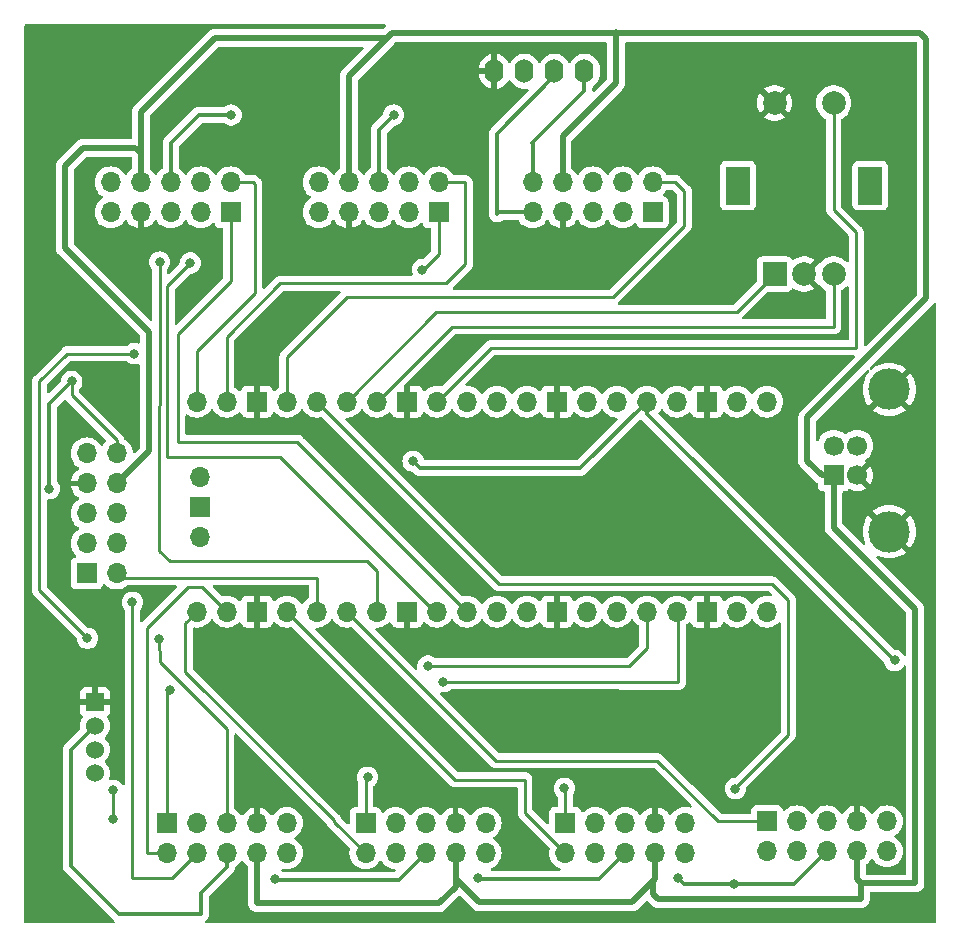
<source format=gtl>
G04 #@! TF.GenerationSoftware,KiCad,Pcbnew,7.0.7*
G04 #@! TF.CreationDate,2024-03-19T17:37:58+01:00*
G04 #@! TF.ProjectId,Main_board,4d61696e-5f62-46f6-9172-642e6b696361,rev?*
G04 #@! TF.SameCoordinates,Original*
G04 #@! TF.FileFunction,Copper,L1,Top*
G04 #@! TF.FilePolarity,Positive*
%FSLAX46Y46*%
G04 Gerber Fmt 4.6, Leading zero omitted, Abs format (unit mm)*
G04 Created by KiCad (PCBNEW 7.0.7) date 2024-03-19 17:37:58*
%MOMM*%
%LPD*%
G01*
G04 APERTURE LIST*
G04 #@! TA.AperFunction,ComponentPad*
%ADD10R,1.524000X1.524000*%
G04 #@! TD*
G04 #@! TA.AperFunction,ComponentPad*
%ADD11C,1.524000*%
G04 #@! TD*
G04 #@! TA.AperFunction,ComponentPad*
%ADD12O,1.700000X1.700000*%
G04 #@! TD*
G04 #@! TA.AperFunction,ComponentPad*
%ADD13R,1.700000X1.700000*%
G04 #@! TD*
G04 #@! TA.AperFunction,ComponentPad*
%ADD14O,1.600000X2.000000*%
G04 #@! TD*
G04 #@! TA.AperFunction,ComponentPad*
%ADD15C,3.500000*%
G04 #@! TD*
G04 #@! TA.AperFunction,ComponentPad*
%ADD16C,1.700000*%
G04 #@! TD*
G04 #@! TA.AperFunction,ComponentPad*
%ADD17R,2.000000X2.000000*%
G04 #@! TD*
G04 #@! TA.AperFunction,ComponentPad*
%ADD18C,2.000000*%
G04 #@! TD*
G04 #@! TA.AperFunction,ComponentPad*
%ADD19R,2.000000X3.200000*%
G04 #@! TD*
G04 #@! TA.AperFunction,ViaPad*
%ADD20C,0.800000*%
G04 #@! TD*
G04 #@! TA.AperFunction,Conductor*
%ADD21C,0.350000*%
G04 #@! TD*
G04 #@! TA.AperFunction,Conductor*
%ADD22C,0.250000*%
G04 #@! TD*
G04 #@! TA.AperFunction,Conductor*
%ADD23C,0.500000*%
G04 #@! TD*
G04 APERTURE END LIST*
D10*
X74781900Y-175526300D03*
D11*
X74781900Y-177526300D03*
X74781900Y-179526300D03*
X74781900Y-181526300D03*
D12*
X83646600Y-156413200D03*
D13*
X83646600Y-158953200D03*
D12*
X83646600Y-161493200D03*
X131676600Y-150063200D03*
X129136600Y-150063200D03*
D13*
X126596600Y-150063200D03*
D12*
X124056600Y-150063200D03*
X121516600Y-150063200D03*
X118976600Y-150063200D03*
X116436600Y-150063200D03*
D13*
X113896600Y-150063200D03*
D12*
X111356600Y-150063200D03*
X108816600Y-150063200D03*
X106276600Y-150063200D03*
X103736600Y-150063200D03*
D13*
X101196600Y-150063200D03*
D12*
X98656600Y-150063200D03*
X96116600Y-150063200D03*
X93576600Y-150063200D03*
X91036600Y-150063200D03*
D13*
X88496600Y-150063200D03*
D12*
X85956600Y-150063200D03*
X83416600Y-150063200D03*
X83416600Y-167843200D03*
X85956600Y-167843200D03*
D13*
X88496600Y-167843200D03*
D12*
X91036600Y-167843200D03*
X93576600Y-167843200D03*
X96116600Y-167843200D03*
X98656600Y-167843200D03*
D13*
X101196600Y-167843200D03*
D12*
X103736600Y-167843200D03*
X106276600Y-167843200D03*
X108816600Y-167843200D03*
X111356600Y-167843200D03*
D13*
X113896600Y-167843200D03*
D12*
X116436600Y-167843200D03*
X118976600Y-167843200D03*
X121516600Y-167843200D03*
X124056600Y-167843200D03*
D13*
X126596600Y-167843200D03*
D12*
X129136600Y-167843200D03*
X131676600Y-167843200D03*
X111836200Y-131495800D03*
X111836200Y-134035800D03*
X114376200Y-131495800D03*
X114376200Y-134035800D03*
X116916200Y-131495800D03*
X116916200Y-134035800D03*
X119456200Y-131495800D03*
X119456200Y-134035800D03*
X121996200Y-131495800D03*
D13*
X121996200Y-134035800D03*
D14*
X116228000Y-122100600D03*
X113688000Y-122100600D03*
X108608000Y-122100600D03*
X111148000Y-122100600D03*
D15*
X142036800Y-149034300D03*
X142036800Y-161074300D03*
D16*
X139326800Y-156304300D03*
X139326800Y-153804300D03*
X137326800Y-153804300D03*
D13*
X137326800Y-156304300D03*
D12*
X91038600Y-188280200D03*
X91038600Y-185740200D03*
X88498600Y-188280200D03*
X88498600Y-185740200D03*
X85958600Y-188280200D03*
X85958600Y-185740200D03*
X83418600Y-188280200D03*
X83418600Y-185740200D03*
X80878600Y-188280200D03*
D13*
X80878600Y-185740200D03*
D17*
X132323200Y-139279200D03*
D18*
X137323200Y-139279200D03*
X134823200Y-139279200D03*
D19*
X129223200Y-131779200D03*
X140423200Y-131779200D03*
D18*
X137323200Y-124779200D03*
X132323200Y-124779200D03*
D13*
X97693400Y-185740200D03*
D12*
X97693400Y-188280200D03*
X100233400Y-185740200D03*
X100233400Y-188280200D03*
X102773400Y-185740200D03*
X102773400Y-188280200D03*
X105313400Y-185740200D03*
X105313400Y-188280200D03*
X107853400Y-185740200D03*
X107853400Y-188280200D03*
X141833600Y-188137800D03*
X141833600Y-185597800D03*
X139293600Y-188137800D03*
X139293600Y-185597800D03*
X136753600Y-188137800D03*
X136753600Y-185597800D03*
X134213600Y-188137800D03*
X134213600Y-185597800D03*
X131673600Y-188137800D03*
D13*
X131673600Y-185597800D03*
D12*
X76123800Y-131495800D03*
X76123800Y-134035800D03*
X78663800Y-131495800D03*
X78663800Y-134035800D03*
X81203800Y-131495800D03*
X81203800Y-134035800D03*
X83743800Y-131495800D03*
X83743800Y-134035800D03*
X86283800Y-131495800D03*
D13*
X86283800Y-134035800D03*
X74091800Y-164617400D03*
D12*
X76631800Y-164617400D03*
X74091800Y-162077400D03*
X76631800Y-162077400D03*
X74091800Y-159537400D03*
X76631800Y-159537400D03*
X74091800Y-156997400D03*
X76631800Y-156997400D03*
X74091800Y-154457400D03*
X76631800Y-154457400D03*
D13*
X114604800Y-185724800D03*
D12*
X114604800Y-188264800D03*
X117144800Y-185724800D03*
X117144800Y-188264800D03*
X119684800Y-185724800D03*
X119684800Y-188264800D03*
X122224800Y-185724800D03*
X122224800Y-188264800D03*
X124764800Y-185724800D03*
X124764800Y-188264800D03*
X93726000Y-131495800D03*
X93726000Y-134035800D03*
X96266000Y-131495800D03*
X96266000Y-134035800D03*
X98806000Y-131495800D03*
X98806000Y-134035800D03*
X101346000Y-131495800D03*
X101346000Y-134035800D03*
X103886000Y-131495800D03*
D13*
X103886000Y-134035800D03*
D20*
X74193400Y-168046400D03*
X71932800Y-160528000D03*
X70916800Y-157429200D03*
X72821800Y-148361400D03*
X101727000Y-155117800D03*
X133934200Y-142214600D03*
X141147800Y-141554200D03*
X124891800Y-139471400D03*
X135255000Y-121285000D03*
X142646400Y-155092400D03*
X139395200Y-165963600D03*
X138074400Y-171170600D03*
X122072400Y-177292000D03*
X121234200Y-182194200D03*
X86664800Y-193268600D03*
X72263000Y-192303400D03*
X76428600Y-171678600D03*
X88747600Y-181660800D03*
X95300800Y-184073800D03*
X94056200Y-187756800D03*
X105918000Y-193471800D03*
X93472000Y-178308000D03*
X84582000Y-172135800D03*
X106654600Y-175361600D03*
X111328200Y-175895000D03*
X103555800Y-161925000D03*
X110363000Y-158902400D03*
X102387400Y-152755600D03*
X89509600Y-152044400D03*
X77343000Y-150037800D03*
X71729600Y-141706600D03*
X75768200Y-144322800D03*
X77622400Y-139674600D03*
X83235800Y-140919200D03*
X91643200Y-143687800D03*
X114401600Y-136169400D03*
X116408200Y-139369800D03*
X122910600Y-125882400D03*
X103682800Y-121945400D03*
X93599000Y-127939800D03*
X75793600Y-120853200D03*
X88493600Y-122402600D03*
X74142600Y-170103800D03*
X80238600Y-170129200D03*
X78130400Y-145999200D03*
X77952600Y-167055800D03*
X129006600Y-182829200D03*
X142494000Y-171983400D03*
X128905000Y-190881000D03*
X90068400Y-190525400D03*
X107188000Y-190373000D03*
X124129800Y-190398400D03*
X86309200Y-125806200D03*
X100076000Y-125806200D03*
X102971600Y-172440600D03*
X104292400Y-173786800D03*
X114528600Y-182803800D03*
X81153000Y-174523400D03*
X97866200Y-181864000D03*
X102514400Y-138887200D03*
X82854800Y-138328400D03*
X80264000Y-138252200D03*
X76327000Y-185394600D03*
X76327000Y-182968300D03*
D21*
X70916800Y-157429200D02*
X70916800Y-150266400D01*
X70916800Y-150266400D02*
X72821800Y-148361400D01*
D22*
X72440800Y-145999200D02*
X78130400Y-145999200D01*
X70078600Y-148361400D02*
X72440800Y-145999200D01*
X74142600Y-170103800D02*
X70078600Y-166039800D01*
X70078600Y-166039800D02*
X70078600Y-148361400D01*
X76631800Y-153339800D02*
X76631800Y-154457400D01*
X72821800Y-149529800D02*
X76631800Y-153339800D01*
X72821800Y-148361400D02*
X72821800Y-149529800D01*
D21*
X102298200Y-155689000D02*
X101727000Y-155117800D01*
X115890800Y-155689000D02*
X102298200Y-155689000D01*
X121516600Y-150063200D02*
X115890800Y-155689000D01*
D22*
X80238600Y-170129200D02*
X80264000Y-170129200D01*
X76987400Y-164973000D02*
X76631800Y-164617400D01*
X93576600Y-165001400D02*
X93548200Y-164973000D01*
X93548200Y-164973000D02*
X76987400Y-164973000D01*
X93576600Y-167843200D02*
X93576600Y-165001400D01*
X81300400Y-190398400D02*
X77952600Y-190398400D01*
X77952600Y-190398400D02*
X77952600Y-167055800D01*
X83418600Y-188280200D02*
X81300400Y-190398400D01*
X80264000Y-172110400D02*
X80238600Y-170129200D01*
X85958600Y-177805000D02*
X81991200Y-173837600D01*
X81991200Y-173837600D02*
X80264000Y-172110400D01*
X85958600Y-185740200D02*
X85958600Y-177805000D01*
X128930400Y-182829200D02*
X129006600Y-182753000D01*
X129006600Y-182829200D02*
X128930400Y-182829200D01*
X129006600Y-182753000D02*
X129006600Y-182829200D01*
X127533400Y-185597800D02*
X131673600Y-185597800D01*
X108740400Y-180467000D02*
X122402600Y-180467000D01*
X122402600Y-180467000D02*
X127533400Y-185597800D01*
X96116600Y-167843200D02*
X108740400Y-180467000D01*
X133502400Y-166878000D02*
X133502400Y-178257200D01*
X132105400Y-165481000D02*
X133502400Y-166878000D01*
X131165600Y-165481000D02*
X132105400Y-165481000D01*
X108994400Y-165481000D02*
X131165600Y-165481000D01*
X133502400Y-178257200D02*
X129006600Y-182753000D01*
X93576600Y-150063200D02*
X108994400Y-165481000D01*
X124688600Y-132257800D02*
X123926600Y-131495800D01*
X124688600Y-135178800D02*
X124688600Y-132257800D01*
X96113600Y-141224000D02*
X118643400Y-141224000D01*
X91036600Y-146301000D02*
X96113600Y-141224000D01*
X118643400Y-141224000D02*
X124688600Y-135178800D01*
X91036600Y-150063200D02*
X91036600Y-146301000D01*
X123926600Y-131495800D02*
X121996200Y-131495800D01*
X129108400Y-142494000D02*
X103685800Y-142494000D01*
X103685800Y-142494000D02*
X96116600Y-150063200D01*
X132323200Y-139279200D02*
X129108400Y-142494000D01*
X106146600Y-131546600D02*
X106095800Y-131495800D01*
X106095800Y-131495800D02*
X103886000Y-131495800D01*
X104546400Y-140055600D02*
X106146600Y-138455400D01*
X106146600Y-138455400D02*
X106146600Y-131546600D01*
X90474800Y-140055600D02*
X104546400Y-140055600D01*
X85956600Y-144573800D02*
X90474800Y-140055600D01*
X85956600Y-150063200D02*
X85956600Y-144573800D01*
X83416600Y-145793000D02*
X83416600Y-150063200D01*
X88341200Y-140868400D02*
X83416600Y-145793000D01*
X88341200Y-131673600D02*
X88341200Y-140868400D01*
X88163400Y-131495800D02*
X88341200Y-131673600D01*
X86283800Y-131495800D02*
X88163400Y-131495800D01*
D21*
X109016800Y-134035800D02*
X111836200Y-134035800D01*
X108839000Y-134213600D02*
X109016800Y-134035800D01*
X108839000Y-127381000D02*
X108839000Y-134213600D01*
X113688000Y-122100600D02*
X113688000Y-122532000D01*
X113688000Y-122532000D02*
X108839000Y-127381000D01*
X85958600Y-189479000D02*
X85958600Y-188280200D01*
X83769200Y-191668400D02*
X85958600Y-189479000D01*
X83769200Y-193446400D02*
X83769200Y-191668400D01*
X76809600Y-193446400D02*
X83769200Y-193446400D01*
X72745600Y-189382400D02*
X76809600Y-193446400D01*
X74781900Y-177526300D02*
X72745600Y-179562600D01*
X72745600Y-179562600D02*
X72745600Y-189382400D01*
X142494000Y-172059600D02*
X142532100Y-172097700D01*
X142494000Y-171983400D02*
X142494000Y-172059600D01*
X142417800Y-171983400D02*
X142494000Y-171983400D01*
X128879600Y-190906400D02*
X124688600Y-190906400D01*
X128905000Y-190881000D02*
X128879600Y-190906400D01*
X128930400Y-190906400D02*
X128905000Y-190881000D01*
X133985000Y-190906400D02*
X128930400Y-190906400D01*
X124688600Y-190906400D02*
X124180600Y-190398400D01*
X136753600Y-188137800D02*
X133985000Y-190906400D01*
D23*
X122047000Y-191770000D02*
X122047000Y-190677800D01*
X122453400Y-192176400D02*
X122047000Y-191770000D01*
X139623800Y-190855600D02*
X139623800Y-192176400D01*
X139623800Y-192176400D02*
X122453400Y-192176400D01*
D21*
X90170000Y-190550800D02*
X90195400Y-190550800D01*
X90068400Y-190525400D02*
X90170000Y-190550800D01*
X90220800Y-190550800D02*
X90068400Y-190525400D01*
D23*
X88498600Y-192532000D02*
X88498600Y-188280200D01*
X103911400Y-192532000D02*
X88498600Y-192532000D01*
X105313400Y-191130000D02*
X103911400Y-192532000D01*
X105313400Y-190444200D02*
X105313400Y-191130000D01*
D21*
X100502800Y-190550800D02*
X90220800Y-190550800D01*
X102773400Y-188280200D02*
X100502800Y-190550800D01*
X107162600Y-190373000D02*
X107213400Y-190423800D01*
X107188000Y-190373000D02*
X107162600Y-190373000D01*
X107188000Y-190398400D02*
X107188000Y-190373000D01*
X107238800Y-190449200D02*
X107188000Y-190398400D01*
X117500400Y-190449200D02*
X107238800Y-190449200D01*
X119684800Y-188264800D02*
X117500400Y-190449200D01*
X124129800Y-190449200D02*
X124180600Y-190398400D01*
X124129800Y-190398400D02*
X124129800Y-190449200D01*
X124180600Y-190398400D02*
X124129800Y-190398400D01*
D23*
X107325000Y-192455800D02*
X105313400Y-190444200D01*
X120269000Y-192455800D02*
X107325000Y-192455800D01*
X122047000Y-190677800D02*
X120269000Y-192455800D01*
D21*
X121516600Y-151082200D02*
X142417800Y-171983400D01*
X121516600Y-150063200D02*
X121516600Y-151082200D01*
X81203800Y-128168400D02*
X81203800Y-131495800D01*
X86309200Y-125806200D02*
X83566000Y-125806200D01*
X83566000Y-125806200D02*
X81203800Y-128168400D01*
D23*
X78663800Y-125526800D02*
X78663800Y-131495800D01*
X99529900Y-119265700D02*
X84924900Y-119265700D01*
X84924900Y-119265700D02*
X78663800Y-125526800D01*
D21*
X111810800Y-128143000D02*
X111836200Y-128168400D01*
X111836200Y-128168400D02*
X111836200Y-131495800D01*
X116228000Y-123725800D02*
X111810800Y-128143000D01*
X116228000Y-122100600D02*
X116228000Y-123725800D01*
X98806000Y-127076200D02*
X98806000Y-131495800D01*
X100076000Y-125806200D02*
X98806000Y-127076200D01*
D23*
X118897400Y-123088400D02*
X114376200Y-127609600D01*
X118897400Y-118745000D02*
X118897400Y-123088400D01*
X119380000Y-118872000D02*
X119024400Y-118872000D01*
X119024400Y-118872000D02*
X118897400Y-118745000D01*
X114376200Y-127609600D02*
X114376200Y-131495800D01*
D22*
X102971600Y-172440600D02*
X102920800Y-172440600D01*
X120015000Y-172440600D02*
X102971600Y-172440600D01*
X121516600Y-170939000D02*
X120015000Y-172440600D01*
X121516600Y-167843200D02*
X121516600Y-170939000D01*
X124180600Y-167967200D02*
X124056600Y-167843200D01*
X119380421Y-173837600D02*
X124180600Y-173837600D01*
X119354600Y-173811779D02*
X119380421Y-173837600D01*
X119354600Y-173811779D02*
X104292400Y-173786800D01*
X124180600Y-173837600D02*
X124180600Y-167967200D01*
X80878600Y-174797800D02*
X80878600Y-185740200D01*
X81153000Y-174523400D02*
X80878600Y-174797800D01*
X104292400Y-173786800D02*
X104292400Y-173812200D01*
X114604800Y-182880000D02*
X114604800Y-185724800D01*
X114528600Y-182803800D02*
X114604800Y-182880000D01*
X97693400Y-182036800D02*
X97693400Y-185740200D01*
X97866200Y-181864000D02*
X97693400Y-182036800D01*
X81813400Y-144322800D02*
X86283800Y-139852400D01*
X81813400Y-153492200D02*
X81813400Y-144322800D01*
X86283800Y-139852400D02*
X86283800Y-134035800D01*
X91925600Y-153492200D02*
X81813400Y-153492200D01*
X106276600Y-167843200D02*
X91925600Y-153492200D01*
X102539800Y-138887200D02*
X103886000Y-137541000D01*
X102514400Y-138887200D02*
X102539800Y-138887200D01*
X102514400Y-138912600D02*
X102514400Y-138887200D01*
X90449400Y-154736800D02*
X80899000Y-154736800D01*
X103736600Y-167843200D02*
X103555800Y-167843200D01*
X103555800Y-167843200D02*
X90449400Y-154736800D01*
X80899000Y-154736800D02*
X80899000Y-140284200D01*
X80899000Y-140284200D02*
X82854800Y-138328400D01*
X103886000Y-137541000D02*
X103886000Y-134035800D01*
X102412800Y-139014200D02*
X102514400Y-138912600D01*
X80264000Y-138252200D02*
X80238600Y-138226800D01*
X81102200Y-163576000D02*
X80238600Y-162712400D01*
X80238600Y-162712400D02*
X80264000Y-138252200D01*
X97815400Y-163576000D02*
X81102200Y-163576000D01*
X98656600Y-167843200D02*
X98656600Y-164417200D01*
X98656600Y-164417200D02*
X97815400Y-163576000D01*
X76327000Y-182968300D02*
X76327000Y-185394600D01*
X80863200Y-188264800D02*
X80878600Y-188280200D01*
X79171800Y-188264800D02*
X80863200Y-188264800D01*
X83848400Y-165735000D02*
X82651600Y-165735000D01*
X79171800Y-169214800D02*
X79171800Y-188264800D01*
X85956600Y-167843200D02*
X83848400Y-165735000D01*
X82651600Y-165735000D02*
X79171800Y-169214800D01*
X108308600Y-145491200D02*
X103736600Y-150063200D01*
X139242800Y-145491200D02*
X108308600Y-145491200D01*
X137323200Y-133818000D02*
X139242800Y-135737600D01*
X139242800Y-135737600D02*
X139242800Y-145491200D01*
X137323200Y-124779200D02*
X137323200Y-133818000D01*
X104981200Y-143738600D02*
X98656600Y-150063200D01*
X137323200Y-143738600D02*
X104981200Y-143738600D01*
X137323200Y-139279200D02*
X137323200Y-143738600D01*
D23*
X78663800Y-129057400D02*
X78663800Y-131495800D01*
X78181200Y-128574800D02*
X78663800Y-129057400D01*
X73787000Y-128574800D02*
X78181200Y-128574800D01*
X72237600Y-130124200D02*
X73787000Y-128574800D01*
X72237600Y-137058400D02*
X72237600Y-130124200D01*
X79349600Y-144170400D02*
X72237600Y-137058400D01*
X79349600Y-154279600D02*
X79349600Y-144170400D01*
X76631800Y-156997400D02*
X79349600Y-154279600D01*
X145161000Y-141325600D02*
X145161000Y-119405400D01*
X135077200Y-151409400D02*
X145161000Y-141325600D01*
X135077200Y-155067000D02*
X135077200Y-151409400D01*
X136314500Y-156304300D02*
X135077200Y-155067000D01*
X145161000Y-119405400D02*
X144627600Y-118872000D01*
X137326800Y-156304300D02*
X136314500Y-156304300D01*
X144627600Y-118872000D02*
X119380000Y-118872000D01*
X99529900Y-119265700D02*
X96266000Y-122529600D01*
X99923600Y-118872000D02*
X99529900Y-119265700D01*
X96266000Y-122529600D02*
X96266000Y-131495800D01*
X119380000Y-118872000D02*
X99923600Y-118872000D01*
X105313400Y-190444200D02*
X105313400Y-188280200D01*
X122224800Y-190500000D02*
X122224800Y-188264800D01*
X122047000Y-190677800D02*
X122224800Y-190500000D01*
X139293600Y-190525400D02*
X139293600Y-188137800D01*
X144246600Y-190855600D02*
X139623800Y-190855600D01*
X144246600Y-167665400D02*
X144246600Y-190855600D01*
X139623800Y-190855600D02*
X139293600Y-190525400D01*
X137326800Y-160745600D02*
X144246600Y-167665400D01*
X137326800Y-156304300D02*
X137326800Y-160745600D01*
D22*
X111201200Y-184861200D02*
X114604800Y-188264800D01*
X111201200Y-182067200D02*
X111201200Y-184861200D01*
X105260600Y-182067200D02*
X111201200Y-182067200D01*
X91036600Y-167843200D02*
X105260600Y-182067200D01*
X95021400Y-185648600D02*
X95061800Y-185648600D01*
X82448400Y-172948600D02*
X95021400Y-185521600D01*
X82448400Y-168811400D02*
X82448400Y-172948600D01*
X95021400Y-185521600D02*
X95021400Y-185648600D01*
X83416600Y-167843200D02*
X82448400Y-168811400D01*
X95061800Y-185648600D02*
X97693400Y-188280200D01*
G04 #@! TA.AperFunction,Conductor*
G36*
X99313827Y-118120034D02*
G01*
X99380858Y-118139741D01*
X99426595Y-118192560D01*
X99436516Y-118261721D01*
X99407470Y-118325268D01*
X99403980Y-118329126D01*
X99385200Y-118349032D01*
X99255351Y-118478881D01*
X99194028Y-118512366D01*
X99167670Y-118515200D01*
X84988608Y-118515200D01*
X84970637Y-118513891D01*
X84946879Y-118510411D01*
X84946873Y-118510410D01*
X84901803Y-118514354D01*
X84894831Y-118514964D01*
X84889430Y-118515200D01*
X84881189Y-118515200D01*
X84859479Y-118517737D01*
X84848624Y-118519006D01*
X84833319Y-118520345D01*
X84772099Y-118525701D01*
X84765032Y-118527160D01*
X84765020Y-118527104D01*
X84757663Y-118528735D01*
X84757677Y-118528792D01*
X84750643Y-118530459D01*
X84678475Y-118556725D01*
X84605575Y-118580881D01*
X84599026Y-118583936D01*
X84599001Y-118583883D01*
X84592208Y-118587171D01*
X84592234Y-118587223D01*
X84585780Y-118590464D01*
X84521608Y-118632671D01*
X84456247Y-118672985D01*
X84450583Y-118677465D01*
X84450547Y-118677419D01*
X84444698Y-118682184D01*
X84444735Y-118682228D01*
X84439210Y-118686864D01*
X84386497Y-118742735D01*
X78178158Y-124951072D01*
X78164529Y-124962851D01*
X78145268Y-124977190D01*
X78111698Y-125017197D01*
X78108053Y-125021176D01*
X78102209Y-125027022D01*
X78081859Y-125052759D01*
X78032495Y-125111589D01*
X78028529Y-125117619D01*
X78028482Y-125117588D01*
X78024430Y-125123947D01*
X78024479Y-125123977D01*
X78020689Y-125130121D01*
X77988224Y-125199741D01*
X77953760Y-125268366D01*
X77951288Y-125275157D01*
X77951232Y-125275136D01*
X77948760Y-125282250D01*
X77948815Y-125282269D01*
X77946542Y-125289127D01*
X77944944Y-125296869D01*
X77931007Y-125364365D01*
X77924489Y-125391869D01*
X77913298Y-125439086D01*
X77912461Y-125446254D01*
X77912401Y-125446247D01*
X77911635Y-125453745D01*
X77911695Y-125453751D01*
X77911065Y-125460940D01*
X77913300Y-125537716D01*
X77913300Y-127700300D01*
X77893615Y-127767339D01*
X77840811Y-127813094D01*
X77789300Y-127824300D01*
X73850705Y-127824300D01*
X73832735Y-127822991D01*
X73808972Y-127819510D01*
X73763890Y-127823455D01*
X73756933Y-127824064D01*
X73751532Y-127824300D01*
X73743288Y-127824300D01*
X73710707Y-127828108D01*
X73634199Y-127834801D01*
X73627133Y-127836261D01*
X73627121Y-127836204D01*
X73619752Y-127837838D01*
X73619766Y-127837895D01*
X73612741Y-127839559D01*
X73540556Y-127865833D01*
X73467670Y-127889985D01*
X73467667Y-127889986D01*
X73467665Y-127889987D01*
X73467662Y-127889988D01*
X73461128Y-127893036D01*
X73461102Y-127892982D01*
X73454306Y-127896272D01*
X73454332Y-127896324D01*
X73447884Y-127899562D01*
X73383699Y-127941777D01*
X73318350Y-127982084D01*
X73312682Y-127986566D01*
X73312646Y-127986520D01*
X73306798Y-127991284D01*
X73306835Y-127991328D01*
X73301310Y-127995964D01*
X73248598Y-128051834D01*
X71751958Y-129548472D01*
X71738329Y-129560251D01*
X71719068Y-129574590D01*
X71685498Y-129614597D01*
X71681853Y-129618576D01*
X71676009Y-129624422D01*
X71655659Y-129650159D01*
X71606295Y-129708989D01*
X71602329Y-129715019D01*
X71602282Y-129714988D01*
X71598230Y-129721347D01*
X71598279Y-129721377D01*
X71594489Y-129727521D01*
X71562024Y-129797141D01*
X71527560Y-129865766D01*
X71525088Y-129872557D01*
X71525032Y-129872536D01*
X71522560Y-129879650D01*
X71522615Y-129879669D01*
X71520342Y-129886527D01*
X71512574Y-129924145D01*
X71504807Y-129961765D01*
X71491601Y-130017484D01*
X71487098Y-130036486D01*
X71486261Y-130043654D01*
X71486201Y-130043647D01*
X71485435Y-130051145D01*
X71485495Y-130051151D01*
X71484865Y-130058340D01*
X71487100Y-130135116D01*
X71487100Y-136994694D01*
X71485791Y-137012663D01*
X71482310Y-137036425D01*
X71486864Y-137088464D01*
X71487100Y-137093870D01*
X71487100Y-137102109D01*
X71490906Y-137134674D01*
X71497600Y-137211191D01*
X71499061Y-137218267D01*
X71499003Y-137218278D01*
X71500634Y-137225637D01*
X71500692Y-137225624D01*
X71502357Y-137232650D01*
X71528625Y-137304824D01*
X71552785Y-137377731D01*
X71555836Y-137384274D01*
X71555782Y-137384298D01*
X71559070Y-137391088D01*
X71559121Y-137391063D01*
X71562361Y-137397513D01*
X71562362Y-137397514D01*
X71562363Y-137397517D01*
X71582346Y-137427900D01*
X71604565Y-137461683D01*
X71644887Y-137527055D01*
X71649366Y-137532719D01*
X71649319Y-137532756D01*
X71654082Y-137538602D01*
X71654128Y-137538564D01*
X71658773Y-137544100D01*
X71714617Y-137596785D01*
X78562781Y-144444949D01*
X78596266Y-144506272D01*
X78599100Y-144532630D01*
X78599100Y-145031214D01*
X78579415Y-145098253D01*
X78526611Y-145144008D01*
X78457453Y-145153952D01*
X78424668Y-145144495D01*
X78410207Y-145138057D01*
X78410202Y-145138055D01*
X78264400Y-145107065D01*
X78225046Y-145098700D01*
X78035754Y-145098700D01*
X78003297Y-145105598D01*
X77850597Y-145138055D01*
X77850592Y-145138057D01*
X77677670Y-145215048D01*
X77677665Y-145215051D01*
X77524530Y-145326310D01*
X77524526Y-145326314D01*
X77518800Y-145332674D01*
X77459313Y-145369321D01*
X77426652Y-145373700D01*
X72523537Y-145373700D01*
X72507920Y-145371976D01*
X72507893Y-145372262D01*
X72500131Y-145371527D01*
X72431003Y-145373700D01*
X72401450Y-145373700D01*
X72401038Y-145373752D01*
X72394557Y-145374569D01*
X72388745Y-145375026D01*
X72342173Y-145376490D01*
X72342172Y-145376490D01*
X72322929Y-145382081D01*
X72303879Y-145386025D01*
X72284011Y-145388534D01*
X72284009Y-145388535D01*
X72240684Y-145405688D01*
X72235157Y-145407580D01*
X72190410Y-145420581D01*
X72190409Y-145420582D01*
X72173167Y-145430779D01*
X72155699Y-145439337D01*
X72137069Y-145446713D01*
X72137067Y-145446714D01*
X72099376Y-145474098D01*
X72094494Y-145477305D01*
X72054379Y-145501030D01*
X72040208Y-145515200D01*
X72025423Y-145527828D01*
X72009212Y-145539607D01*
X71979509Y-145575510D01*
X71975577Y-145579831D01*
X69694808Y-147860599D01*
X69682551Y-147870420D01*
X69682734Y-147870641D01*
X69676723Y-147875613D01*
X69629372Y-147926036D01*
X69608489Y-147946919D01*
X69608477Y-147946932D01*
X69604221Y-147952417D01*
X69600437Y-147956847D01*
X69568537Y-147990818D01*
X69568536Y-147990820D01*
X69558884Y-148008376D01*
X69548210Y-148024626D01*
X69535929Y-148040461D01*
X69535924Y-148040468D01*
X69517415Y-148083238D01*
X69514845Y-148088484D01*
X69492403Y-148129306D01*
X69487422Y-148148707D01*
X69481121Y-148167110D01*
X69473162Y-148185502D01*
X69473161Y-148185505D01*
X69465871Y-148231527D01*
X69464687Y-148237246D01*
X69453101Y-148282372D01*
X69453100Y-148282382D01*
X69453100Y-148302416D01*
X69451573Y-148321815D01*
X69448440Y-148341594D01*
X69448440Y-148341595D01*
X69452825Y-148387983D01*
X69453100Y-148393821D01*
X69453100Y-165957055D01*
X69451375Y-165972672D01*
X69451661Y-165972699D01*
X69450926Y-165980465D01*
X69453100Y-166049614D01*
X69453100Y-166079143D01*
X69453101Y-166079160D01*
X69453968Y-166086031D01*
X69454426Y-166091850D01*
X69455890Y-166138424D01*
X69455891Y-166138427D01*
X69461480Y-166157667D01*
X69465424Y-166176711D01*
X69467692Y-166194657D01*
X69467936Y-166196591D01*
X69485090Y-166239919D01*
X69486982Y-166245447D01*
X69499981Y-166290188D01*
X69510180Y-166307434D01*
X69518738Y-166324903D01*
X69526114Y-166343532D01*
X69553498Y-166381223D01*
X69556706Y-166386107D01*
X69580427Y-166426216D01*
X69580433Y-166426224D01*
X69594590Y-166440380D01*
X69607228Y-166455176D01*
X69619005Y-166471386D01*
X69619006Y-166471387D01*
X69654909Y-166501088D01*
X69659220Y-166505010D01*
X72321190Y-169166981D01*
X73203638Y-170049429D01*
X73237123Y-170110752D01*
X73239278Y-170124148D01*
X73247568Y-170203027D01*
X73256926Y-170292056D01*
X73256927Y-170292059D01*
X73315418Y-170472077D01*
X73315421Y-170472084D01*
X73410067Y-170636016D01*
X73514782Y-170752313D01*
X73536729Y-170776688D01*
X73689865Y-170887948D01*
X73689870Y-170887951D01*
X73862792Y-170964942D01*
X73862797Y-170964944D01*
X74047954Y-171004300D01*
X74047955Y-171004300D01*
X74237244Y-171004300D01*
X74237246Y-171004300D01*
X74422403Y-170964944D01*
X74595330Y-170887951D01*
X74748471Y-170776688D01*
X74875133Y-170636016D01*
X74969779Y-170472084D01*
X75028274Y-170292056D01*
X75048060Y-170103800D01*
X75028274Y-169915544D01*
X74969779Y-169735516D01*
X74875133Y-169571584D01*
X74748471Y-169430912D01*
X74748470Y-169430911D01*
X74595334Y-169319651D01*
X74595329Y-169319648D01*
X74422407Y-169242657D01*
X74422402Y-169242655D01*
X74276600Y-169211665D01*
X74237246Y-169203300D01*
X74237245Y-169203300D01*
X74178052Y-169203300D01*
X74111013Y-169183615D01*
X74090371Y-169166981D01*
X70740419Y-165817028D01*
X70706934Y-165755705D01*
X70704100Y-165729347D01*
X70704100Y-158453700D01*
X70723785Y-158386661D01*
X70776589Y-158340906D01*
X70828100Y-158329700D01*
X71011444Y-158329700D01*
X71011446Y-158329700D01*
X71196603Y-158290344D01*
X71369530Y-158213351D01*
X71522671Y-158102088D01*
X71649333Y-157961416D01*
X71743979Y-157797484D01*
X71802474Y-157617456D01*
X71822260Y-157429200D01*
X71802474Y-157240944D01*
X71743979Y-157060916D01*
X71678552Y-156947593D01*
X71649334Y-156896985D01*
X71649329Y-156896978D01*
X71624150Y-156869014D01*
X71593920Y-156806022D01*
X71592300Y-156786042D01*
X71592300Y-150597562D01*
X71611985Y-150530523D01*
X71628615Y-150509885D01*
X72182090Y-149956409D01*
X72243411Y-149922926D01*
X72313102Y-149927910D01*
X72356110Y-149956515D01*
X72356195Y-149956414D01*
X72357166Y-149957217D01*
X72360165Y-149959212D01*
X72362201Y-149961381D01*
X72362206Y-149961387D01*
X72362210Y-149961390D01*
X72398109Y-149991088D01*
X72402420Y-149995010D01*
X74091358Y-151683948D01*
X75705675Y-153298265D01*
X75739160Y-153359588D01*
X75734176Y-153429280D01*
X75705676Y-153473627D01*
X75593303Y-153586000D01*
X75463375Y-153771558D01*
X75408798Y-153815183D01*
X75339300Y-153822377D01*
X75276945Y-153790854D01*
X75260225Y-153771558D01*
X75130294Y-153585997D01*
X74963202Y-153418906D01*
X74963195Y-153418901D01*
X74769634Y-153283367D01*
X74769630Y-153283365D01*
X74674669Y-153239084D01*
X74555463Y-153183497D01*
X74555459Y-153183496D01*
X74555455Y-153183494D01*
X74327213Y-153122338D01*
X74327203Y-153122336D01*
X74091801Y-153101741D01*
X74091799Y-153101741D01*
X73856396Y-153122336D01*
X73856386Y-153122338D01*
X73628144Y-153183494D01*
X73628135Y-153183498D01*
X73413971Y-153283364D01*
X73413969Y-153283365D01*
X73220397Y-153418905D01*
X73053305Y-153585997D01*
X72917765Y-153779569D01*
X72917764Y-153779571D01*
X72817898Y-153993735D01*
X72817894Y-153993744D01*
X72756738Y-154221986D01*
X72756736Y-154221996D01*
X72736141Y-154457399D01*
X72736141Y-154457400D01*
X72756736Y-154692803D01*
X72756738Y-154692813D01*
X72817894Y-154921055D01*
X72817896Y-154921059D01*
X72817897Y-154921063D01*
X72902489Y-155102470D01*
X72917765Y-155135230D01*
X72917767Y-155135234D01*
X72996754Y-155248038D01*
X73053301Y-155328796D01*
X73053306Y-155328802D01*
X73220397Y-155495893D01*
X73220403Y-155495898D01*
X73406394Y-155626130D01*
X73450019Y-155680707D01*
X73457213Y-155750205D01*
X73425690Y-155812560D01*
X73406395Y-155829280D01*
X73220722Y-155959290D01*
X73220720Y-155959291D01*
X73053691Y-156126320D01*
X73053686Y-156126326D01*
X72918200Y-156319820D01*
X72918199Y-156319822D01*
X72818370Y-156533907D01*
X72818367Y-156533913D01*
X72761164Y-156747399D01*
X72761164Y-156747400D01*
X73478453Y-156747400D01*
X73545492Y-156767085D01*
X73591247Y-156819889D01*
X73601191Y-156889047D01*
X73597431Y-156906333D01*
X73591800Y-156925511D01*
X73591800Y-157069288D01*
X73597431Y-157088467D01*
X73597430Y-157158336D01*
X73559655Y-157217114D01*
X73496099Y-157246138D01*
X73478453Y-157247400D01*
X72761164Y-157247400D01*
X72818367Y-157460886D01*
X72818370Y-157460892D01*
X72918199Y-157674978D01*
X73053694Y-157868482D01*
X73220717Y-158035505D01*
X73406395Y-158165519D01*
X73450019Y-158220096D01*
X73457212Y-158289595D01*
X73425690Y-158351949D01*
X73406395Y-158368669D01*
X73220394Y-158498908D01*
X73053305Y-158665997D01*
X72917765Y-158859569D01*
X72917764Y-158859571D01*
X72817898Y-159073735D01*
X72817894Y-159073744D01*
X72756738Y-159301986D01*
X72756736Y-159301996D01*
X72736141Y-159537399D01*
X72736141Y-159537400D01*
X72756736Y-159772803D01*
X72756738Y-159772813D01*
X72817894Y-160001055D01*
X72817896Y-160001059D01*
X72817897Y-160001063D01*
X72854498Y-160079554D01*
X72917765Y-160215230D01*
X72917767Y-160215234D01*
X72979712Y-160303700D01*
X73053301Y-160408796D01*
X73053306Y-160408802D01*
X73220397Y-160575893D01*
X73220403Y-160575898D01*
X73405958Y-160705825D01*
X73449583Y-160760402D01*
X73456777Y-160829900D01*
X73425254Y-160892255D01*
X73405958Y-160908975D01*
X73220397Y-161038905D01*
X73053305Y-161205997D01*
X72917765Y-161399569D01*
X72917764Y-161399571D01*
X72817898Y-161613735D01*
X72817894Y-161613744D01*
X72756738Y-161841986D01*
X72756736Y-161841996D01*
X72736141Y-162077399D01*
X72736141Y-162077400D01*
X72756736Y-162312803D01*
X72756738Y-162312813D01*
X72817894Y-162541055D01*
X72817896Y-162541059D01*
X72817897Y-162541063D01*
X72870126Y-162653068D01*
X72917765Y-162755230D01*
X72917767Y-162755234D01*
X73003737Y-162878011D01*
X73053301Y-162948796D01*
X73053306Y-162948802D01*
X73175230Y-163070726D01*
X73208715Y-163132049D01*
X73203731Y-163201741D01*
X73161859Y-163257674D01*
X73130883Y-163274589D01*
X72999469Y-163323603D01*
X72999464Y-163323606D01*
X72884255Y-163409852D01*
X72884252Y-163409855D01*
X72798006Y-163525064D01*
X72798002Y-163525071D01*
X72747708Y-163659917D01*
X72741301Y-163719516D01*
X72741300Y-163719535D01*
X72741300Y-165515270D01*
X72741301Y-165515276D01*
X72747708Y-165574883D01*
X72798002Y-165709728D01*
X72798006Y-165709735D01*
X72884252Y-165824944D01*
X72884255Y-165824947D01*
X72999464Y-165911193D01*
X72999471Y-165911197D01*
X73134317Y-165961491D01*
X73134316Y-165961491D01*
X73141244Y-165962235D01*
X73193927Y-165967900D01*
X74989672Y-165967899D01*
X75049283Y-165961491D01*
X75184131Y-165911196D01*
X75299346Y-165824946D01*
X75385596Y-165709731D01*
X75434610Y-165578316D01*
X75476481Y-165522384D01*
X75541945Y-165497966D01*
X75610218Y-165512817D01*
X75638473Y-165533969D01*
X75760399Y-165655895D01*
X75855521Y-165722500D01*
X75953965Y-165791432D01*
X75953967Y-165791433D01*
X75953970Y-165791435D01*
X76168137Y-165891303D01*
X76396392Y-165952463D01*
X76572834Y-165967900D01*
X76631799Y-165973059D01*
X76631800Y-165973059D01*
X76631801Y-165973059D01*
X76690766Y-165967900D01*
X76867208Y-165952463D01*
X77095463Y-165891303D01*
X77309630Y-165791435D01*
X77503201Y-165655895D01*
X77524276Y-165634819D01*
X77585600Y-165601334D01*
X77611958Y-165598500D01*
X81604147Y-165598500D01*
X81671186Y-165618185D01*
X81716941Y-165670989D01*
X81726885Y-165740147D01*
X81697860Y-165803703D01*
X81691828Y-165810180D01*
X80239892Y-167262116D01*
X78789781Y-168712227D01*
X78728458Y-168745712D01*
X78658766Y-168740728D01*
X78602833Y-168698856D01*
X78578416Y-168633392D01*
X78578100Y-168624546D01*
X78578100Y-167754487D01*
X78597785Y-167687448D01*
X78609950Y-167671515D01*
X78644957Y-167632635D01*
X78685133Y-167588016D01*
X78779779Y-167424084D01*
X78838274Y-167244056D01*
X78858060Y-167055800D01*
X78838274Y-166867544D01*
X78779779Y-166687516D01*
X78685133Y-166523584D01*
X78558471Y-166382912D01*
X78558470Y-166382911D01*
X78405334Y-166271651D01*
X78405329Y-166271648D01*
X78232407Y-166194657D01*
X78232402Y-166194655D01*
X78086600Y-166163665D01*
X78047246Y-166155300D01*
X77857954Y-166155300D01*
X77825497Y-166162198D01*
X77672797Y-166194655D01*
X77672792Y-166194657D01*
X77499870Y-166271648D01*
X77499865Y-166271651D01*
X77346729Y-166382911D01*
X77220066Y-166523585D01*
X77125421Y-166687515D01*
X77125418Y-166687522D01*
X77087343Y-166804706D01*
X77066926Y-166867544D01*
X77047140Y-167055800D01*
X77066926Y-167244056D01*
X77066927Y-167244059D01*
X77125418Y-167424077D01*
X77125421Y-167424084D01*
X77220067Y-167588016D01*
X77250394Y-167621697D01*
X77295250Y-167671515D01*
X77325480Y-167734506D01*
X77327100Y-167754487D01*
X77327100Y-182436749D01*
X77307415Y-182503788D01*
X77254611Y-182549543D01*
X77185453Y-182559487D01*
X77121897Y-182530462D01*
X77095713Y-182498749D01*
X77059534Y-182436085D01*
X76932870Y-182295411D01*
X76779734Y-182184151D01*
X76779729Y-182184148D01*
X76606807Y-182107157D01*
X76606802Y-182107155D01*
X76461000Y-182076165D01*
X76421646Y-182067800D01*
X76232354Y-182067800D01*
X76124344Y-182090758D01*
X76054677Y-182085441D01*
X75998944Y-182043303D01*
X75974839Y-181977723D01*
X75978788Y-181937378D01*
X76029970Y-181746368D01*
X76046525Y-181557138D01*
X76049223Y-181526302D01*
X76049223Y-181526297D01*
X76041811Y-181441578D01*
X76029970Y-181306232D01*
X75972794Y-181092850D01*
X75879434Y-180892639D01*
X75752726Y-180711680D01*
X75752724Y-180711677D01*
X75655027Y-180613980D01*
X75621542Y-180552657D01*
X75626526Y-180482965D01*
X75655023Y-180438622D01*
X75752726Y-180340920D01*
X75879434Y-180159962D01*
X75972794Y-179959750D01*
X76029970Y-179746368D01*
X76049223Y-179526300D01*
X76048804Y-179521515D01*
X76037384Y-179390981D01*
X76029970Y-179306232D01*
X75972794Y-179092850D01*
X75879434Y-178892639D01*
X75752726Y-178711680D01*
X75752724Y-178711677D01*
X75655027Y-178613980D01*
X75621542Y-178552657D01*
X75626526Y-178482965D01*
X75655023Y-178438622D01*
X75752726Y-178340920D01*
X75879434Y-178159962D01*
X75972794Y-177959750D01*
X76029970Y-177746368D01*
X76049223Y-177526300D01*
X76029970Y-177306232D01*
X75972794Y-177092850D01*
X75879434Y-176892639D01*
X75842240Y-176839520D01*
X75819914Y-176773316D01*
X75836924Y-176705549D01*
X75869505Y-176669132D01*
X75901091Y-176645486D01*
X75987250Y-176530393D01*
X75987254Y-176530386D01*
X76037496Y-176395679D01*
X76037498Y-176395672D01*
X76043899Y-176336144D01*
X76043900Y-176336127D01*
X76043900Y-175776300D01*
X75276367Y-175776300D01*
X75209328Y-175756615D01*
X75163573Y-175703811D01*
X75153629Y-175634653D01*
X75156162Y-175621858D01*
X75156346Y-175621127D01*
X75156348Y-175621123D01*
X75166849Y-175494402D01*
X75150728Y-175430741D01*
X75153352Y-175360920D01*
X75193308Y-175303603D01*
X75257909Y-175276986D01*
X75270933Y-175276300D01*
X76043900Y-175276300D01*
X76043900Y-174716472D01*
X76043899Y-174716455D01*
X76037498Y-174656927D01*
X76037496Y-174656920D01*
X75987254Y-174522213D01*
X75987250Y-174522206D01*
X75901090Y-174407112D01*
X75901087Y-174407109D01*
X75785993Y-174320949D01*
X75785986Y-174320945D01*
X75651279Y-174270703D01*
X75651272Y-174270701D01*
X75591744Y-174264300D01*
X75031900Y-174264300D01*
X75031900Y-175035625D01*
X75012215Y-175102664D01*
X74959411Y-175148419D01*
X74890253Y-175158363D01*
X74867639Y-175152907D01*
X74845480Y-175145300D01*
X74845478Y-175145300D01*
X74750331Y-175145300D01*
X74750330Y-175145300D01*
X74676308Y-175157651D01*
X74606943Y-175149268D01*
X74553122Y-175104715D01*
X74531931Y-175038136D01*
X74531900Y-175035342D01*
X74531900Y-174264300D01*
X73972055Y-174264300D01*
X73912527Y-174270701D01*
X73912520Y-174270703D01*
X73777813Y-174320945D01*
X73777806Y-174320949D01*
X73662712Y-174407109D01*
X73662709Y-174407112D01*
X73576549Y-174522206D01*
X73576545Y-174522213D01*
X73526303Y-174656920D01*
X73526301Y-174656927D01*
X73519900Y-174716455D01*
X73519900Y-175276300D01*
X74287433Y-175276300D01*
X74354472Y-175295985D01*
X74400227Y-175348789D01*
X74410171Y-175417947D01*
X74407638Y-175430742D01*
X74407451Y-175431479D01*
X74396950Y-175558198D01*
X74413072Y-175621859D01*
X74410448Y-175691680D01*
X74370492Y-175748997D01*
X74305891Y-175775614D01*
X74292867Y-175776300D01*
X73519900Y-175776300D01*
X73519900Y-176336144D01*
X73526301Y-176395672D01*
X73526303Y-176395679D01*
X73576545Y-176530386D01*
X73576549Y-176530393D01*
X73662709Y-176645487D01*
X73662710Y-176645488D01*
X73694293Y-176669131D01*
X73736165Y-176725064D01*
X73741149Y-176794756D01*
X73721559Y-176839520D01*
X73684367Y-176892636D01*
X73591007Y-177092848D01*
X73591004Y-177092854D01*
X73533830Y-177306229D01*
X73533829Y-177306237D01*
X73514577Y-177526297D01*
X73514577Y-177526300D01*
X73533829Y-177746362D01*
X73534302Y-177751761D01*
X73532708Y-177751900D01*
X73525766Y-177814059D01*
X73499083Y-177853814D01*
X72283700Y-179069197D01*
X72280973Y-179071764D01*
X72236270Y-179111369D01*
X72236267Y-179111372D01*
X72202336Y-179160528D01*
X72200117Y-179163543D01*
X72163274Y-179210570D01*
X72159424Y-179219125D01*
X72148408Y-179238656D01*
X72143084Y-179246370D01*
X72143081Y-179246374D01*
X72121901Y-179302218D01*
X72120469Y-179305675D01*
X72095950Y-179360160D01*
X72094261Y-179369377D01*
X72088239Y-179390981D01*
X72084911Y-179399756D01*
X72077708Y-179459070D01*
X72077145Y-179462771D01*
X72066381Y-179521509D01*
X72066381Y-179521515D01*
X72069987Y-179581133D01*
X72070100Y-179584877D01*
X72070100Y-189360122D01*
X72069987Y-189363866D01*
X72066381Y-189423482D01*
X72066381Y-189423485D01*
X72077145Y-189482228D01*
X72077708Y-189485929D01*
X72084911Y-189545245D01*
X72088237Y-189554014D01*
X72094261Y-189575623D01*
X72095950Y-189584840D01*
X72120463Y-189639307D01*
X72121896Y-189642766D01*
X72143081Y-189698624D01*
X72143081Y-189698625D01*
X72148405Y-189706338D01*
X72159424Y-189725876D01*
X72163271Y-189734423D01*
X72163272Y-189734425D01*
X72163273Y-189734426D01*
X72163274Y-189734428D01*
X72200115Y-189781451D01*
X72202330Y-189784461D01*
X72236268Y-189833629D01*
X72280992Y-189873251D01*
X72283684Y-189875785D01*
X76316211Y-193908312D01*
X76318763Y-193911024D01*
X76358372Y-193955733D01*
X76396789Y-193982250D01*
X76440779Y-194036532D01*
X76448439Y-194105981D01*
X76417336Y-194168546D01*
X76357345Y-194204363D01*
X76326349Y-194208300D01*
X68933100Y-194208300D01*
X68866061Y-194188615D01*
X68820306Y-194135811D01*
X68809100Y-194084300D01*
X68809100Y-118234500D01*
X68828785Y-118167461D01*
X68881589Y-118121706D01*
X68933100Y-118110500D01*
X70328600Y-118110500D01*
X99313827Y-118120034D01*
G37*
G04 #@! TD.AperFunction*
G04 #@! TA.AperFunction,Conductor*
G36*
X145970864Y-141700638D02*
G01*
X146014682Y-141755061D01*
X146024100Y-141802464D01*
X146024100Y-194084300D01*
X146004415Y-194151339D01*
X145951611Y-194197094D01*
X145900100Y-194208300D01*
X84254817Y-194208300D01*
X84187778Y-194188615D01*
X84142023Y-194135811D01*
X84132079Y-194066653D01*
X84161104Y-194003097D01*
X84172583Y-193991491D01*
X84183750Y-193981597D01*
X84189624Y-193976994D01*
X84220429Y-193955732D01*
X84245245Y-193927719D01*
X84250519Y-193922445D01*
X84278532Y-193897629D01*
X84299788Y-193866833D01*
X84304394Y-193860954D01*
X84329208Y-193832946D01*
X84346595Y-193799816D01*
X84350465Y-193793413D01*
X84371718Y-193762626D01*
X84384985Y-193727642D01*
X84388056Y-193720820D01*
X84405441Y-193687697D01*
X84405441Y-193687696D01*
X84405442Y-193687695D01*
X84414398Y-193651353D01*
X84416616Y-193644236D01*
X84429888Y-193609245D01*
X84434397Y-193572100D01*
X84435746Y-193564743D01*
X84444700Y-193528421D01*
X84444700Y-193364379D01*
X84444700Y-191999561D01*
X84464385Y-191932523D01*
X84481014Y-191911886D01*
X86420513Y-189972386D01*
X86423205Y-189969852D01*
X86467932Y-189930229D01*
X86501869Y-189881059D01*
X86504072Y-189878066D01*
X86540926Y-189831028D01*
X86544772Y-189822480D01*
X86555797Y-189802935D01*
X86561117Y-189795227D01*
X86561116Y-189795227D01*
X86561118Y-189795226D01*
X86582305Y-189739358D01*
X86583732Y-189735916D01*
X86608247Y-189681446D01*
X86608247Y-189681445D01*
X86608250Y-189681439D01*
X86609938Y-189672221D01*
X86615966Y-189650603D01*
X86616612Y-189648900D01*
X86619288Y-189641845D01*
X86626220Y-189584757D01*
X86626489Y-189582540D01*
X86627053Y-189578836D01*
X86631177Y-189556327D01*
X86637819Y-189520085D01*
X86637818Y-189520076D01*
X86638272Y-189512596D01*
X86640996Y-189512760D01*
X86653708Y-189457174D01*
X86690778Y-189416179D01*
X86830001Y-189318695D01*
X86997095Y-189151601D01*
X87127026Y-188966041D01*
X87181602Y-188922417D01*
X87251100Y-188915223D01*
X87313455Y-188946746D01*
X87330175Y-188966042D01*
X87460101Y-189151596D01*
X87460106Y-189151602D01*
X87627195Y-189318692D01*
X87627198Y-189318694D01*
X87627199Y-189318695D01*
X87695223Y-189366325D01*
X87738848Y-189420901D01*
X87748100Y-189467900D01*
X87748100Y-192508358D01*
X87747995Y-192511963D01*
X87744269Y-192575934D01*
X87744269Y-192575935D01*
X87755395Y-192639038D01*
X87755918Y-192642605D01*
X87763358Y-192706249D01*
X87763361Y-192706264D01*
X87767194Y-192716795D01*
X87772786Y-192737664D01*
X87774733Y-192748708D01*
X87774734Y-192748710D01*
X87800110Y-192807538D01*
X87801442Y-192810890D01*
X87823362Y-192871116D01*
X87829524Y-192880484D01*
X87839779Y-192899504D01*
X87844220Y-192909799D01*
X87844224Y-192909806D01*
X87882491Y-192961207D01*
X87884560Y-192964162D01*
X87919770Y-193017696D01*
X87927930Y-193025395D01*
X87942290Y-193041531D01*
X87948990Y-193050530D01*
X87998084Y-193091725D01*
X88000779Y-193094124D01*
X88047379Y-193138090D01*
X88047380Y-193138090D01*
X88047382Y-193138092D01*
X88057089Y-193143696D01*
X88074795Y-193156094D01*
X88083386Y-193163302D01*
X88083387Y-193163302D01*
X88083389Y-193163304D01*
X88102810Y-193173057D01*
X88140676Y-193192073D01*
X88143812Y-193193765D01*
X88199319Y-193225812D01*
X88210063Y-193229028D01*
X88230144Y-193237006D01*
X88240167Y-193242040D01*
X88253597Y-193245223D01*
X88302529Y-193256821D01*
X88305987Y-193257746D01*
X88367390Y-193276130D01*
X88378578Y-193276781D01*
X88399972Y-193279914D01*
X88410879Y-193282500D01*
X88474959Y-193282500D01*
X88478559Y-193282604D01*
X88542535Y-193286331D01*
X88553576Y-193284384D01*
X88575109Y-193282500D01*
X103847695Y-193282500D01*
X103865665Y-193283809D01*
X103889423Y-193287289D01*
X103941468Y-193282735D01*
X103946870Y-193282500D01*
X103955104Y-193282500D01*
X103955109Y-193282500D01*
X103977222Y-193279915D01*
X103987676Y-193278693D01*
X104009543Y-193276780D01*
X104064197Y-193271999D01*
X104064205Y-193271996D01*
X104071266Y-193270539D01*
X104071278Y-193270598D01*
X104078643Y-193268965D01*
X104078629Y-193268906D01*
X104085646Y-193267241D01*
X104085655Y-193267241D01*
X104157823Y-193240974D01*
X104230734Y-193216814D01*
X104230743Y-193216807D01*
X104237282Y-193213760D01*
X104237308Y-193213816D01*
X104244090Y-193210532D01*
X104244063Y-193210478D01*
X104250506Y-193207240D01*
X104250517Y-193207237D01*
X104314683Y-193165034D01*
X104380056Y-193124712D01*
X104380062Y-193124705D01*
X104385725Y-193120229D01*
X104385762Y-193120277D01*
X104391604Y-193115518D01*
X104391564Y-193115471D01*
X104397086Y-193110836D01*
X104397096Y-193110830D01*
X104419482Y-193087102D01*
X104449786Y-193054982D01*
X105568618Y-191936148D01*
X105629941Y-191902663D01*
X105699632Y-191907647D01*
X105743980Y-191936148D01*
X106749270Y-192941438D01*
X106761051Y-192955070D01*
X106775388Y-192974328D01*
X106815409Y-193007911D01*
X106819397Y-193011566D01*
X106825216Y-193017385D01*
X106825220Y-193017388D01*
X106825223Y-193017391D01*
X106850959Y-193037740D01*
X106909786Y-193087102D01*
X106909787Y-193087102D01*
X106909789Y-193087104D01*
X106915818Y-193091070D01*
X106915785Y-193091119D01*
X106922147Y-193095172D01*
X106922179Y-193095121D01*
X106928319Y-193098908D01*
X106928323Y-193098911D01*
X106963132Y-193115142D01*
X106997941Y-193131375D01*
X107047171Y-193156099D01*
X107066567Y-193165840D01*
X107066569Y-193165840D01*
X107073357Y-193168311D01*
X107073336Y-193168367D01*
X107080457Y-193170843D01*
X107080476Y-193170786D01*
X107087322Y-193173054D01*
X107087327Y-193173057D01*
X107087332Y-193173058D01*
X107087335Y-193173059D01*
X107162564Y-193188592D01*
X107162565Y-193188592D01*
X107237279Y-193206300D01*
X107237282Y-193206300D01*
X107237286Y-193206301D01*
X107244453Y-193207139D01*
X107244446Y-193207198D01*
X107251944Y-193207964D01*
X107251950Y-193207905D01*
X107259139Y-193208534D01*
X107259143Y-193208533D01*
X107259144Y-193208534D01*
X107335917Y-193206300D01*
X120205295Y-193206300D01*
X120223265Y-193207609D01*
X120247023Y-193211089D01*
X120299068Y-193206535D01*
X120304470Y-193206300D01*
X120312704Y-193206300D01*
X120312709Y-193206300D01*
X120324327Y-193204941D01*
X120345276Y-193202493D01*
X120358028Y-193201377D01*
X120421797Y-193195799D01*
X120421805Y-193195796D01*
X120428866Y-193194339D01*
X120428878Y-193194398D01*
X120436243Y-193192765D01*
X120436229Y-193192706D01*
X120443246Y-193191041D01*
X120443255Y-193191041D01*
X120515423Y-193164774D01*
X120588334Y-193140614D01*
X120588343Y-193140607D01*
X120594882Y-193137560D01*
X120594908Y-193137616D01*
X120601690Y-193134332D01*
X120601663Y-193134278D01*
X120608106Y-193131040D01*
X120608117Y-193131037D01*
X120672283Y-193088834D01*
X120737656Y-193048512D01*
X120737662Y-193048505D01*
X120743325Y-193044029D01*
X120743363Y-193044077D01*
X120749200Y-193039322D01*
X120749161Y-193039275D01*
X120754696Y-193034630D01*
X120807385Y-192978783D01*
X121254983Y-192531184D01*
X121413220Y-192372946D01*
X121474541Y-192339463D01*
X121544232Y-192344447D01*
X121588580Y-192372948D01*
X121877667Y-192662034D01*
X121889449Y-192675667D01*
X121903790Y-192694930D01*
X121926443Y-192713939D01*
X121943806Y-192728508D01*
X121947792Y-192732160D01*
X121953620Y-192737987D01*
X121953628Y-192737995D01*
X121979343Y-192758327D01*
X122038181Y-192807698D01*
X122038186Y-192807702D01*
X122038190Y-192807704D01*
X122044224Y-192811673D01*
X122044190Y-192811723D01*
X122050537Y-192815766D01*
X122050569Y-192815716D01*
X122056718Y-192819508D01*
X122056720Y-192819509D01*
X122056723Y-192819511D01*
X122126330Y-192851969D01*
X122194967Y-192886440D01*
X122194976Y-192886442D01*
X122201755Y-192888910D01*
X122201734Y-192888967D01*
X122208851Y-192891440D01*
X122208870Y-192891384D01*
X122215730Y-192893657D01*
X122290931Y-192909184D01*
X122290932Y-192909184D01*
X122365679Y-192926900D01*
X122365688Y-192926900D01*
X122372852Y-192927738D01*
X122372845Y-192927797D01*
X122380346Y-192928563D01*
X122380352Y-192928504D01*
X122387540Y-192929133D01*
X122387543Y-192929132D01*
X122387544Y-192929133D01*
X122464298Y-192926900D01*
X139600159Y-192926900D01*
X139603759Y-192927004D01*
X139667735Y-192930731D01*
X139730864Y-192919598D01*
X139734406Y-192919079D01*
X139798055Y-192911641D01*
X139808582Y-192907808D01*
X139829472Y-192902211D01*
X139840511Y-192900265D01*
X139899355Y-192874882D01*
X139902676Y-192873561D01*
X139962917Y-192851637D01*
X139972288Y-192845472D01*
X139991306Y-192835218D01*
X140001604Y-192830777D01*
X140053033Y-192792487D01*
X140055928Y-192790460D01*
X140109496Y-192755230D01*
X140117191Y-192747072D01*
X140133334Y-192732706D01*
X140142330Y-192726010D01*
X140183551Y-192676882D01*
X140185890Y-192674255D01*
X140229892Y-192627618D01*
X140235500Y-192617902D01*
X140247893Y-192600203D01*
X140255102Y-192591614D01*
X140283880Y-192534309D01*
X140285541Y-192531226D01*
X140317612Y-192475681D01*
X140320829Y-192464933D01*
X140328806Y-192444855D01*
X140333840Y-192434833D01*
X140348622Y-192372459D01*
X140349544Y-192369017D01*
X140367930Y-192307610D01*
X140368581Y-192296418D01*
X140371717Y-192275017D01*
X140374299Y-192264125D01*
X140374300Y-192264121D01*
X140374300Y-192200040D01*
X140374405Y-192196434D01*
X140378131Y-192132465D01*
X140376184Y-192121421D01*
X140374300Y-192099890D01*
X140374300Y-191730100D01*
X140393985Y-191663061D01*
X140446789Y-191617306D01*
X140498300Y-191606100D01*
X144222959Y-191606100D01*
X144226559Y-191606204D01*
X144290535Y-191609931D01*
X144353664Y-191598798D01*
X144357206Y-191598279D01*
X144420855Y-191590841D01*
X144431382Y-191587008D01*
X144452272Y-191581411D01*
X144463311Y-191579465D01*
X144522155Y-191554082D01*
X144525476Y-191552761D01*
X144585717Y-191530837D01*
X144595088Y-191524672D01*
X144614106Y-191514418D01*
X144624404Y-191509977D01*
X144675833Y-191471687D01*
X144678728Y-191469660D01*
X144732296Y-191434430D01*
X144739991Y-191426272D01*
X144756134Y-191411906D01*
X144765130Y-191405210D01*
X144806351Y-191356082D01*
X144808690Y-191353455D01*
X144852692Y-191306818D01*
X144858300Y-191297102D01*
X144870693Y-191279403D01*
X144877902Y-191270814D01*
X144906680Y-191213509D01*
X144908341Y-191210426D01*
X144940412Y-191154881D01*
X144943629Y-191144133D01*
X144951606Y-191124055D01*
X144956640Y-191114033D01*
X144971422Y-191051659D01*
X144972344Y-191048217D01*
X144990730Y-190986810D01*
X144991381Y-190975618D01*
X144994517Y-190954217D01*
X144997099Y-190943325D01*
X144997100Y-190943321D01*
X144997100Y-190879240D01*
X144997205Y-190875634D01*
X144997732Y-190866587D01*
X145000931Y-190811665D01*
X144998984Y-190800621D01*
X144997100Y-190779090D01*
X144997100Y-167729105D01*
X144998409Y-167711135D01*
X144999031Y-167706887D01*
X145001889Y-167687377D01*
X145000501Y-167671515D01*
X144997336Y-167635334D01*
X144997100Y-167629928D01*
X144997100Y-167621697D01*
X144997100Y-167621691D01*
X144993293Y-167589124D01*
X144986599Y-167512603D01*
X144986599Y-167512601D01*
X144985139Y-167505529D01*
X144985197Y-167505516D01*
X144983565Y-167498157D01*
X144983506Y-167498172D01*
X144981841Y-167491151D01*
X144981841Y-167491145D01*
X144955574Y-167418976D01*
X144952516Y-167409749D01*
X144931413Y-167346063D01*
X144928364Y-167339524D01*
X144928417Y-167339499D01*
X144925131Y-167332711D01*
X144925079Y-167332738D01*
X144921836Y-167326282D01*
X144896549Y-167287835D01*
X144879634Y-167262116D01*
X144854703Y-167221696D01*
X144839314Y-167196747D01*
X144834834Y-167191081D01*
X144834880Y-167191043D01*
X144830119Y-167185199D01*
X144830074Y-167185238D01*
X144825434Y-167179708D01*
X144769582Y-167127013D01*
X140967389Y-163324820D01*
X140933904Y-163263497D01*
X140938888Y-163193805D01*
X140980760Y-163137872D01*
X141046224Y-163113455D01*
X141109915Y-163125927D01*
X141173914Y-163157488D01*
X141453200Y-163252294D01*
X141453215Y-163252298D01*
X141742475Y-163309835D01*
X141742487Y-163309837D01*
X142036800Y-163329127D01*
X142331112Y-163309837D01*
X142331124Y-163309835D01*
X142620384Y-163252298D01*
X142620399Y-163252294D01*
X142899688Y-163157487D01*
X143164206Y-163027041D01*
X143164219Y-163027034D01*
X143409450Y-162863177D01*
X143442839Y-162833893D01*
X143442840Y-162833892D01*
X142767881Y-162158933D01*
X142734396Y-162097610D01*
X142739380Y-162027918D01*
X142780833Y-161972300D01*
X142825018Y-161938934D01*
X142942576Y-161809978D01*
X143002283Y-161773700D01*
X143072131Y-161775460D01*
X143121891Y-161805838D01*
X143796392Y-162480340D01*
X143796393Y-162480339D01*
X143825677Y-162446950D01*
X143989534Y-162201719D01*
X143989541Y-162201706D01*
X144119987Y-161937188D01*
X144214794Y-161657899D01*
X144214798Y-161657884D01*
X144272335Y-161368624D01*
X144272337Y-161368612D01*
X144291627Y-161074300D01*
X144272337Y-160779987D01*
X144272335Y-160779975D01*
X144214798Y-160490715D01*
X144214794Y-160490700D01*
X144119987Y-160211411D01*
X143989541Y-159946893D01*
X143989534Y-159946880D01*
X143825675Y-159701648D01*
X143825672Y-159701644D01*
X143796393Y-159668259D01*
X143796392Y-159668259D01*
X143121890Y-160342761D01*
X143060567Y-160376246D01*
X142990875Y-160371262D01*
X142942576Y-160338621D01*
X142825018Y-160209666D01*
X142825018Y-160209665D01*
X142780833Y-160176299D01*
X142739198Y-160120190D01*
X142734507Y-160050478D01*
X142767880Y-159989665D01*
X143442839Y-159314706D01*
X143409448Y-159285422D01*
X143164219Y-159121565D01*
X143164206Y-159121558D01*
X142899688Y-158991112D01*
X142620399Y-158896305D01*
X142620384Y-158896301D01*
X142331124Y-158838764D01*
X142331112Y-158838762D01*
X142036800Y-158819472D01*
X141742487Y-158838762D01*
X141742475Y-158838764D01*
X141453215Y-158896301D01*
X141453200Y-158896305D01*
X141173911Y-158991112D01*
X140909393Y-159121558D01*
X140909380Y-159121565D01*
X140664150Y-159285423D01*
X140630758Y-159314706D01*
X141305718Y-159989665D01*
X141339203Y-160050988D01*
X141334219Y-160120679D01*
X141292766Y-160176299D01*
X141248578Y-160209668D01*
X141131026Y-160338618D01*
X141071315Y-160374900D01*
X141001467Y-160373139D01*
X140951708Y-160342761D01*
X140277206Y-159668258D01*
X140247923Y-159701650D01*
X140084065Y-159946880D01*
X140084058Y-159946893D01*
X139953612Y-160211411D01*
X139858805Y-160490700D01*
X139858801Y-160490715D01*
X139801264Y-160779975D01*
X139801262Y-160779987D01*
X139781972Y-161074300D01*
X139801262Y-161368612D01*
X139801264Y-161368624D01*
X139858801Y-161657884D01*
X139858805Y-161657899D01*
X139953613Y-161937190D01*
X139953614Y-161937193D01*
X139985172Y-162001187D01*
X139997168Y-162070019D01*
X139970047Y-162134410D01*
X139912418Y-162173915D01*
X139842579Y-162175994D01*
X139786279Y-162143711D01*
X138113619Y-160471050D01*
X138080134Y-160409727D01*
X138077300Y-160383369D01*
X138077300Y-157778799D01*
X138096985Y-157711760D01*
X138149789Y-157666005D01*
X138201300Y-157654799D01*
X138224671Y-157654799D01*
X138224672Y-157654799D01*
X138284283Y-157648391D01*
X138419131Y-157598096D01*
X138534346Y-157511846D01*
X138534346Y-157511845D01*
X138541446Y-157506531D01*
X138542625Y-157508107D01*
X138593929Y-157480079D01*
X138663622Y-157485048D01*
X138672719Y-157488857D01*
X138863307Y-157577729D01*
X138863316Y-157577733D01*
X139091473Y-157638867D01*
X139091484Y-157638869D01*
X139326798Y-157659457D01*
X139326802Y-157659457D01*
X139562115Y-157638869D01*
X139562126Y-157638867D01*
X139790283Y-157577733D01*
X139790292Y-157577729D01*
X140004378Y-157477900D01*
X140004382Y-157477898D01*
X140088173Y-157419226D01*
X140088173Y-157419225D01*
X139556349Y-156887401D01*
X139522864Y-156826078D01*
X139527848Y-156756386D01*
X139569720Y-156700453D01*
X139586542Y-156690239D01*
X139588851Y-156688665D01*
X139588852Y-156688663D01*
X139588854Y-156688663D01*
X139690505Y-156594345D01*
X139712153Y-156556848D01*
X139762718Y-156508634D01*
X139831325Y-156495410D01*
X139896190Y-156521377D01*
X139907221Y-156531168D01*
X140441725Y-157065673D01*
X140441726Y-157065673D01*
X140500398Y-156981882D01*
X140500400Y-156981878D01*
X140600229Y-156767792D01*
X140600233Y-156767783D01*
X140661367Y-156539626D01*
X140661369Y-156539615D01*
X140681957Y-156304301D01*
X140681957Y-156304298D01*
X140661369Y-156068984D01*
X140661367Y-156068973D01*
X140600233Y-155840816D01*
X140600229Y-155840807D01*
X140500400Y-155626723D01*
X140500399Y-155626721D01*
X140441725Y-155542926D01*
X140441725Y-155542925D01*
X139909101Y-156075550D01*
X139847778Y-156109035D01*
X139778086Y-156104051D01*
X139724473Y-156065182D01*
X139687084Y-156018298D01*
X139643214Y-155963287D01*
X139571269Y-155914236D01*
X139526969Y-155860209D01*
X139518910Y-155790805D01*
X139549653Y-155728063D01*
X139553442Y-155724103D01*
X140088173Y-155189373D01*
X140088173Y-155189372D01*
X140040769Y-155156180D01*
X139997144Y-155101603D01*
X139989950Y-155032105D01*
X140021473Y-154969750D01*
X140040769Y-154953030D01*
X140057934Y-154941011D01*
X140198201Y-154842795D01*
X140365295Y-154675701D01*
X140500835Y-154482130D01*
X140600703Y-154267963D01*
X140661863Y-154039708D01*
X140682459Y-153804300D01*
X140661863Y-153568892D01*
X140600703Y-153340637D01*
X140500835Y-153126471D01*
X140497941Y-153122337D01*
X140365294Y-152932897D01*
X140198202Y-152765806D01*
X140198195Y-152765801D01*
X140004634Y-152630267D01*
X140004630Y-152630265D01*
X140004630Y-152630264D01*
X139790463Y-152530397D01*
X139790459Y-152530396D01*
X139790455Y-152530394D01*
X139562213Y-152469238D01*
X139562203Y-152469236D01*
X139326801Y-152448641D01*
X139326799Y-152448641D01*
X139091396Y-152469236D01*
X139091386Y-152469238D01*
X138863144Y-152530394D01*
X138863135Y-152530398D01*
X138648971Y-152630264D01*
X138648969Y-152630265D01*
X138455396Y-152765806D01*
X138414479Y-152806723D01*
X138353156Y-152840208D01*
X138283464Y-152835222D01*
X138239118Y-152806722D01*
X138198202Y-152765806D01*
X138198195Y-152765801D01*
X138004634Y-152630267D01*
X138004630Y-152630265D01*
X138004629Y-152630264D01*
X137790463Y-152530397D01*
X137790459Y-152530396D01*
X137790455Y-152530394D01*
X137562213Y-152469238D01*
X137562203Y-152469236D01*
X137326801Y-152448641D01*
X137326799Y-152448641D01*
X137091396Y-152469236D01*
X137091386Y-152469238D01*
X136863144Y-152530394D01*
X136863135Y-152530398D01*
X136648971Y-152630264D01*
X136648969Y-152630265D01*
X136455397Y-152765805D01*
X136288305Y-152932897D01*
X136152765Y-153126469D01*
X136152764Y-153126471D01*
X136064082Y-153316651D01*
X136017910Y-153369090D01*
X135950716Y-153388242D01*
X135883835Y-153368026D01*
X135838500Y-153314861D01*
X135827700Y-153264246D01*
X135827700Y-151771629D01*
X135847385Y-151704590D01*
X135864014Y-151683953D01*
X140147255Y-147400712D01*
X140208575Y-147367229D01*
X140278267Y-147372213D01*
X140334200Y-147414085D01*
X140358617Y-147479549D01*
X140343765Y-147547822D01*
X140328162Y-147570153D01*
X140247925Y-147661646D01*
X140084065Y-147906880D01*
X140084058Y-147906893D01*
X139953612Y-148171411D01*
X139858805Y-148450700D01*
X139858801Y-148450715D01*
X139801264Y-148739975D01*
X139801262Y-148739987D01*
X139781972Y-149034300D01*
X139801262Y-149328612D01*
X139801264Y-149328624D01*
X139858801Y-149617884D01*
X139858805Y-149617899D01*
X139953612Y-149897188D01*
X140084058Y-150161706D01*
X140084065Y-150161719D01*
X140247922Y-150406948D01*
X140277206Y-150440339D01*
X140951708Y-149765837D01*
X141013031Y-149732352D01*
X141082722Y-149737336D01*
X141131022Y-149769976D01*
X141248582Y-149898934D01*
X141292764Y-149932298D01*
X141334399Y-149988406D01*
X141339092Y-150058117D01*
X141305718Y-150118933D01*
X140630759Y-150793892D01*
X140630759Y-150793893D01*
X140664144Y-150823172D01*
X140664148Y-150823175D01*
X140909380Y-150987034D01*
X140909393Y-150987041D01*
X141173911Y-151117487D01*
X141453200Y-151212294D01*
X141453215Y-151212298D01*
X141742475Y-151269835D01*
X141742487Y-151269837D01*
X142036800Y-151289127D01*
X142331112Y-151269837D01*
X142331124Y-151269835D01*
X142620384Y-151212298D01*
X142620399Y-151212294D01*
X142899688Y-151117487D01*
X143164206Y-150987041D01*
X143164219Y-150987034D01*
X143409450Y-150823177D01*
X143442839Y-150793893D01*
X143442840Y-150793892D01*
X142767881Y-150118933D01*
X142734396Y-150057610D01*
X142739380Y-149987918D01*
X142780833Y-149932300D01*
X142825018Y-149898934D01*
X142942576Y-149769978D01*
X143002283Y-149733700D01*
X143072131Y-149735460D01*
X143121891Y-149765838D01*
X143796392Y-150440340D01*
X143796393Y-150440339D01*
X143825677Y-150406950D01*
X143989534Y-150161719D01*
X143989541Y-150161706D01*
X144119987Y-149897188D01*
X144214794Y-149617899D01*
X144214798Y-149617884D01*
X144272335Y-149328624D01*
X144272337Y-149328612D01*
X144291627Y-149034300D01*
X144272337Y-148739987D01*
X144272335Y-148739975D01*
X144214798Y-148450715D01*
X144214794Y-148450700D01*
X144119987Y-148171411D01*
X143989541Y-147906893D01*
X143989534Y-147906880D01*
X143825675Y-147661648D01*
X143825672Y-147661644D01*
X143796393Y-147628259D01*
X143796392Y-147628259D01*
X143121890Y-148302761D01*
X143060567Y-148336246D01*
X142990875Y-148331262D01*
X142942576Y-148298621D01*
X142825018Y-148169666D01*
X142780833Y-148136299D01*
X142739198Y-148080190D01*
X142734507Y-148010478D01*
X142767880Y-147949665D01*
X143442839Y-147274706D01*
X143409448Y-147245422D01*
X143164219Y-147081565D01*
X143164206Y-147081558D01*
X142899688Y-146951112D01*
X142620399Y-146856305D01*
X142620384Y-146856301D01*
X142331124Y-146798764D01*
X142331112Y-146798762D01*
X142036800Y-146779472D01*
X141742487Y-146798762D01*
X141742475Y-146798764D01*
X141453215Y-146856301D01*
X141453200Y-146856305D01*
X141173911Y-146951112D01*
X140909393Y-147081558D01*
X140909380Y-147081565D01*
X140664146Y-147245426D01*
X140572654Y-147325662D01*
X140509272Y-147355065D01*
X140440055Y-147345533D01*
X140386980Y-147300093D01*
X140366897Y-147233171D01*
X140386183Y-147166016D01*
X140403211Y-147144755D01*
X145646642Y-141901324D01*
X145660271Y-141889547D01*
X145679530Y-141875210D01*
X145701103Y-141849500D01*
X145713101Y-141835201D01*
X145716761Y-141831206D01*
X145722590Y-141825378D01*
X145742941Y-141799639D01*
X145762369Y-141776486D01*
X145792302Y-141740814D01*
X145792306Y-141740805D01*
X145796274Y-141734775D01*
X145798924Y-141736518D01*
X145836873Y-141695795D01*
X145904579Y-141678545D01*
X145970864Y-141700638D01*
G37*
G04 #@! TD.AperFunction*
G04 #@! TA.AperFunction,Conductor*
G36*
X114074112Y-150572809D02*
G01*
X114126916Y-150618564D01*
X114146600Y-150685603D01*
X114146600Y-151413200D01*
X114794428Y-151413200D01*
X114794444Y-151413199D01*
X114853972Y-151406798D01*
X114853979Y-151406796D01*
X114988686Y-151356554D01*
X114988693Y-151356550D01*
X115103787Y-151270390D01*
X115103790Y-151270387D01*
X115189950Y-151155293D01*
X115189954Y-151155286D01*
X115239022Y-151023729D01*
X115280893Y-150967795D01*
X115346357Y-150943378D01*
X115414630Y-150958230D01*
X115442885Y-150979381D01*
X115565199Y-151101695D01*
X115616588Y-151137678D01*
X115758765Y-151237232D01*
X115758767Y-151237233D01*
X115758770Y-151237235D01*
X115972937Y-151337103D01*
X115972943Y-151337104D01*
X115972944Y-151337105D01*
X115996975Y-151343544D01*
X116201192Y-151398263D01*
X116371919Y-151413200D01*
X116436599Y-151418859D01*
X116436600Y-151418859D01*
X116436601Y-151418859D01*
X116501281Y-151413200D01*
X116672008Y-151398263D01*
X116900263Y-151337103D01*
X117114430Y-151237235D01*
X117308001Y-151101695D01*
X117475095Y-150934601D01*
X117605026Y-150749041D01*
X117659602Y-150705417D01*
X117729100Y-150698223D01*
X117791455Y-150729746D01*
X117808175Y-150749042D01*
X117938100Y-150934595D01*
X117938105Y-150934601D01*
X118105199Y-151101695D01*
X118156588Y-151137678D01*
X118298765Y-151237232D01*
X118298767Y-151237233D01*
X118298770Y-151237235D01*
X118512937Y-151337103D01*
X118512943Y-151337104D01*
X118512944Y-151337105D01*
X118536975Y-151343544D01*
X118741192Y-151398263D01*
X118922308Y-151414109D01*
X118987375Y-151439560D01*
X119028354Y-151496151D01*
X119032232Y-151565913D01*
X118999180Y-151625317D01*
X115647318Y-154977181D01*
X115585995Y-155010666D01*
X115559637Y-155013500D01*
X102730044Y-155013500D01*
X102663005Y-154993815D01*
X102617250Y-154941011D01*
X102612113Y-154927818D01*
X102554181Y-154749521D01*
X102554178Y-154749515D01*
X102459533Y-154585584D01*
X102332871Y-154444912D01*
X102332870Y-154444911D01*
X102179734Y-154333651D01*
X102179729Y-154333648D01*
X102006807Y-154256657D01*
X102006802Y-154256655D01*
X101861001Y-154225665D01*
X101821646Y-154217300D01*
X101632354Y-154217300D01*
X101610308Y-154221986D01*
X101447197Y-154256655D01*
X101447192Y-154256657D01*
X101274270Y-154333648D01*
X101274265Y-154333651D01*
X101121129Y-154444911D01*
X100994466Y-154585585D01*
X100899821Y-154749515D01*
X100899818Y-154749522D01*
X100844081Y-154921064D01*
X100841326Y-154929544D01*
X100821540Y-155117800D01*
X100841326Y-155306056D01*
X100841327Y-155306059D01*
X100899818Y-155486077D01*
X100899821Y-155486084D01*
X100994467Y-155650016D01*
X101084403Y-155749900D01*
X101121129Y-155790688D01*
X101274265Y-155901948D01*
X101274270Y-155901951D01*
X101447192Y-155978942D01*
X101447197Y-155978944D01*
X101632354Y-156018300D01*
X101632367Y-156018300D01*
X101633208Y-156018389D01*
X101633672Y-156018579D01*
X101638711Y-156019651D01*
X101638515Y-156020572D01*
X101697823Y-156044973D01*
X101707928Y-156054029D01*
X101804811Y-156150912D01*
X101807363Y-156153624D01*
X101846972Y-156198333D01*
X101896132Y-156232265D01*
X101899149Y-156234486D01*
X101938027Y-156264944D01*
X101946172Y-156271326D01*
X101954708Y-156275168D01*
X101954715Y-156275171D01*
X101974267Y-156286198D01*
X101981974Y-156291518D01*
X102037839Y-156312705D01*
X102041270Y-156314126D01*
X102095761Y-156338650D01*
X102104976Y-156340338D01*
X102126589Y-156346363D01*
X102135355Y-156349688D01*
X102194671Y-156356890D01*
X102198358Y-156357451D01*
X102257115Y-156368219D01*
X102257116Y-156368218D01*
X102257117Y-156368219D01*
X102316734Y-156364613D01*
X102320478Y-156364500D01*
X115868522Y-156364500D01*
X115872266Y-156364613D01*
X115931882Y-156368219D01*
X115931882Y-156368218D01*
X115931885Y-156368219D01*
X115968127Y-156361577D01*
X115990636Y-156357453D01*
X115994340Y-156356889D01*
X116015688Y-156354296D01*
X116053645Y-156349688D01*
X116062405Y-156346365D01*
X116084021Y-156340338D01*
X116093239Y-156338650D01*
X116109593Y-156331290D01*
X116147716Y-156314132D01*
X116151158Y-156312705D01*
X116207026Y-156291518D01*
X116211564Y-156288385D01*
X116214735Y-156286197D01*
X116234280Y-156275172D01*
X116242828Y-156271326D01*
X116289866Y-156234472D01*
X116292859Y-156232269D01*
X116342029Y-156198332D01*
X116381652Y-156153605D01*
X116384186Y-156150913D01*
X120919420Y-151615679D01*
X120980741Y-151582196D01*
X121050433Y-151587180D01*
X121094780Y-151615681D01*
X141572292Y-172093193D01*
X141605777Y-172154516D01*
X141607930Y-172167899D01*
X141608324Y-172171651D01*
X141608325Y-172171654D01*
X141666818Y-172351677D01*
X141666821Y-172351684D01*
X141761467Y-172515616D01*
X141863429Y-172628856D01*
X141888129Y-172656288D01*
X142041265Y-172767548D01*
X142041270Y-172767551D01*
X142214192Y-172844542D01*
X142214197Y-172844544D01*
X142399354Y-172883900D01*
X142399355Y-172883900D01*
X142588644Y-172883900D01*
X142588646Y-172883900D01*
X142773803Y-172844544D01*
X142946730Y-172767551D01*
X143099871Y-172656288D01*
X143226533Y-172515616D01*
X143226536Y-172515611D01*
X143264713Y-172449487D01*
X143315279Y-172401271D01*
X143383886Y-172388047D01*
X143448751Y-172414015D01*
X143489280Y-172470929D01*
X143496100Y-172511486D01*
X143496100Y-189981100D01*
X143476415Y-190048139D01*
X143423611Y-190093894D01*
X143372100Y-190105100D01*
X140168100Y-190105100D01*
X140101061Y-190085415D01*
X140055306Y-190032611D01*
X140044100Y-189981100D01*
X140044100Y-189325500D01*
X140063785Y-189258461D01*
X140096975Y-189223926D01*
X140165001Y-189176295D01*
X140332095Y-189009201D01*
X140462024Y-188823642D01*
X140516602Y-188780017D01*
X140586100Y-188772823D01*
X140648455Y-188804346D01*
X140665175Y-188823642D01*
X140795100Y-189009195D01*
X140795105Y-189009201D01*
X140962199Y-189176295D01*
X141030220Y-189223924D01*
X141155765Y-189311832D01*
X141155767Y-189311833D01*
X141155770Y-189311835D01*
X141369937Y-189411703D01*
X141369943Y-189411704D01*
X141369944Y-189411705D01*
X141424885Y-189426426D01*
X141598192Y-189472863D01*
X141747534Y-189485929D01*
X141833599Y-189493459D01*
X141833600Y-189493459D01*
X141833601Y-189493459D01*
X141887903Y-189488708D01*
X142069008Y-189472863D01*
X142297263Y-189411703D01*
X142511430Y-189311835D01*
X142705001Y-189176295D01*
X142872095Y-189009201D01*
X143007635Y-188815630D01*
X143107503Y-188601463D01*
X143168663Y-188373208D01*
X143189259Y-188137800D01*
X143168663Y-187902392D01*
X143107503Y-187674137D01*
X143007635Y-187459971D01*
X143002025Y-187451958D01*
X142872094Y-187266397D01*
X142705002Y-187099306D01*
X142704996Y-187099301D01*
X142519442Y-186969375D01*
X142475817Y-186914798D01*
X142468623Y-186845300D01*
X142500146Y-186782945D01*
X142519442Y-186766225D01*
X142541626Y-186750691D01*
X142705001Y-186636295D01*
X142872095Y-186469201D01*
X143007635Y-186275630D01*
X143107503Y-186061463D01*
X143168663Y-185833208D01*
X143189259Y-185597800D01*
X143168663Y-185362392D01*
X143107503Y-185134137D01*
X143007635Y-184919971D01*
X143002331Y-184912395D01*
X142872094Y-184726397D01*
X142705002Y-184559306D01*
X142704995Y-184559301D01*
X142692804Y-184550765D01*
X142666023Y-184532012D01*
X142511434Y-184423767D01*
X142511430Y-184423765D01*
X142471480Y-184405136D01*
X142297263Y-184323897D01*
X142297259Y-184323896D01*
X142297255Y-184323894D01*
X142069013Y-184262738D01*
X142069003Y-184262736D01*
X141833601Y-184242141D01*
X141833599Y-184242141D01*
X141598196Y-184262736D01*
X141598186Y-184262738D01*
X141369944Y-184323894D01*
X141369935Y-184323898D01*
X141155771Y-184423764D01*
X141155769Y-184423765D01*
X140962197Y-184559305D01*
X140795108Y-184726394D01*
X140664869Y-184912395D01*
X140610292Y-184956019D01*
X140540793Y-184963212D01*
X140478439Y-184931690D01*
X140461719Y-184912394D01*
X140331713Y-184726726D01*
X140331708Y-184726720D01*
X140164682Y-184559694D01*
X139971178Y-184424199D01*
X139757092Y-184324370D01*
X139757086Y-184324367D01*
X139543600Y-184267164D01*
X139543600Y-184985498D01*
X139523915Y-185052537D01*
X139471111Y-185098292D01*
X139401955Y-185108236D01*
X139329366Y-185097800D01*
X139329363Y-185097800D01*
X139257837Y-185097800D01*
X139257833Y-185097800D01*
X139185245Y-185108236D01*
X139116087Y-185098292D01*
X139063284Y-185052536D01*
X139043600Y-184985498D01*
X139043600Y-184267164D01*
X139043599Y-184267164D01*
X138830113Y-184324367D01*
X138830107Y-184324370D01*
X138616022Y-184424199D01*
X138616020Y-184424200D01*
X138422526Y-184559686D01*
X138422520Y-184559691D01*
X138255491Y-184726720D01*
X138255490Y-184726722D01*
X138125480Y-184912395D01*
X138070903Y-184956019D01*
X138001404Y-184963212D01*
X137939050Y-184931690D01*
X137922330Y-184912394D01*
X137792094Y-184726397D01*
X137625002Y-184559306D01*
X137624995Y-184559301D01*
X137612804Y-184550765D01*
X137586023Y-184532012D01*
X137431434Y-184423767D01*
X137431430Y-184423765D01*
X137391480Y-184405136D01*
X137217263Y-184323897D01*
X137217259Y-184323896D01*
X137217255Y-184323894D01*
X136989013Y-184262738D01*
X136989003Y-184262736D01*
X136753601Y-184242141D01*
X136753599Y-184242141D01*
X136518196Y-184262736D01*
X136518186Y-184262738D01*
X136289944Y-184323894D01*
X136289935Y-184323898D01*
X136075771Y-184423764D01*
X136075769Y-184423765D01*
X135882197Y-184559305D01*
X135715105Y-184726397D01*
X135585175Y-184911958D01*
X135530598Y-184955583D01*
X135461100Y-184962777D01*
X135398745Y-184931254D01*
X135382025Y-184911958D01*
X135252094Y-184726397D01*
X135085002Y-184559306D01*
X135084995Y-184559301D01*
X135072804Y-184550765D01*
X135046023Y-184532012D01*
X134891434Y-184423767D01*
X134891430Y-184423765D01*
X134851480Y-184405136D01*
X134677263Y-184323897D01*
X134677259Y-184323896D01*
X134677255Y-184323894D01*
X134449013Y-184262738D01*
X134449003Y-184262736D01*
X134213601Y-184242141D01*
X134213599Y-184242141D01*
X133978196Y-184262736D01*
X133978186Y-184262738D01*
X133749944Y-184323894D01*
X133749935Y-184323898D01*
X133535771Y-184423764D01*
X133535769Y-184423765D01*
X133342200Y-184559303D01*
X133220273Y-184681230D01*
X133158950Y-184714714D01*
X133089258Y-184709730D01*
X133033325Y-184667858D01*
X133016410Y-184636881D01*
X132967397Y-184505471D01*
X132967393Y-184505464D01*
X132881147Y-184390255D01*
X132881144Y-184390252D01*
X132765935Y-184304006D01*
X132765928Y-184304002D01*
X132631082Y-184253708D01*
X132631083Y-184253708D01*
X132571483Y-184247301D01*
X132571481Y-184247300D01*
X132571473Y-184247300D01*
X132571464Y-184247300D01*
X130775729Y-184247300D01*
X130775723Y-184247301D01*
X130716116Y-184253708D01*
X130581271Y-184304002D01*
X130581264Y-184304006D01*
X130466055Y-184390252D01*
X130466052Y-184390255D01*
X130379806Y-184505464D01*
X130379802Y-184505471D01*
X130329508Y-184640317D01*
X130323101Y-184699916D01*
X130323100Y-184699935D01*
X130323100Y-184848300D01*
X130303415Y-184915339D01*
X130250611Y-184961094D01*
X130199100Y-184972300D01*
X127843852Y-184972300D01*
X127776813Y-184952615D01*
X127756171Y-184935981D01*
X125336631Y-182516441D01*
X122903403Y-180083212D01*
X122893580Y-180070950D01*
X122893359Y-180071134D01*
X122888386Y-180065123D01*
X122888385Y-180065122D01*
X122837964Y-180017773D01*
X122827519Y-180007328D01*
X122817075Y-179996883D01*
X122811586Y-179992625D01*
X122807161Y-179988847D01*
X122773182Y-179956938D01*
X122773180Y-179956936D01*
X122773177Y-179956935D01*
X122755629Y-179947288D01*
X122739363Y-179936604D01*
X122723533Y-179924325D01*
X122680768Y-179905818D01*
X122675522Y-179903248D01*
X122634693Y-179880803D01*
X122634692Y-179880802D01*
X122615293Y-179875822D01*
X122596881Y-179869518D01*
X122578498Y-179861562D01*
X122578492Y-179861560D01*
X122532474Y-179854272D01*
X122526752Y-179853087D01*
X122481621Y-179841500D01*
X122481619Y-179841500D01*
X122461584Y-179841500D01*
X122442186Y-179839973D01*
X122434762Y-179838797D01*
X122422405Y-179836840D01*
X122422404Y-179836840D01*
X122376016Y-179841225D01*
X122370178Y-179841500D01*
X109050853Y-179841500D01*
X108983814Y-179821815D01*
X108963172Y-179805181D01*
X104046155Y-174888164D01*
X104012670Y-174826841D01*
X104017654Y-174757149D01*
X104059526Y-174701216D01*
X104124990Y-174676799D01*
X104159610Y-174679192D01*
X104197754Y-174687300D01*
X104197756Y-174687300D01*
X104387044Y-174687300D01*
X104387046Y-174687300D01*
X104572203Y-174647944D01*
X104745130Y-174570951D01*
X104898271Y-174459688D01*
X104902942Y-174454499D01*
X104962424Y-174417847D01*
X104995298Y-174413465D01*
X119166190Y-174436966D01*
X119200577Y-174441890D01*
X119204521Y-174443036D01*
X119204523Y-174443036D01*
X119204525Y-174443037D01*
X119243993Y-174449288D01*
X119250540Y-174450325D01*
X119256260Y-174451509D01*
X119301402Y-174463100D01*
X119321437Y-174463100D01*
X119340835Y-174464626D01*
X119360615Y-174467759D01*
X119360616Y-174467760D01*
X119360616Y-174467759D01*
X119360617Y-174467760D01*
X119407004Y-174463375D01*
X119412843Y-174463100D01*
X124109753Y-174463100D01*
X124132985Y-174465296D01*
X124134589Y-174465601D01*
X124141012Y-174466827D01*
X124198324Y-174463221D01*
X124202197Y-174463100D01*
X124219942Y-174463100D01*
X124219950Y-174463100D01*
X124237590Y-174460871D01*
X124241407Y-174460510D01*
X124298738Y-174456904D01*
X124306505Y-174454380D01*
X124329280Y-174449288D01*
X124337392Y-174448264D01*
X124390795Y-174427119D01*
X124394435Y-174425809D01*
X124449041Y-174408067D01*
X124455937Y-174403690D01*
X124476733Y-174393094D01*
X124484332Y-174390086D01*
X124530791Y-174356330D01*
X124533990Y-174354155D01*
X124582477Y-174323386D01*
X124588066Y-174317433D01*
X124605579Y-174301994D01*
X124612187Y-174297194D01*
X124648790Y-174252947D01*
X124651336Y-174250057D01*
X124690662Y-174208182D01*
X124694598Y-174201021D01*
X124707719Y-174181714D01*
X124712924Y-174175423D01*
X124737369Y-174123474D01*
X124739128Y-174120019D01*
X124766797Y-174069692D01*
X124768827Y-174061781D01*
X124776735Y-174039818D01*
X124780214Y-174032426D01*
X124790977Y-173976001D01*
X124791810Y-173972270D01*
X124806100Y-173916619D01*
X124806100Y-173908444D01*
X124808297Y-173885206D01*
X124809827Y-173877188D01*
X124806221Y-173819875D01*
X124806100Y-173816003D01*
X124806100Y-169031601D01*
X124825785Y-168964562D01*
X124858977Y-168930026D01*
X124928001Y-168881695D01*
X125050317Y-168759378D01*
X125111636Y-168725896D01*
X125181328Y-168730880D01*
X125237262Y-168772751D01*
X125254177Y-168803728D01*
X125303246Y-168935288D01*
X125303249Y-168935293D01*
X125389409Y-169050387D01*
X125389412Y-169050390D01*
X125504506Y-169136550D01*
X125504513Y-169136554D01*
X125639220Y-169186796D01*
X125639227Y-169186798D01*
X125698755Y-169193199D01*
X125698772Y-169193200D01*
X126346600Y-169193200D01*
X126346600Y-168465603D01*
X126366285Y-168398564D01*
X126419089Y-168352809D01*
X126488246Y-168342865D01*
X126560127Y-168353200D01*
X126560130Y-168353200D01*
X126633070Y-168353200D01*
X126633073Y-168353200D01*
X126704953Y-168342865D01*
X126774112Y-168352809D01*
X126826916Y-168398564D01*
X126846600Y-168465603D01*
X126846600Y-169193200D01*
X127494428Y-169193200D01*
X127494444Y-169193199D01*
X127553972Y-169186798D01*
X127553979Y-169186796D01*
X127688686Y-169136554D01*
X127688693Y-169136550D01*
X127803787Y-169050390D01*
X127803790Y-169050387D01*
X127889950Y-168935293D01*
X127889954Y-168935286D01*
X127939022Y-168803729D01*
X127980893Y-168747795D01*
X128046357Y-168723378D01*
X128114630Y-168738230D01*
X128142885Y-168759381D01*
X128265199Y-168881695D01*
X128334223Y-168930026D01*
X128458765Y-169017232D01*
X128458767Y-169017233D01*
X128458770Y-169017235D01*
X128672937Y-169117103D01*
X128672943Y-169117104D01*
X128672944Y-169117105D01*
X128727885Y-169131826D01*
X128901192Y-169178263D01*
X129071919Y-169193200D01*
X129136599Y-169198859D01*
X129136600Y-169198859D01*
X129136601Y-169198859D01*
X129201281Y-169193200D01*
X129372008Y-169178263D01*
X129600263Y-169117103D01*
X129814430Y-169017235D01*
X130008001Y-168881695D01*
X130175095Y-168714601D01*
X130305024Y-168529042D01*
X130359602Y-168485417D01*
X130429100Y-168478223D01*
X130491455Y-168509746D01*
X130508175Y-168529042D01*
X130636442Y-168712227D01*
X130638105Y-168714601D01*
X130805199Y-168881695D01*
X130874223Y-168930026D01*
X130998765Y-169017232D01*
X130998767Y-169017233D01*
X130998770Y-169017235D01*
X131212937Y-169117103D01*
X131212943Y-169117104D01*
X131212944Y-169117105D01*
X131267885Y-169131826D01*
X131441192Y-169178263D01*
X131611919Y-169193200D01*
X131676599Y-169198859D01*
X131676600Y-169198859D01*
X131676601Y-169198859D01*
X131741281Y-169193200D01*
X131912008Y-169178263D01*
X132140263Y-169117103D01*
X132354430Y-169017235D01*
X132548001Y-168881695D01*
X132665219Y-168764477D01*
X132726542Y-168730992D01*
X132796234Y-168735976D01*
X132852167Y-168777848D01*
X132876584Y-168843312D01*
X132876900Y-168852158D01*
X132876899Y-177946747D01*
X132857214Y-178013786D01*
X132840580Y-178034428D01*
X128981393Y-181893615D01*
X128920070Y-181927100D01*
X128917640Y-181927491D01*
X128726797Y-181968055D01*
X128726792Y-181968057D01*
X128553870Y-182045048D01*
X128553865Y-182045051D01*
X128400729Y-182156311D01*
X128274066Y-182296985D01*
X128179421Y-182460915D01*
X128179418Y-182460922D01*
X128120927Y-182640940D01*
X128120926Y-182640944D01*
X128112912Y-182717194D01*
X128101990Y-182821117D01*
X128101140Y-182829200D01*
X128120926Y-183017456D01*
X128120927Y-183017459D01*
X128179418Y-183197477D01*
X128179421Y-183197484D01*
X128274067Y-183361416D01*
X128398714Y-183499850D01*
X128400729Y-183502088D01*
X128553865Y-183613348D01*
X128553870Y-183613351D01*
X128726792Y-183690342D01*
X128726797Y-183690344D01*
X128911954Y-183729700D01*
X128911955Y-183729700D01*
X129101244Y-183729700D01*
X129101246Y-183729700D01*
X129286403Y-183690344D01*
X129459330Y-183613351D01*
X129612471Y-183502088D01*
X129739133Y-183361416D01*
X129833779Y-183197484D01*
X129892274Y-183017456D01*
X129912060Y-182829200D01*
X129911210Y-182821117D01*
X129909010Y-182800185D01*
X129921577Y-182731455D01*
X129944646Y-182699543D01*
X133886188Y-178758001D01*
X133898442Y-178748186D01*
X133898259Y-178747964D01*
X133904266Y-178742992D01*
X133904277Y-178742986D01*
X133935175Y-178710082D01*
X133951627Y-178692564D01*
X133962071Y-178682118D01*
X133972520Y-178671671D01*
X133976779Y-178666178D01*
X133980552Y-178661761D01*
X134012462Y-178627782D01*
X134022113Y-178610224D01*
X134032796Y-178593961D01*
X134045073Y-178578136D01*
X134063585Y-178535353D01*
X134066138Y-178530141D01*
X134088597Y-178489292D01*
X134093580Y-178469880D01*
X134099881Y-178451480D01*
X134107837Y-178433096D01*
X134115125Y-178387077D01*
X134116306Y-178381371D01*
X134127900Y-178336219D01*
X134127899Y-178316186D01*
X134129427Y-178296783D01*
X134132559Y-178277008D01*
X134132560Y-178277006D01*
X134128175Y-178230615D01*
X134127900Y-178224777D01*
X134127900Y-166960737D01*
X134129624Y-166945123D01*
X134129338Y-166945096D01*
X134130072Y-166937333D01*
X134127900Y-166868203D01*
X134127900Y-166838651D01*
X134127900Y-166838650D01*
X134127029Y-166831759D01*
X134126572Y-166825945D01*
X134125109Y-166779373D01*
X134119521Y-166760139D01*
X134115574Y-166741081D01*
X134113064Y-166721208D01*
X134107459Y-166707052D01*
X134095907Y-166677875D01*
X134094014Y-166672346D01*
X134081018Y-166627614D01*
X134081017Y-166627610D01*
X134070820Y-166610368D01*
X134062263Y-166592902D01*
X134054886Y-166574268D01*
X134027483Y-166536550D01*
X134024300Y-166531705D01*
X134000570Y-166491579D01*
X134000565Y-166491573D01*
X133986405Y-166477413D01*
X133973770Y-166462620D01*
X133961993Y-166446412D01*
X133926093Y-166416713D01*
X133921781Y-166412790D01*
X132606203Y-165097212D01*
X132596380Y-165084950D01*
X132596159Y-165085134D01*
X132591186Y-165079123D01*
X132591185Y-165079122D01*
X132540764Y-165031773D01*
X132530319Y-165021328D01*
X132519875Y-165010883D01*
X132514386Y-165006625D01*
X132509961Y-165002847D01*
X132475982Y-164970938D01*
X132475980Y-164970936D01*
X132475977Y-164970935D01*
X132458429Y-164961288D01*
X132442163Y-164950604D01*
X132426333Y-164938325D01*
X132383568Y-164919818D01*
X132378322Y-164917248D01*
X132337493Y-164894803D01*
X132337492Y-164894802D01*
X132318093Y-164889822D01*
X132299681Y-164883518D01*
X132281298Y-164875562D01*
X132281292Y-164875560D01*
X132235274Y-164868272D01*
X132229552Y-164867087D01*
X132184421Y-164855500D01*
X132184419Y-164855500D01*
X132164384Y-164855500D01*
X132144986Y-164853973D01*
X132137562Y-164852797D01*
X132125205Y-164850840D01*
X132125204Y-164850840D01*
X132078816Y-164855225D01*
X132072978Y-164855500D01*
X109304852Y-164855500D01*
X109237813Y-164835815D01*
X109217171Y-164819181D01*
X96028530Y-151630540D01*
X95995045Y-151569217D01*
X96000029Y-151499525D01*
X96041901Y-151443592D01*
X96107365Y-151419175D01*
X96116211Y-151418859D01*
X96116601Y-151418859D01*
X96181281Y-151413200D01*
X96352008Y-151398263D01*
X96580263Y-151337103D01*
X96794430Y-151237235D01*
X96988001Y-151101695D01*
X97155095Y-150934601D01*
X97285026Y-150749041D01*
X97339602Y-150705417D01*
X97409100Y-150698223D01*
X97471455Y-150729746D01*
X97488175Y-150749042D01*
X97618100Y-150934595D01*
X97618105Y-150934601D01*
X97785199Y-151101695D01*
X97836588Y-151137678D01*
X97978765Y-151237232D01*
X97978767Y-151237233D01*
X97978770Y-151237235D01*
X98192937Y-151337103D01*
X98192943Y-151337104D01*
X98192944Y-151337105D01*
X98216975Y-151343544D01*
X98421192Y-151398263D01*
X98591919Y-151413200D01*
X98656599Y-151418859D01*
X98656600Y-151418859D01*
X98656601Y-151418859D01*
X98721281Y-151413200D01*
X98892008Y-151398263D01*
X99120263Y-151337103D01*
X99334430Y-151237235D01*
X99528001Y-151101695D01*
X99650317Y-150979378D01*
X99711636Y-150945896D01*
X99781328Y-150950880D01*
X99837262Y-150992751D01*
X99854177Y-151023728D01*
X99903246Y-151155288D01*
X99903249Y-151155293D01*
X99989409Y-151270387D01*
X99989412Y-151270390D01*
X100104506Y-151356550D01*
X100104513Y-151356554D01*
X100239220Y-151406796D01*
X100239227Y-151406798D01*
X100298755Y-151413199D01*
X100298772Y-151413200D01*
X100946600Y-151413200D01*
X100946600Y-150685603D01*
X100966285Y-150618564D01*
X101019089Y-150572809D01*
X101088246Y-150562865D01*
X101160127Y-150573200D01*
X101160130Y-150573200D01*
X101233070Y-150573200D01*
X101233073Y-150573200D01*
X101304953Y-150562865D01*
X101374112Y-150572809D01*
X101426916Y-150618564D01*
X101446600Y-150685603D01*
X101446600Y-151413200D01*
X102094428Y-151413200D01*
X102094444Y-151413199D01*
X102153972Y-151406798D01*
X102153979Y-151406796D01*
X102288686Y-151356554D01*
X102288693Y-151356550D01*
X102403787Y-151270390D01*
X102403790Y-151270387D01*
X102489950Y-151155293D01*
X102489954Y-151155286D01*
X102539022Y-151023729D01*
X102580893Y-150967795D01*
X102646357Y-150943378D01*
X102714630Y-150958230D01*
X102742884Y-150979380D01*
X102865199Y-151101695D01*
X102916588Y-151137678D01*
X103058765Y-151237232D01*
X103058767Y-151237233D01*
X103058770Y-151237235D01*
X103272937Y-151337103D01*
X103272943Y-151337104D01*
X103272944Y-151337105D01*
X103296975Y-151343544D01*
X103501192Y-151398263D01*
X103671919Y-151413200D01*
X103736599Y-151418859D01*
X103736600Y-151418859D01*
X103736601Y-151418859D01*
X103801281Y-151413200D01*
X103972008Y-151398263D01*
X104200263Y-151337103D01*
X104414430Y-151237235D01*
X104608001Y-151101695D01*
X104775095Y-150934601D01*
X104905026Y-150749040D01*
X104959601Y-150705417D01*
X105029099Y-150698223D01*
X105091454Y-150729746D01*
X105108174Y-150749041D01*
X105238105Y-150934601D01*
X105405199Y-151101695D01*
X105456588Y-151137678D01*
X105598765Y-151237232D01*
X105598767Y-151237233D01*
X105598770Y-151237235D01*
X105812937Y-151337103D01*
X105812943Y-151337104D01*
X105812944Y-151337105D01*
X105836975Y-151343544D01*
X106041192Y-151398263D01*
X106211919Y-151413200D01*
X106276599Y-151418859D01*
X106276600Y-151418859D01*
X106276601Y-151418859D01*
X106341281Y-151413200D01*
X106512008Y-151398263D01*
X106740263Y-151337103D01*
X106954430Y-151237235D01*
X107148001Y-151101695D01*
X107315095Y-150934601D01*
X107445026Y-150749041D01*
X107499602Y-150705417D01*
X107569100Y-150698223D01*
X107631455Y-150729746D01*
X107648175Y-150749042D01*
X107778100Y-150934595D01*
X107778105Y-150934601D01*
X107945199Y-151101695D01*
X107996588Y-151137678D01*
X108138765Y-151237232D01*
X108138767Y-151237233D01*
X108138770Y-151237235D01*
X108352937Y-151337103D01*
X108352943Y-151337104D01*
X108352944Y-151337105D01*
X108376975Y-151343544D01*
X108581192Y-151398263D01*
X108751919Y-151413200D01*
X108816599Y-151418859D01*
X108816600Y-151418859D01*
X108816601Y-151418859D01*
X108881281Y-151413200D01*
X109052008Y-151398263D01*
X109280263Y-151337103D01*
X109494430Y-151237235D01*
X109688001Y-151101695D01*
X109855095Y-150934601D01*
X109985026Y-150749040D01*
X110039601Y-150705417D01*
X110109099Y-150698223D01*
X110171454Y-150729746D01*
X110188174Y-150749041D01*
X110318105Y-150934601D01*
X110485199Y-151101695D01*
X110536588Y-151137678D01*
X110678765Y-151237232D01*
X110678767Y-151237233D01*
X110678770Y-151237235D01*
X110892937Y-151337103D01*
X110892943Y-151337104D01*
X110892944Y-151337105D01*
X110916975Y-151343544D01*
X111121192Y-151398263D01*
X111291919Y-151413200D01*
X111356599Y-151418859D01*
X111356600Y-151418859D01*
X111356601Y-151418859D01*
X111421281Y-151413200D01*
X111592008Y-151398263D01*
X111820263Y-151337103D01*
X112034430Y-151237235D01*
X112228001Y-151101695D01*
X112350317Y-150979378D01*
X112411636Y-150945896D01*
X112481328Y-150950880D01*
X112537262Y-150992751D01*
X112554177Y-151023728D01*
X112603246Y-151155288D01*
X112603249Y-151155293D01*
X112689409Y-151270387D01*
X112689412Y-151270390D01*
X112804506Y-151356550D01*
X112804513Y-151356554D01*
X112939220Y-151406796D01*
X112939227Y-151406798D01*
X112998755Y-151413199D01*
X112998772Y-151413200D01*
X113646600Y-151413200D01*
X113646600Y-150685603D01*
X113666285Y-150618564D01*
X113719089Y-150572809D01*
X113788246Y-150562865D01*
X113860127Y-150573200D01*
X113860130Y-150573200D01*
X113933070Y-150573200D01*
X113933073Y-150573200D01*
X114004953Y-150562865D01*
X114074112Y-150572809D01*
G37*
G04 #@! TD.AperFunction*
G04 #@! TA.AperFunction,Conductor*
G36*
X86789303Y-178174539D02*
G01*
X86795780Y-178180570D01*
X90592932Y-181977723D01*
X94386111Y-185770902D01*
X94413723Y-185812936D01*
X94431869Y-185858770D01*
X94433188Y-185862434D01*
X94450933Y-185917041D01*
X94455307Y-185923933D01*
X94465903Y-185944729D01*
X94468911Y-185952326D01*
X94468913Y-185952331D01*
X94502665Y-185998787D01*
X94504855Y-186002009D01*
X94535613Y-186050476D01*
X94541564Y-186056064D01*
X94557004Y-186073578D01*
X94561803Y-186080185D01*
X94606047Y-186116787D01*
X94608967Y-186119361D01*
X94650818Y-186158662D01*
X94657978Y-186162598D01*
X94677279Y-186175714D01*
X94683577Y-186180924D01*
X94713024Y-186194781D01*
X94747908Y-186219298D01*
X96353162Y-187824552D01*
X96386647Y-187885875D01*
X96385256Y-187944326D01*
X96358338Y-188044786D01*
X96358336Y-188044796D01*
X96337741Y-188280199D01*
X96337741Y-188280200D01*
X96358336Y-188515603D01*
X96358338Y-188515613D01*
X96419494Y-188743855D01*
X96419496Y-188743859D01*
X96419497Y-188743863D01*
X96489520Y-188894027D01*
X96519365Y-188958030D01*
X96519367Y-188958034D01*
X96555195Y-189009201D01*
X96654905Y-189151601D01*
X96821999Y-189318695D01*
X96886510Y-189363866D01*
X97015565Y-189454232D01*
X97015567Y-189454233D01*
X97015570Y-189454235D01*
X97229737Y-189554103D01*
X97457992Y-189615263D01*
X97591909Y-189626979D01*
X97600967Y-189627772D01*
X97666035Y-189653225D01*
X97693384Y-189690994D01*
X97702928Y-189670097D01*
X97761706Y-189632323D01*
X97785833Y-189627772D01*
X97793171Y-189627129D01*
X97928808Y-189615263D01*
X98157063Y-189554103D01*
X98371230Y-189454235D01*
X98564801Y-189318695D01*
X98731895Y-189151601D01*
X98861826Y-188966040D01*
X98916401Y-188922417D01*
X98985899Y-188915223D01*
X99048254Y-188946746D01*
X99064974Y-188966041D01*
X99194905Y-189151601D01*
X99361999Y-189318695D01*
X99426510Y-189363866D01*
X99555565Y-189454232D01*
X99555567Y-189454233D01*
X99555570Y-189454235D01*
X99769737Y-189554103D01*
X99997992Y-189615263D01*
X100131909Y-189626979D01*
X100140967Y-189627772D01*
X100206035Y-189653225D01*
X100247014Y-189709816D01*
X100250892Y-189779578D01*
X100216438Y-189840362D01*
X100154591Y-189872869D01*
X100130159Y-189875300D01*
X97796641Y-189875300D01*
X97729602Y-189855615D01*
X97692235Y-189812491D01*
X97676438Y-189840362D01*
X97614591Y-189872869D01*
X97590159Y-189875300D01*
X91141841Y-189875300D01*
X91074802Y-189855615D01*
X91037435Y-189812491D01*
X91021638Y-189840362D01*
X90959791Y-189872869D01*
X90935359Y-189875300D01*
X90745926Y-189875300D01*
X90678887Y-189855615D01*
X90673041Y-189851618D01*
X90622872Y-189815168D01*
X90580206Y-189759838D01*
X90574227Y-189690225D01*
X90606833Y-189628430D01*
X90667672Y-189594072D01*
X90727848Y-189595074D01*
X90803192Y-189615263D01*
X90937109Y-189626979D01*
X90946167Y-189627772D01*
X91011235Y-189653225D01*
X91038584Y-189690994D01*
X91048128Y-189670097D01*
X91106906Y-189632323D01*
X91131033Y-189627772D01*
X91138371Y-189627129D01*
X91274008Y-189615263D01*
X91502263Y-189554103D01*
X91716430Y-189454235D01*
X91910001Y-189318695D01*
X92077095Y-189151601D01*
X92212635Y-188958030D01*
X92312503Y-188743863D01*
X92373663Y-188515608D01*
X92394259Y-188280200D01*
X92373663Y-188044792D01*
X92312503Y-187816537D01*
X92212635Y-187602371D01*
X92209753Y-187598254D01*
X92077094Y-187408797D01*
X91910002Y-187241706D01*
X91909996Y-187241701D01*
X91724442Y-187111775D01*
X91680817Y-187057198D01*
X91673623Y-186987700D01*
X91705146Y-186925345D01*
X91724442Y-186908625D01*
X91814879Y-186845300D01*
X91910001Y-186778695D01*
X92077095Y-186611601D01*
X92212635Y-186418030D01*
X92312503Y-186203863D01*
X92373663Y-185975608D01*
X92394259Y-185740200D01*
X92373663Y-185504792D01*
X92314597Y-185284352D01*
X92312505Y-185276544D01*
X92312504Y-185276543D01*
X92312503Y-185276537D01*
X92212635Y-185062371D01*
X92211899Y-185061319D01*
X92077094Y-184868797D01*
X91910002Y-184701706D01*
X91909995Y-184701701D01*
X91907461Y-184699927D01*
X91833118Y-184647871D01*
X91716434Y-184566167D01*
X91716430Y-184566165D01*
X91702553Y-184559694D01*
X91502263Y-184466297D01*
X91502259Y-184466296D01*
X91502255Y-184466294D01*
X91274013Y-184405138D01*
X91274003Y-184405136D01*
X91038601Y-184384541D01*
X91038599Y-184384541D01*
X90803196Y-184405136D01*
X90803186Y-184405138D01*
X90574944Y-184466294D01*
X90574935Y-184466298D01*
X90360771Y-184566164D01*
X90360769Y-184566165D01*
X90167197Y-184701705D01*
X90000108Y-184868794D01*
X89869869Y-185054795D01*
X89815292Y-185098419D01*
X89745793Y-185105612D01*
X89683439Y-185074090D01*
X89666719Y-185054794D01*
X89536713Y-184869126D01*
X89536708Y-184869120D01*
X89369682Y-184702094D01*
X89176178Y-184566599D01*
X88962092Y-184466770D01*
X88962086Y-184466767D01*
X88748600Y-184409564D01*
X88748600Y-185127898D01*
X88728915Y-185194937D01*
X88676111Y-185240692D01*
X88606955Y-185250636D01*
X88534366Y-185240200D01*
X88534363Y-185240200D01*
X88462837Y-185240200D01*
X88462833Y-185240200D01*
X88390245Y-185250636D01*
X88321087Y-185240692D01*
X88268284Y-185194936D01*
X88248600Y-185127898D01*
X88248600Y-184409564D01*
X88248599Y-184409564D01*
X88035113Y-184466767D01*
X88035107Y-184466770D01*
X87821022Y-184566599D01*
X87821020Y-184566600D01*
X87627526Y-184702086D01*
X87627520Y-184702091D01*
X87460491Y-184869120D01*
X87460490Y-184869122D01*
X87330480Y-185054795D01*
X87275903Y-185098419D01*
X87206404Y-185105612D01*
X87144050Y-185074090D01*
X87127330Y-185054794D01*
X86997094Y-184868797D01*
X86830002Y-184701706D01*
X86830001Y-184701705D01*
X86687763Y-184602109D01*
X86636976Y-184566547D01*
X86593351Y-184511970D01*
X86584100Y-184464972D01*
X86584100Y-178268252D01*
X86603785Y-178201213D01*
X86656589Y-178155458D01*
X86725747Y-178145514D01*
X86789303Y-178174539D01*
G37*
G04 #@! TD.AperFunction*
G04 #@! TA.AperFunction,Conductor*
G36*
X88674112Y-168352809D02*
G01*
X88726916Y-168398564D01*
X88746600Y-168465603D01*
X88746599Y-169193199D01*
X88746600Y-169193200D01*
X89394428Y-169193200D01*
X89394444Y-169193199D01*
X89453972Y-169186798D01*
X89453979Y-169186796D01*
X89588686Y-169136554D01*
X89588693Y-169136550D01*
X89703787Y-169050390D01*
X89703790Y-169050387D01*
X89789950Y-168935293D01*
X89789954Y-168935286D01*
X89839022Y-168803729D01*
X89880893Y-168747795D01*
X89946357Y-168723378D01*
X90014630Y-168738230D01*
X90042885Y-168759380D01*
X90165199Y-168881695D01*
X90234223Y-168930026D01*
X90358765Y-169017232D01*
X90358767Y-169017233D01*
X90358770Y-169017235D01*
X90572937Y-169117103D01*
X90572943Y-169117104D01*
X90572944Y-169117105D01*
X90627885Y-169131826D01*
X90801192Y-169178263D01*
X90971919Y-169193200D01*
X91036599Y-169198859D01*
X91036600Y-169198859D01*
X91036601Y-169198859D01*
X91101281Y-169193200D01*
X91272008Y-169178263D01*
X91372473Y-169151343D01*
X91442322Y-169153006D01*
X91492247Y-169183437D01*
X104759794Y-182450984D01*
X104769619Y-182463248D01*
X104769840Y-182463066D01*
X104774810Y-182469073D01*
X104774813Y-182469076D01*
X104774814Y-182469077D01*
X104825251Y-182516441D01*
X104846130Y-182537320D01*
X104851604Y-182541566D01*
X104856042Y-182545356D01*
X104890018Y-182577262D01*
X104890022Y-182577264D01*
X104907573Y-182586913D01*
X104923831Y-182597592D01*
X104939664Y-182609874D01*
X104961615Y-182619372D01*
X104982437Y-182628383D01*
X104987681Y-182630952D01*
X105028508Y-182653397D01*
X105047912Y-182658379D01*
X105066310Y-182664678D01*
X105084705Y-182672638D01*
X105130729Y-182679926D01*
X105136432Y-182681107D01*
X105181581Y-182692700D01*
X105201616Y-182692700D01*
X105221013Y-182694226D01*
X105240796Y-182697360D01*
X105287183Y-182692975D01*
X105293022Y-182692700D01*
X110451700Y-182692700D01*
X110518739Y-182712385D01*
X110564494Y-182765189D01*
X110575700Y-182816700D01*
X110575700Y-184778455D01*
X110573975Y-184794072D01*
X110574261Y-184794099D01*
X110573526Y-184801865D01*
X110575700Y-184871014D01*
X110575700Y-184900543D01*
X110575701Y-184900560D01*
X110576568Y-184907431D01*
X110577026Y-184913250D01*
X110578490Y-184959824D01*
X110578491Y-184959827D01*
X110584080Y-184979067D01*
X110588024Y-184998111D01*
X110590536Y-185017992D01*
X110606649Y-185058690D01*
X110607690Y-185061319D01*
X110609582Y-185066847D01*
X110622581Y-185111588D01*
X110632780Y-185128834D01*
X110641338Y-185146303D01*
X110648714Y-185164932D01*
X110676098Y-185202623D01*
X110679306Y-185207507D01*
X110703027Y-185247616D01*
X110703033Y-185247624D01*
X110717190Y-185261780D01*
X110729828Y-185276576D01*
X110741605Y-185292786D01*
X110741606Y-185292787D01*
X110777509Y-185322488D01*
X110781820Y-185326410D01*
X112665560Y-187210151D01*
X113264561Y-187809152D01*
X113298046Y-187870475D01*
X113296655Y-187928924D01*
X113269737Y-188029389D01*
X113269737Y-188029390D01*
X113249141Y-188264799D01*
X113249141Y-188264800D01*
X113269736Y-188500203D01*
X113269738Y-188500213D01*
X113330894Y-188728455D01*
X113330896Y-188728459D01*
X113330897Y-188728463D01*
X113425503Y-188931346D01*
X113430765Y-188942630D01*
X113430767Y-188942634D01*
X113539081Y-189097321D01*
X113566305Y-189136201D01*
X113733399Y-189303295D01*
X113755397Y-189318698D01*
X113926965Y-189438832D01*
X113926967Y-189438833D01*
X113926970Y-189438835D01*
X114088505Y-189514160D01*
X114138167Y-189537318D01*
X114190606Y-189583490D01*
X114209758Y-189650684D01*
X114189542Y-189717565D01*
X114136377Y-189762900D01*
X114085762Y-189773700D01*
X108405463Y-189773700D01*
X108338424Y-189754015D01*
X108292669Y-189701211D01*
X108282725Y-189632053D01*
X108311750Y-189568497D01*
X108353058Y-189537318D01*
X108358055Y-189534988D01*
X108531230Y-189454235D01*
X108724801Y-189318695D01*
X108891895Y-189151601D01*
X109027435Y-188958030D01*
X109127303Y-188743863D01*
X109188463Y-188515608D01*
X109209059Y-188280200D01*
X109188463Y-188044792D01*
X109127303Y-187816537D01*
X109027435Y-187602371D01*
X109024553Y-187598254D01*
X108891894Y-187408797D01*
X108724802Y-187241706D01*
X108724796Y-187241701D01*
X108539242Y-187111775D01*
X108495617Y-187057198D01*
X108488423Y-186987700D01*
X108519946Y-186925345D01*
X108539242Y-186908625D01*
X108629679Y-186845300D01*
X108724801Y-186778695D01*
X108891895Y-186611601D01*
X109027435Y-186418030D01*
X109127303Y-186203863D01*
X109188463Y-185975608D01*
X109209059Y-185740200D01*
X109188463Y-185504792D01*
X109129397Y-185284352D01*
X109127305Y-185276544D01*
X109127304Y-185276543D01*
X109127303Y-185276537D01*
X109027435Y-185062371D01*
X109026699Y-185061319D01*
X108891894Y-184868797D01*
X108724802Y-184701706D01*
X108724795Y-184701701D01*
X108722261Y-184699927D01*
X108647918Y-184647871D01*
X108531234Y-184566167D01*
X108531230Y-184566165D01*
X108517353Y-184559694D01*
X108317063Y-184466297D01*
X108317059Y-184466296D01*
X108317055Y-184466294D01*
X108088813Y-184405138D01*
X108088803Y-184405136D01*
X107853401Y-184384541D01*
X107853399Y-184384541D01*
X107617996Y-184405136D01*
X107617986Y-184405138D01*
X107389744Y-184466294D01*
X107389735Y-184466298D01*
X107175571Y-184566164D01*
X107175569Y-184566165D01*
X106981997Y-184701705D01*
X106814908Y-184868794D01*
X106684669Y-185054795D01*
X106630092Y-185098419D01*
X106560593Y-185105612D01*
X106498239Y-185074090D01*
X106481519Y-185054794D01*
X106351513Y-184869126D01*
X106351508Y-184869120D01*
X106184482Y-184702094D01*
X105990978Y-184566599D01*
X105776892Y-184466770D01*
X105776886Y-184466767D01*
X105563400Y-184409564D01*
X105563400Y-185127898D01*
X105543715Y-185194937D01*
X105490911Y-185240692D01*
X105421755Y-185250636D01*
X105349166Y-185240200D01*
X105349163Y-185240200D01*
X105277637Y-185240200D01*
X105277633Y-185240200D01*
X105205045Y-185250636D01*
X105135887Y-185240692D01*
X105083084Y-185194936D01*
X105063400Y-185127898D01*
X105063400Y-184409564D01*
X105063399Y-184409564D01*
X104849913Y-184466767D01*
X104849907Y-184466770D01*
X104635822Y-184566599D01*
X104635820Y-184566600D01*
X104442326Y-184702086D01*
X104442320Y-184702091D01*
X104275291Y-184869120D01*
X104275290Y-184869122D01*
X104145280Y-185054795D01*
X104090703Y-185098419D01*
X104021204Y-185105612D01*
X103958850Y-185074090D01*
X103942130Y-185054794D01*
X103811894Y-184868797D01*
X103644802Y-184701706D01*
X103644795Y-184701701D01*
X103642261Y-184699927D01*
X103567918Y-184647871D01*
X103451234Y-184566167D01*
X103451230Y-184566165D01*
X103437353Y-184559694D01*
X103237063Y-184466297D01*
X103237059Y-184466296D01*
X103237055Y-184466294D01*
X103008813Y-184405138D01*
X103008803Y-184405136D01*
X102773401Y-184384541D01*
X102773399Y-184384541D01*
X102537996Y-184405136D01*
X102537986Y-184405138D01*
X102309744Y-184466294D01*
X102309735Y-184466298D01*
X102095571Y-184566164D01*
X102095569Y-184566165D01*
X101901997Y-184701705D01*
X101734905Y-184868797D01*
X101604975Y-185054358D01*
X101550398Y-185097983D01*
X101480900Y-185105177D01*
X101418545Y-185073654D01*
X101401825Y-185054358D01*
X101271894Y-184868797D01*
X101104802Y-184701706D01*
X101104795Y-184701701D01*
X101102261Y-184699927D01*
X101027918Y-184647871D01*
X100911234Y-184566167D01*
X100911230Y-184566165D01*
X100897353Y-184559694D01*
X100697063Y-184466297D01*
X100697059Y-184466296D01*
X100697055Y-184466294D01*
X100468813Y-184405138D01*
X100468803Y-184405136D01*
X100233401Y-184384541D01*
X100233399Y-184384541D01*
X99997996Y-184405136D01*
X99997986Y-184405138D01*
X99769744Y-184466294D01*
X99769735Y-184466298D01*
X99555571Y-184566164D01*
X99555569Y-184566165D01*
X99362000Y-184701703D01*
X99240073Y-184823630D01*
X99178750Y-184857114D01*
X99109058Y-184852130D01*
X99053125Y-184810258D01*
X99036210Y-184779281D01*
X98987197Y-184647871D01*
X98987192Y-184647862D01*
X98900947Y-184532655D01*
X98900944Y-184532652D01*
X98785735Y-184446406D01*
X98785728Y-184446402D01*
X98650882Y-184396108D01*
X98650883Y-184396108D01*
X98591283Y-184389701D01*
X98591281Y-184389700D01*
X98591273Y-184389700D01*
X98591265Y-184389700D01*
X98442900Y-184389700D01*
X98375861Y-184370015D01*
X98330106Y-184317211D01*
X98318900Y-184265700D01*
X98318900Y-182711353D01*
X98338585Y-182644314D01*
X98370009Y-182611039D01*
X98472071Y-182536888D01*
X98598733Y-182396216D01*
X98693379Y-182232284D01*
X98751874Y-182052256D01*
X98771660Y-181864000D01*
X98751874Y-181675744D01*
X98693379Y-181495716D01*
X98598733Y-181331784D01*
X98472071Y-181191112D01*
X98472070Y-181191111D01*
X98318934Y-181079851D01*
X98318929Y-181079848D01*
X98146007Y-181002857D01*
X98146002Y-181002855D01*
X98000201Y-180971865D01*
X97960846Y-180963500D01*
X97771554Y-180963500D01*
X97739097Y-180970398D01*
X97586397Y-181002855D01*
X97586392Y-181002857D01*
X97413470Y-181079848D01*
X97413465Y-181079851D01*
X97260329Y-181191111D01*
X97133666Y-181331785D01*
X97039021Y-181495715D01*
X97039018Y-181495722D01*
X96985728Y-181659734D01*
X96980526Y-181675744D01*
X96960740Y-181864000D01*
X96980526Y-182052256D01*
X96980527Y-182052259D01*
X97039020Y-182232284D01*
X97051287Y-182253531D01*
X97067899Y-182315529D01*
X97067900Y-184265700D01*
X97048215Y-184332739D01*
X96995412Y-184378494D01*
X96943901Y-184389700D01*
X96795530Y-184389700D01*
X96795523Y-184389701D01*
X96735916Y-184396108D01*
X96601071Y-184446402D01*
X96601064Y-184446406D01*
X96485855Y-184532652D01*
X96485852Y-184532655D01*
X96399608Y-184647862D01*
X96399602Y-184647871D01*
X96349308Y-184782717D01*
X96342901Y-184842316D01*
X96342899Y-184842335D01*
X96342899Y-185745746D01*
X96323214Y-185812786D01*
X96270410Y-185858540D01*
X96201252Y-185868484D01*
X96137696Y-185839459D01*
X96131218Y-185833427D01*
X95635232Y-185337441D01*
X95603836Y-185284352D01*
X95601577Y-185276576D01*
X95600018Y-185271210D01*
X95593721Y-185260563D01*
X95589818Y-185253963D01*
X95581260Y-185236494D01*
X95573886Y-185217868D01*
X95573883Y-185217864D01*
X95573883Y-185217863D01*
X95546498Y-185180171D01*
X95543290Y-185175287D01*
X95519572Y-185135182D01*
X95519563Y-185135171D01*
X95505405Y-185121013D01*
X95492770Y-185106220D01*
X95483382Y-185093300D01*
X95480994Y-185090013D01*
X95469056Y-185080137D01*
X95445093Y-185060313D01*
X95440781Y-185056390D01*
X83110218Y-172725826D01*
X83076733Y-172664503D01*
X83073899Y-172638154D01*
X83073899Y-169304197D01*
X83093584Y-169237159D01*
X83146388Y-169191404D01*
X83208705Y-169180670D01*
X83351919Y-169193200D01*
X83416599Y-169198859D01*
X83416600Y-169198859D01*
X83416601Y-169198859D01*
X83481281Y-169193200D01*
X83652008Y-169178263D01*
X83880263Y-169117103D01*
X84094430Y-169017235D01*
X84288001Y-168881695D01*
X84455095Y-168714601D01*
X84585024Y-168529042D01*
X84639602Y-168485417D01*
X84709100Y-168478223D01*
X84771455Y-168509746D01*
X84788175Y-168529042D01*
X84916442Y-168712227D01*
X84918105Y-168714601D01*
X85085199Y-168881695D01*
X85154223Y-168930026D01*
X85278765Y-169017232D01*
X85278767Y-169017233D01*
X85278770Y-169017235D01*
X85492937Y-169117103D01*
X85492943Y-169117104D01*
X85492944Y-169117105D01*
X85547885Y-169131826D01*
X85721192Y-169178263D01*
X85891919Y-169193200D01*
X85956599Y-169198859D01*
X85956600Y-169198859D01*
X85956601Y-169198859D01*
X86021281Y-169193200D01*
X86192008Y-169178263D01*
X86420263Y-169117103D01*
X86634430Y-169017235D01*
X86828001Y-168881695D01*
X86950317Y-168759378D01*
X87011636Y-168725896D01*
X87081328Y-168730880D01*
X87137262Y-168772751D01*
X87154177Y-168803728D01*
X87203246Y-168935288D01*
X87203249Y-168935293D01*
X87289409Y-169050387D01*
X87289412Y-169050390D01*
X87404506Y-169136550D01*
X87404513Y-169136554D01*
X87539220Y-169186796D01*
X87539227Y-169186798D01*
X87598755Y-169193199D01*
X87598772Y-169193200D01*
X88246600Y-169193200D01*
X88246600Y-168465603D01*
X88266285Y-168398564D01*
X88319089Y-168352809D01*
X88388246Y-168342865D01*
X88460127Y-168353200D01*
X88460130Y-168353200D01*
X88533070Y-168353200D01*
X88533073Y-168353200D01*
X88604953Y-168342865D01*
X88674112Y-168352809D01*
G37*
G04 #@! TD.AperFunction*
G04 #@! TA.AperFunction,Conductor*
G36*
X94931455Y-168509746D02*
G01*
X94948175Y-168529042D01*
X95076442Y-168712227D01*
X95078105Y-168714601D01*
X95245199Y-168881695D01*
X95314223Y-168930026D01*
X95438765Y-169017232D01*
X95438767Y-169017233D01*
X95438770Y-169017235D01*
X95652937Y-169117103D01*
X95652943Y-169117104D01*
X95652944Y-169117105D01*
X95707885Y-169131826D01*
X95881192Y-169178263D01*
X96051919Y-169193200D01*
X96116599Y-169198859D01*
X96116600Y-169198859D01*
X96116601Y-169198859D01*
X96181281Y-169193200D01*
X96352008Y-169178263D01*
X96452473Y-169151343D01*
X96522322Y-169153006D01*
X96572247Y-169183437D01*
X108239597Y-180850788D01*
X108249422Y-180863051D01*
X108249643Y-180862869D01*
X108254614Y-180868878D01*
X108279917Y-180892638D01*
X108305035Y-180916226D01*
X108325929Y-180937120D01*
X108331411Y-180941373D01*
X108335843Y-180945157D01*
X108369818Y-180977062D01*
X108387376Y-180986714D01*
X108403635Y-180997395D01*
X108419464Y-181009673D01*
X108462238Y-181028182D01*
X108467456Y-181030738D01*
X108508308Y-181053197D01*
X108527716Y-181058180D01*
X108546117Y-181064480D01*
X108564504Y-181072437D01*
X108607888Y-181079308D01*
X108610519Y-181079725D01*
X108616239Y-181080909D01*
X108661381Y-181092500D01*
X108681416Y-181092500D01*
X108700814Y-181094026D01*
X108720594Y-181097159D01*
X108720595Y-181097160D01*
X108720595Y-181097159D01*
X108720596Y-181097160D01*
X108766148Y-181092854D01*
X108766984Y-181092775D01*
X108772822Y-181092500D01*
X122092148Y-181092500D01*
X122159187Y-181112185D01*
X122179828Y-181128818D01*
X125274763Y-184223754D01*
X125308248Y-184285076D01*
X125303264Y-184354768D01*
X125261392Y-184410701D01*
X125195928Y-184435118D01*
X125154990Y-184431209D01*
X125000216Y-184389739D01*
X125000212Y-184389738D01*
X125000208Y-184389737D01*
X125000206Y-184389736D01*
X125000203Y-184389736D01*
X124764801Y-184369141D01*
X124764799Y-184369141D01*
X124529396Y-184389736D01*
X124529386Y-184389738D01*
X124301144Y-184450894D01*
X124301135Y-184450898D01*
X124086971Y-184550764D01*
X124086969Y-184550765D01*
X123893397Y-184686305D01*
X123726308Y-184853394D01*
X123596069Y-185039395D01*
X123541492Y-185083019D01*
X123471993Y-185090212D01*
X123409639Y-185058690D01*
X123392919Y-185039394D01*
X123262913Y-184853726D01*
X123262908Y-184853720D01*
X123095882Y-184686694D01*
X122902378Y-184551199D01*
X122688292Y-184451370D01*
X122688286Y-184451367D01*
X122474800Y-184394164D01*
X122474800Y-185112498D01*
X122455115Y-185179537D01*
X122402311Y-185225292D01*
X122333155Y-185235236D01*
X122260566Y-185224800D01*
X122260563Y-185224800D01*
X122189037Y-185224800D01*
X122189033Y-185224800D01*
X122116445Y-185235236D01*
X122047287Y-185225292D01*
X121994484Y-185179536D01*
X121974800Y-185112498D01*
X121974800Y-184394164D01*
X121974799Y-184394164D01*
X121761313Y-184451367D01*
X121761307Y-184451370D01*
X121547222Y-184551199D01*
X121547220Y-184551200D01*
X121353726Y-184686686D01*
X121353720Y-184686691D01*
X121186691Y-184853720D01*
X121186690Y-184853722D01*
X121056680Y-185039395D01*
X121002103Y-185083019D01*
X120932604Y-185090212D01*
X120870250Y-185058690D01*
X120853530Y-185039394D01*
X120723294Y-184853397D01*
X120556202Y-184686306D01*
X120556195Y-184686301D01*
X120362634Y-184550767D01*
X120362630Y-184550765D01*
X120323791Y-184532654D01*
X120148463Y-184450897D01*
X120148459Y-184450896D01*
X120148455Y-184450894D01*
X119920213Y-184389738D01*
X119920203Y-184389736D01*
X119684801Y-184369141D01*
X119684799Y-184369141D01*
X119449396Y-184389736D01*
X119449386Y-184389738D01*
X119221144Y-184450894D01*
X119221135Y-184450898D01*
X119006971Y-184550764D01*
X119006969Y-184550765D01*
X118813397Y-184686305D01*
X118646305Y-184853397D01*
X118516375Y-185038958D01*
X118461798Y-185082583D01*
X118392300Y-185089777D01*
X118329945Y-185058254D01*
X118313225Y-185038958D01*
X118183294Y-184853397D01*
X118016202Y-184686306D01*
X118016195Y-184686301D01*
X117822634Y-184550767D01*
X117822630Y-184550765D01*
X117783791Y-184532654D01*
X117608463Y-184450897D01*
X117608459Y-184450896D01*
X117608455Y-184450894D01*
X117380213Y-184389738D01*
X117380203Y-184389736D01*
X117144801Y-184369141D01*
X117144799Y-184369141D01*
X116909396Y-184389736D01*
X116909386Y-184389738D01*
X116681144Y-184450894D01*
X116681135Y-184450898D01*
X116466971Y-184550764D01*
X116466969Y-184550765D01*
X116273400Y-184686303D01*
X116151473Y-184808230D01*
X116090150Y-184841714D01*
X116020458Y-184836730D01*
X115964525Y-184794858D01*
X115947610Y-184763881D01*
X115898597Y-184632471D01*
X115898593Y-184632464D01*
X115812347Y-184517255D01*
X115812344Y-184517252D01*
X115697135Y-184431006D01*
X115697128Y-184431002D01*
X115562282Y-184380708D01*
X115562283Y-184380708D01*
X115502683Y-184374301D01*
X115502681Y-184374300D01*
X115502673Y-184374300D01*
X115502665Y-184374300D01*
X115354300Y-184374300D01*
X115287261Y-184354615D01*
X115241506Y-184301811D01*
X115230300Y-184250300D01*
X115230300Y-183417858D01*
X115249985Y-183350819D01*
X115258096Y-183340195D01*
X115261129Y-183336020D01*
X115261133Y-183336016D01*
X115355779Y-183172084D01*
X115414274Y-182992056D01*
X115434060Y-182803800D01*
X115414274Y-182615544D01*
X115355779Y-182435516D01*
X115261133Y-182271584D01*
X115134471Y-182130912D01*
X115101774Y-182107156D01*
X114981334Y-182019651D01*
X114981329Y-182019648D01*
X114808407Y-181942657D01*
X114808402Y-181942655D01*
X114656682Y-181910407D01*
X114623246Y-181903300D01*
X114433954Y-181903300D01*
X114401497Y-181910198D01*
X114248797Y-181942655D01*
X114248792Y-181942657D01*
X114075870Y-182019648D01*
X114075865Y-182019651D01*
X113922729Y-182130911D01*
X113796066Y-182271585D01*
X113701421Y-182435515D01*
X113701418Y-182435522D01*
X113644768Y-182609874D01*
X113642926Y-182615544D01*
X113623140Y-182803800D01*
X113642926Y-182992056D01*
X113642927Y-182992059D01*
X113701418Y-183172077D01*
X113701421Y-183172084D01*
X113796067Y-183336016D01*
X113922729Y-183476688D01*
X113922732Y-183476691D01*
X113928178Y-183480647D01*
X113970848Y-183535974D01*
X113979300Y-183580970D01*
X113979300Y-184250300D01*
X113959615Y-184317339D01*
X113906811Y-184363094D01*
X113855301Y-184374300D01*
X113706930Y-184374300D01*
X113706923Y-184374301D01*
X113647316Y-184380708D01*
X113512471Y-184431002D01*
X113512464Y-184431006D01*
X113397255Y-184517252D01*
X113397252Y-184517255D01*
X113311006Y-184632464D01*
X113311002Y-184632471D01*
X113260708Y-184767317D01*
X113254301Y-184826916D01*
X113254300Y-184826935D01*
X113254300Y-185730347D01*
X113234615Y-185797386D01*
X113181811Y-185843141D01*
X113112653Y-185853085D01*
X113049097Y-185824060D01*
X113042619Y-185818028D01*
X111863018Y-184638427D01*
X111829533Y-184577104D01*
X111826699Y-184550755D01*
X111826699Y-182138047D01*
X111828896Y-182114809D01*
X111830427Y-182106788D01*
X111826821Y-182049475D01*
X111826700Y-182045603D01*
X111826700Y-182027850D01*
X111824470Y-182010202D01*
X111824110Y-182006391D01*
X111820504Y-181949062D01*
X111817979Y-181941292D01*
X111812887Y-181918514D01*
X111811864Y-181910408D01*
X111790720Y-181857006D01*
X111789411Y-181853370D01*
X111771667Y-181798759D01*
X111767289Y-181791861D01*
X111756695Y-181771068D01*
X111753686Y-181763468D01*
X111719936Y-181717015D01*
X111717745Y-181713792D01*
X111693599Y-181675744D01*
X111686986Y-181665323D01*
X111681033Y-181659733D01*
X111665598Y-181642225D01*
X111660794Y-181635613D01*
X111660791Y-181635611D01*
X111660791Y-181635610D01*
X111616561Y-181599020D01*
X111613638Y-181596443D01*
X111571785Y-181557140D01*
X111571777Y-181557134D01*
X111564615Y-181553197D01*
X111545314Y-181540080D01*
X111539024Y-181534876D01*
X111487078Y-181510432D01*
X111483617Y-181508669D01*
X111433292Y-181481003D01*
X111433289Y-181481002D01*
X111433285Y-181481000D01*
X111425374Y-181478969D01*
X111403422Y-181471066D01*
X111396025Y-181467585D01*
X111396021Y-181467584D01*
X111339644Y-181456830D01*
X111335844Y-181455980D01*
X111280223Y-181441700D01*
X111280219Y-181441700D01*
X111272047Y-181441700D01*
X111248815Y-181439504D01*
X111240788Y-181437973D01*
X111240786Y-181437973D01*
X111231833Y-181438536D01*
X111183475Y-181441578D01*
X111179603Y-181441700D01*
X105571052Y-181441700D01*
X105504013Y-181422015D01*
X105483371Y-181405381D01*
X93488530Y-169410540D01*
X93455045Y-169349217D01*
X93460029Y-169279525D01*
X93501901Y-169223592D01*
X93567365Y-169199175D01*
X93576211Y-169198859D01*
X93576601Y-169198859D01*
X93641281Y-169193200D01*
X93812008Y-169178263D01*
X94040263Y-169117103D01*
X94254430Y-169017235D01*
X94448001Y-168881695D01*
X94615095Y-168714601D01*
X94745024Y-168529042D01*
X94799602Y-168485417D01*
X94869100Y-168478223D01*
X94931455Y-168509746D01*
G37*
G04 #@! TD.AperFunction*
G04 #@! TA.AperFunction,Conductor*
G36*
X114074112Y-168352809D02*
G01*
X114126916Y-168398564D01*
X114146600Y-168465603D01*
X114146600Y-169193200D01*
X114794428Y-169193200D01*
X114794444Y-169193199D01*
X114853972Y-169186798D01*
X114853979Y-169186796D01*
X114988686Y-169136554D01*
X114988693Y-169136550D01*
X115103787Y-169050390D01*
X115103790Y-169050387D01*
X115189950Y-168935293D01*
X115189954Y-168935286D01*
X115239022Y-168803729D01*
X115280893Y-168747795D01*
X115346357Y-168723378D01*
X115414630Y-168738230D01*
X115442884Y-168759380D01*
X115565199Y-168881695D01*
X115634223Y-168930026D01*
X115758765Y-169017232D01*
X115758767Y-169017233D01*
X115758770Y-169017235D01*
X115972937Y-169117103D01*
X115972943Y-169117104D01*
X115972944Y-169117105D01*
X116027885Y-169131826D01*
X116201192Y-169178263D01*
X116371919Y-169193200D01*
X116436599Y-169198859D01*
X116436600Y-169198859D01*
X116436601Y-169198859D01*
X116501281Y-169193200D01*
X116672008Y-169178263D01*
X116900263Y-169117103D01*
X117114430Y-169017235D01*
X117308001Y-168881695D01*
X117475095Y-168714601D01*
X117605024Y-168529042D01*
X117659602Y-168485417D01*
X117729100Y-168478223D01*
X117791455Y-168509746D01*
X117808175Y-168529042D01*
X117936442Y-168712227D01*
X117938105Y-168714601D01*
X118105199Y-168881695D01*
X118174223Y-168930026D01*
X118298765Y-169017232D01*
X118298767Y-169017233D01*
X118298770Y-169017235D01*
X118512937Y-169117103D01*
X118512943Y-169117104D01*
X118512944Y-169117105D01*
X118567885Y-169131826D01*
X118741192Y-169178263D01*
X118911919Y-169193200D01*
X118976599Y-169198859D01*
X118976600Y-169198859D01*
X118976601Y-169198859D01*
X119041281Y-169193200D01*
X119212008Y-169178263D01*
X119440263Y-169117103D01*
X119654430Y-169017235D01*
X119848001Y-168881695D01*
X120015095Y-168714601D01*
X120145024Y-168529042D01*
X120199602Y-168485417D01*
X120269100Y-168478223D01*
X120331455Y-168509746D01*
X120348175Y-168529042D01*
X120476442Y-168712227D01*
X120478105Y-168714601D01*
X120645199Y-168881695D01*
X120789460Y-168982708D01*
X120838222Y-169016851D01*
X120881847Y-169071428D01*
X120891099Y-169118426D01*
X120891099Y-170628546D01*
X120871414Y-170695585D01*
X120854780Y-170716227D01*
X119792228Y-171778781D01*
X119730905Y-171812266D01*
X119704547Y-171815100D01*
X103675348Y-171815100D01*
X103608309Y-171795415D01*
X103583200Y-171774074D01*
X103577473Y-171767714D01*
X103577469Y-171767710D01*
X103424334Y-171656451D01*
X103424329Y-171656448D01*
X103251407Y-171579457D01*
X103251402Y-171579455D01*
X103105600Y-171548465D01*
X103066246Y-171540100D01*
X102876954Y-171540100D01*
X102844497Y-171546998D01*
X102691797Y-171579455D01*
X102691792Y-171579457D01*
X102518870Y-171656448D01*
X102518865Y-171656451D01*
X102365729Y-171767711D01*
X102239066Y-171908385D01*
X102144421Y-172072315D01*
X102144418Y-172072322D01*
X102112143Y-172171656D01*
X102085926Y-172252344D01*
X102066140Y-172440600D01*
X102084450Y-172614818D01*
X102071881Y-172683545D01*
X102024149Y-172734569D01*
X101956409Y-172751687D01*
X101890168Y-172729465D01*
X101873449Y-172715458D01*
X98568531Y-169410540D01*
X98535046Y-169349217D01*
X98540030Y-169279525D01*
X98581902Y-169223592D01*
X98647366Y-169199175D01*
X98656212Y-169198859D01*
X98656601Y-169198859D01*
X98721281Y-169193200D01*
X98892008Y-169178263D01*
X99120263Y-169117103D01*
X99334430Y-169017235D01*
X99528001Y-168881695D01*
X99650317Y-168759378D01*
X99711636Y-168725896D01*
X99781328Y-168730880D01*
X99837262Y-168772751D01*
X99854177Y-168803728D01*
X99903246Y-168935288D01*
X99903249Y-168935293D01*
X99989409Y-169050387D01*
X99989412Y-169050390D01*
X100104506Y-169136550D01*
X100104513Y-169136554D01*
X100239220Y-169186796D01*
X100239227Y-169186798D01*
X100298755Y-169193199D01*
X100298772Y-169193200D01*
X100946600Y-169193200D01*
X100946600Y-168465603D01*
X100966285Y-168398564D01*
X101019089Y-168352809D01*
X101088246Y-168342865D01*
X101160127Y-168353200D01*
X101160130Y-168353200D01*
X101233070Y-168353200D01*
X101233073Y-168353200D01*
X101304953Y-168342865D01*
X101374112Y-168352809D01*
X101426916Y-168398564D01*
X101446600Y-168465603D01*
X101446600Y-169193200D01*
X102094428Y-169193200D01*
X102094444Y-169193199D01*
X102153972Y-169186798D01*
X102153979Y-169186796D01*
X102288686Y-169136554D01*
X102288693Y-169136550D01*
X102403787Y-169050390D01*
X102403790Y-169050387D01*
X102489950Y-168935293D01*
X102489954Y-168935286D01*
X102539022Y-168803729D01*
X102580893Y-168747795D01*
X102646357Y-168723378D01*
X102714630Y-168738230D01*
X102742885Y-168759381D01*
X102865199Y-168881695D01*
X102934223Y-168930026D01*
X103058765Y-169017232D01*
X103058767Y-169017233D01*
X103058770Y-169017235D01*
X103272937Y-169117103D01*
X103272943Y-169117104D01*
X103272944Y-169117105D01*
X103327885Y-169131826D01*
X103501192Y-169178263D01*
X103671919Y-169193200D01*
X103736599Y-169198859D01*
X103736600Y-169198859D01*
X103736601Y-169198859D01*
X103801281Y-169193200D01*
X103972008Y-169178263D01*
X104200263Y-169117103D01*
X104414430Y-169017235D01*
X104608001Y-168881695D01*
X104775095Y-168714601D01*
X104905024Y-168529042D01*
X104959602Y-168485417D01*
X105029100Y-168478223D01*
X105091455Y-168509746D01*
X105108175Y-168529042D01*
X105236442Y-168712227D01*
X105238105Y-168714601D01*
X105405199Y-168881695D01*
X105474223Y-168930026D01*
X105598765Y-169017232D01*
X105598767Y-169017233D01*
X105598770Y-169017235D01*
X105812937Y-169117103D01*
X105812943Y-169117104D01*
X105812944Y-169117105D01*
X105867885Y-169131826D01*
X106041192Y-169178263D01*
X106211919Y-169193200D01*
X106276599Y-169198859D01*
X106276600Y-169198859D01*
X106276601Y-169198859D01*
X106341281Y-169193200D01*
X106512008Y-169178263D01*
X106740263Y-169117103D01*
X106954430Y-169017235D01*
X107148001Y-168881695D01*
X107315095Y-168714601D01*
X107445024Y-168529042D01*
X107499602Y-168485417D01*
X107569100Y-168478223D01*
X107631455Y-168509746D01*
X107648175Y-168529042D01*
X107776442Y-168712227D01*
X107778105Y-168714601D01*
X107945199Y-168881695D01*
X108014223Y-168930026D01*
X108138765Y-169017232D01*
X108138767Y-169017233D01*
X108138770Y-169017235D01*
X108352937Y-169117103D01*
X108352943Y-169117104D01*
X108352944Y-169117105D01*
X108407885Y-169131826D01*
X108581192Y-169178263D01*
X108751919Y-169193200D01*
X108816599Y-169198859D01*
X108816600Y-169198859D01*
X108816601Y-169198859D01*
X108881281Y-169193200D01*
X109052008Y-169178263D01*
X109280263Y-169117103D01*
X109494430Y-169017235D01*
X109688001Y-168881695D01*
X109855095Y-168714601D01*
X109985024Y-168529042D01*
X110039602Y-168485417D01*
X110109100Y-168478223D01*
X110171455Y-168509746D01*
X110188175Y-168529042D01*
X110316442Y-168712227D01*
X110318105Y-168714601D01*
X110485199Y-168881695D01*
X110554223Y-168930026D01*
X110678765Y-169017232D01*
X110678767Y-169017233D01*
X110678770Y-169017235D01*
X110892937Y-169117103D01*
X110892943Y-169117104D01*
X110892944Y-169117105D01*
X110947885Y-169131826D01*
X111121192Y-169178263D01*
X111291919Y-169193200D01*
X111356599Y-169198859D01*
X111356600Y-169198859D01*
X111356601Y-169198859D01*
X111421281Y-169193200D01*
X111592008Y-169178263D01*
X111820263Y-169117103D01*
X112034430Y-169017235D01*
X112228001Y-168881695D01*
X112350317Y-168759378D01*
X112411636Y-168725896D01*
X112481328Y-168730880D01*
X112537262Y-168772751D01*
X112554177Y-168803728D01*
X112603246Y-168935288D01*
X112603249Y-168935293D01*
X112689409Y-169050387D01*
X112689412Y-169050390D01*
X112804506Y-169136550D01*
X112804513Y-169136554D01*
X112939220Y-169186796D01*
X112939227Y-169186798D01*
X112998755Y-169193199D01*
X112998772Y-169193200D01*
X113646600Y-169193200D01*
X113646600Y-168465603D01*
X113666285Y-168398564D01*
X113719089Y-168352809D01*
X113788246Y-168342865D01*
X113860127Y-168353200D01*
X113860130Y-168353200D01*
X113933070Y-168353200D01*
X113933073Y-168353200D01*
X114004953Y-168342865D01*
X114074112Y-168352809D01*
G37*
G04 #@! TD.AperFunction*
G04 #@! TA.AperFunction,Conductor*
G36*
X139076209Y-146136385D02*
G01*
X139121964Y-146189189D01*
X139131908Y-146258347D01*
X139102883Y-146321903D01*
X139096851Y-146328381D01*
X134591558Y-150833672D01*
X134577929Y-150845451D01*
X134558668Y-150859790D01*
X134525098Y-150899797D01*
X134521453Y-150903776D01*
X134515609Y-150909622D01*
X134495259Y-150935359D01*
X134445895Y-150994189D01*
X134441929Y-151000219D01*
X134441882Y-151000188D01*
X134437830Y-151006547D01*
X134437879Y-151006577D01*
X134434089Y-151012721D01*
X134401624Y-151082341D01*
X134367160Y-151150966D01*
X134364688Y-151157757D01*
X134364632Y-151157736D01*
X134362160Y-151164850D01*
X134362215Y-151164869D01*
X134359942Y-151171727D01*
X134354430Y-151198426D01*
X134344407Y-151246965D01*
X134334415Y-151289127D01*
X134326698Y-151321686D01*
X134325861Y-151328854D01*
X134325801Y-151328847D01*
X134325035Y-151336345D01*
X134325095Y-151336351D01*
X134324465Y-151343540D01*
X134326700Y-151420316D01*
X134326699Y-155003294D01*
X134325391Y-155021259D01*
X134321910Y-155045026D01*
X134326464Y-155097064D01*
X134326700Y-155102470D01*
X134326700Y-155110709D01*
X134330506Y-155143274D01*
X134337200Y-155219791D01*
X134338661Y-155226867D01*
X134338603Y-155226878D01*
X134340234Y-155234237D01*
X134340292Y-155234224D01*
X134341957Y-155241250D01*
X134368225Y-155313424D01*
X134392385Y-155386331D01*
X134395436Y-155392874D01*
X134395382Y-155392898D01*
X134398670Y-155399688D01*
X134398721Y-155399663D01*
X134401961Y-155406113D01*
X134401962Y-155406114D01*
X134401963Y-155406117D01*
X134413363Y-155423450D01*
X134444165Y-155470283D01*
X134484487Y-155535655D01*
X134488966Y-155541319D01*
X134488919Y-155541356D01*
X134493682Y-155547202D01*
X134493728Y-155547164D01*
X134498373Y-155552700D01*
X134554217Y-155605386D01*
X134554218Y-155605386D01*
X135149616Y-156200784D01*
X135738767Y-156789934D01*
X135750548Y-156803566D01*
X135764890Y-156822830D01*
X135804920Y-156856419D01*
X135808892Y-156860059D01*
X135814723Y-156865890D01*
X135840439Y-156886223D01*
X135853264Y-156896985D01*
X135899286Y-156935602D01*
X135899288Y-156935603D01*
X135905323Y-156939572D01*
X135905289Y-156939622D01*
X135911649Y-156943674D01*
X135911682Y-156943622D01*
X135917407Y-156947154D01*
X135917802Y-156947593D01*
X135919106Y-156948424D01*
X135923489Y-156951890D01*
X135922636Y-156952968D01*
X135964127Y-156999106D01*
X135976300Y-157052685D01*
X135976300Y-157202169D01*
X135976301Y-157202176D01*
X135982708Y-157261783D01*
X136033002Y-157396628D01*
X136033006Y-157396635D01*
X136119252Y-157511844D01*
X136119255Y-157511847D01*
X136234464Y-157598093D01*
X136234471Y-157598097D01*
X136263996Y-157609109D01*
X136369317Y-157648391D01*
X136428927Y-157654800D01*
X136452297Y-157654799D01*
X136519336Y-157674481D01*
X136565092Y-157727283D01*
X136576300Y-157778799D01*
X136576300Y-160681894D01*
X136574991Y-160699863D01*
X136571510Y-160723625D01*
X136576064Y-160775664D01*
X136576300Y-160781070D01*
X136576300Y-160789309D01*
X136580106Y-160821874D01*
X136586800Y-160898391D01*
X136588261Y-160905467D01*
X136588203Y-160905478D01*
X136589834Y-160912837D01*
X136589892Y-160912824D01*
X136591557Y-160919850D01*
X136617825Y-160992024D01*
X136641985Y-161064931D01*
X136645036Y-161071474D01*
X136644982Y-161071498D01*
X136648270Y-161078288D01*
X136648321Y-161078263D01*
X136651561Y-161084713D01*
X136651562Y-161084714D01*
X136651563Y-161084717D01*
X136693765Y-161148882D01*
X136693765Y-161148883D01*
X136734087Y-161214255D01*
X136738566Y-161219919D01*
X136738519Y-161219956D01*
X136743282Y-161225802D01*
X136743328Y-161225764D01*
X136747973Y-161231300D01*
X136776058Y-161257796D01*
X136803817Y-161283985D01*
X140134815Y-164614983D01*
X143459781Y-167939948D01*
X143493266Y-168001271D01*
X143496100Y-168027629D01*
X143496100Y-171455313D01*
X143476415Y-171522352D01*
X143423611Y-171568107D01*
X143354453Y-171578051D01*
X143290897Y-171549026D01*
X143264713Y-171517313D01*
X143247412Y-171487347D01*
X143226533Y-171451184D01*
X143099871Y-171310512D01*
X143099870Y-171310511D01*
X142946734Y-171199251D01*
X142946729Y-171199248D01*
X142773807Y-171122257D01*
X142773802Y-171122255D01*
X142628001Y-171091265D01*
X142588646Y-171082900D01*
X142588645Y-171082900D01*
X142523963Y-171082900D01*
X142456924Y-171063215D01*
X142436282Y-171046581D01*
X122527379Y-151137678D01*
X122493894Y-151076355D01*
X122498878Y-151006663D01*
X122527376Y-150962318D01*
X122555095Y-150934601D01*
X122685026Y-150749040D01*
X122739601Y-150705417D01*
X122809099Y-150698223D01*
X122871454Y-150729746D01*
X122888174Y-150749041D01*
X123018105Y-150934601D01*
X123185199Y-151101695D01*
X123236588Y-151137678D01*
X123378765Y-151237232D01*
X123378767Y-151237233D01*
X123378770Y-151237235D01*
X123592937Y-151337103D01*
X123592943Y-151337104D01*
X123592944Y-151337105D01*
X123616975Y-151343544D01*
X123821192Y-151398263D01*
X123991919Y-151413200D01*
X124056599Y-151418859D01*
X124056600Y-151418859D01*
X124056601Y-151418859D01*
X124121281Y-151413200D01*
X124292008Y-151398263D01*
X124520263Y-151337103D01*
X124734430Y-151237235D01*
X124928001Y-151101695D01*
X125050317Y-150979378D01*
X125111636Y-150945896D01*
X125181328Y-150950880D01*
X125237262Y-150992751D01*
X125254177Y-151023728D01*
X125303246Y-151155288D01*
X125303249Y-151155293D01*
X125389409Y-151270387D01*
X125389412Y-151270390D01*
X125504506Y-151356550D01*
X125504513Y-151356554D01*
X125639220Y-151406796D01*
X125639227Y-151406798D01*
X125698755Y-151413199D01*
X125698772Y-151413200D01*
X126346600Y-151413200D01*
X126346600Y-150685603D01*
X126366285Y-150618564D01*
X126419089Y-150572809D01*
X126488246Y-150562865D01*
X126560127Y-150573200D01*
X126560130Y-150573200D01*
X126633070Y-150573200D01*
X126633073Y-150573200D01*
X126704953Y-150562865D01*
X126774112Y-150572809D01*
X126826916Y-150618564D01*
X126846600Y-150685603D01*
X126846600Y-151413200D01*
X127494428Y-151413200D01*
X127494444Y-151413199D01*
X127553972Y-151406798D01*
X127553979Y-151406796D01*
X127688686Y-151356554D01*
X127688693Y-151356550D01*
X127803787Y-151270390D01*
X127803790Y-151270387D01*
X127889950Y-151155293D01*
X127889954Y-151155286D01*
X127939022Y-151023729D01*
X127980893Y-150967795D01*
X128046357Y-150943378D01*
X128114630Y-150958230D01*
X128142885Y-150979381D01*
X128265199Y-151101695D01*
X128316588Y-151137678D01*
X128458765Y-151237232D01*
X128458767Y-151237233D01*
X128458770Y-151237235D01*
X128672937Y-151337103D01*
X128672943Y-151337104D01*
X128672944Y-151337105D01*
X128696975Y-151343544D01*
X128901192Y-151398263D01*
X129071919Y-151413200D01*
X129136599Y-151418859D01*
X129136600Y-151418859D01*
X129136601Y-151418859D01*
X129201281Y-151413200D01*
X129372008Y-151398263D01*
X129600263Y-151337103D01*
X129814430Y-151237235D01*
X130008001Y-151101695D01*
X130175095Y-150934601D01*
X130305026Y-150749040D01*
X130359601Y-150705417D01*
X130429099Y-150698223D01*
X130491454Y-150729746D01*
X130508174Y-150749041D01*
X130638105Y-150934601D01*
X130805199Y-151101695D01*
X130856588Y-151137678D01*
X130998765Y-151237232D01*
X130998767Y-151237233D01*
X130998770Y-151237235D01*
X131212937Y-151337103D01*
X131212943Y-151337104D01*
X131212944Y-151337105D01*
X131236975Y-151343544D01*
X131441192Y-151398263D01*
X131611919Y-151413200D01*
X131676599Y-151418859D01*
X131676600Y-151418859D01*
X131676601Y-151418859D01*
X131741281Y-151413200D01*
X131912008Y-151398263D01*
X132140263Y-151337103D01*
X132354430Y-151237235D01*
X132548001Y-151101695D01*
X132715095Y-150934601D01*
X132850635Y-150741030D01*
X132950503Y-150526863D01*
X133011663Y-150298608D01*
X133032259Y-150063200D01*
X133011663Y-149827792D01*
X132950503Y-149599537D01*
X132850635Y-149385371D01*
X132845025Y-149377358D01*
X132715094Y-149191797D01*
X132548002Y-149024706D01*
X132547995Y-149024701D01*
X132354434Y-148889167D01*
X132354430Y-148889165D01*
X132302100Y-148864763D01*
X132140263Y-148789297D01*
X132140259Y-148789296D01*
X132140255Y-148789294D01*
X131912013Y-148728138D01*
X131912003Y-148728136D01*
X131676601Y-148707541D01*
X131676599Y-148707541D01*
X131441196Y-148728136D01*
X131441186Y-148728138D01*
X131212944Y-148789294D01*
X131212935Y-148789298D01*
X130998771Y-148889164D01*
X130998769Y-148889165D01*
X130805197Y-149024705D01*
X130638105Y-149191797D01*
X130508175Y-149377358D01*
X130453598Y-149420983D01*
X130384100Y-149428177D01*
X130321745Y-149396654D01*
X130305025Y-149377358D01*
X130175094Y-149191797D01*
X130008002Y-149024706D01*
X130007995Y-149024701D01*
X129814434Y-148889167D01*
X129814430Y-148889165D01*
X129762100Y-148864763D01*
X129600263Y-148789297D01*
X129600259Y-148789296D01*
X129600255Y-148789294D01*
X129372013Y-148728138D01*
X129372003Y-148728136D01*
X129136601Y-148707541D01*
X129136599Y-148707541D01*
X128901196Y-148728136D01*
X128901186Y-148728138D01*
X128672944Y-148789294D01*
X128672935Y-148789298D01*
X128458771Y-148889164D01*
X128458769Y-148889165D01*
X128265200Y-149024703D01*
X128142884Y-149147019D01*
X128081561Y-149180503D01*
X128011869Y-149175519D01*
X127955936Y-149133647D01*
X127939021Y-149102670D01*
X127889954Y-148971113D01*
X127889950Y-148971106D01*
X127803790Y-148856012D01*
X127803787Y-148856009D01*
X127688693Y-148769849D01*
X127688686Y-148769845D01*
X127553979Y-148719603D01*
X127553972Y-148719601D01*
X127494444Y-148713200D01*
X126846600Y-148713200D01*
X126846600Y-149440796D01*
X126826915Y-149507835D01*
X126774111Y-149553590D01*
X126704955Y-149563534D01*
X126633076Y-149553200D01*
X126633073Y-149553200D01*
X126560127Y-149553200D01*
X126560123Y-149553200D01*
X126488245Y-149563534D01*
X126419087Y-149553590D01*
X126366284Y-149507834D01*
X126346600Y-149440796D01*
X126346600Y-148713200D01*
X125698755Y-148713200D01*
X125639227Y-148719601D01*
X125639220Y-148719603D01*
X125504513Y-148769845D01*
X125504506Y-148769849D01*
X125389412Y-148856009D01*
X125389409Y-148856012D01*
X125303249Y-148971106D01*
X125303245Y-148971113D01*
X125254178Y-149102670D01*
X125212307Y-149158604D01*
X125146842Y-149183021D01*
X125078569Y-149168169D01*
X125050315Y-149147019D01*
X125005966Y-149102670D01*
X124928001Y-149024705D01*
X124927997Y-149024702D01*
X124927996Y-149024701D01*
X124734434Y-148889167D01*
X124734430Y-148889165D01*
X124682100Y-148864763D01*
X124520263Y-148789297D01*
X124520259Y-148789296D01*
X124520255Y-148789294D01*
X124292013Y-148728138D01*
X124292003Y-148728136D01*
X124056601Y-148707541D01*
X124056599Y-148707541D01*
X123821196Y-148728136D01*
X123821186Y-148728138D01*
X123592944Y-148789294D01*
X123592935Y-148789298D01*
X123378771Y-148889164D01*
X123378769Y-148889165D01*
X123185197Y-149024705D01*
X123018105Y-149191797D01*
X122888175Y-149377358D01*
X122833598Y-149420983D01*
X122764100Y-149428177D01*
X122701745Y-149396654D01*
X122685025Y-149377358D01*
X122555094Y-149191797D01*
X122388002Y-149024706D01*
X122387995Y-149024701D01*
X122194434Y-148889167D01*
X122194430Y-148889165D01*
X122142100Y-148864763D01*
X121980263Y-148789297D01*
X121980259Y-148789296D01*
X121980255Y-148789294D01*
X121752013Y-148728138D01*
X121752003Y-148728136D01*
X121516601Y-148707541D01*
X121516599Y-148707541D01*
X121281196Y-148728136D01*
X121281186Y-148728138D01*
X121052944Y-148789294D01*
X121052935Y-148789298D01*
X120838771Y-148889164D01*
X120838769Y-148889165D01*
X120645197Y-149024705D01*
X120478105Y-149191797D01*
X120348175Y-149377358D01*
X120293598Y-149420983D01*
X120224100Y-149428177D01*
X120161745Y-149396654D01*
X120145025Y-149377358D01*
X120015094Y-149191797D01*
X119848002Y-149024706D01*
X119847995Y-149024701D01*
X119654434Y-148889167D01*
X119654430Y-148889165D01*
X119602100Y-148864763D01*
X119440263Y-148789297D01*
X119440259Y-148789296D01*
X119440255Y-148789294D01*
X119212013Y-148728138D01*
X119212003Y-148728136D01*
X118976601Y-148707541D01*
X118976599Y-148707541D01*
X118741196Y-148728136D01*
X118741186Y-148728138D01*
X118512944Y-148789294D01*
X118512935Y-148789298D01*
X118298771Y-148889164D01*
X118298769Y-148889165D01*
X118105197Y-149024705D01*
X117938105Y-149191797D01*
X117808175Y-149377358D01*
X117753598Y-149420983D01*
X117684100Y-149428177D01*
X117621745Y-149396654D01*
X117605025Y-149377358D01*
X117475094Y-149191797D01*
X117308002Y-149024706D01*
X117307995Y-149024701D01*
X117114434Y-148889167D01*
X117114430Y-148889165D01*
X117062100Y-148864763D01*
X116900263Y-148789297D01*
X116900259Y-148789296D01*
X116900255Y-148789294D01*
X116672013Y-148728138D01*
X116672003Y-148728136D01*
X116436601Y-148707541D01*
X116436599Y-148707541D01*
X116201196Y-148728136D01*
X116201186Y-148728138D01*
X115972944Y-148789294D01*
X115972935Y-148789298D01*
X115758771Y-148889164D01*
X115758769Y-148889165D01*
X115565200Y-149024703D01*
X115442884Y-149147019D01*
X115381561Y-149180503D01*
X115311869Y-149175519D01*
X115255936Y-149133647D01*
X115239021Y-149102670D01*
X115189954Y-148971113D01*
X115189950Y-148971106D01*
X115103790Y-148856012D01*
X115103787Y-148856009D01*
X114988693Y-148769849D01*
X114988686Y-148769845D01*
X114853979Y-148719603D01*
X114853972Y-148719601D01*
X114794444Y-148713200D01*
X114146600Y-148713200D01*
X114146600Y-149440796D01*
X114126915Y-149507835D01*
X114074111Y-149553590D01*
X114004955Y-149563534D01*
X113933076Y-149553200D01*
X113933073Y-149553200D01*
X113860127Y-149553200D01*
X113860123Y-149553200D01*
X113788245Y-149563534D01*
X113719087Y-149553590D01*
X113666284Y-149507834D01*
X113646600Y-149440796D01*
X113646600Y-148713200D01*
X112998755Y-148713200D01*
X112939227Y-148719601D01*
X112939220Y-148719603D01*
X112804513Y-148769845D01*
X112804506Y-148769849D01*
X112689412Y-148856009D01*
X112689409Y-148856012D01*
X112603249Y-148971106D01*
X112603245Y-148971113D01*
X112554178Y-149102670D01*
X112512307Y-149158604D01*
X112446842Y-149183021D01*
X112378569Y-149168169D01*
X112350315Y-149147019D01*
X112305966Y-149102670D01*
X112228001Y-149024705D01*
X112227997Y-149024702D01*
X112227996Y-149024701D01*
X112034434Y-148889167D01*
X112034430Y-148889165D01*
X111982100Y-148864763D01*
X111820263Y-148789297D01*
X111820259Y-148789296D01*
X111820255Y-148789294D01*
X111592013Y-148728138D01*
X111592003Y-148728136D01*
X111356601Y-148707541D01*
X111356599Y-148707541D01*
X111121196Y-148728136D01*
X111121186Y-148728138D01*
X110892944Y-148789294D01*
X110892935Y-148789298D01*
X110678771Y-148889164D01*
X110678769Y-148889165D01*
X110485197Y-149024705D01*
X110318105Y-149191797D01*
X110188175Y-149377358D01*
X110133598Y-149420983D01*
X110064100Y-149428177D01*
X110001745Y-149396654D01*
X109985025Y-149377358D01*
X109855094Y-149191797D01*
X109688002Y-149024706D01*
X109687995Y-149024701D01*
X109494434Y-148889167D01*
X109494430Y-148889165D01*
X109442100Y-148864763D01*
X109280263Y-148789297D01*
X109280259Y-148789296D01*
X109280255Y-148789294D01*
X109052013Y-148728138D01*
X109052003Y-148728136D01*
X108816601Y-148707541D01*
X108816599Y-148707541D01*
X108581196Y-148728136D01*
X108581186Y-148728138D01*
X108352944Y-148789294D01*
X108352935Y-148789298D01*
X108138771Y-148889164D01*
X108138769Y-148889165D01*
X107945197Y-149024705D01*
X107778105Y-149191797D01*
X107648175Y-149377358D01*
X107593598Y-149420983D01*
X107524100Y-149428177D01*
X107461745Y-149396654D01*
X107445025Y-149377358D01*
X107315094Y-149191797D01*
X107148002Y-149024706D01*
X107147995Y-149024701D01*
X106954434Y-148889167D01*
X106954430Y-148889165D01*
X106902100Y-148864763D01*
X106740263Y-148789297D01*
X106740259Y-148789296D01*
X106740255Y-148789294D01*
X106512013Y-148728138D01*
X106512003Y-148728136D01*
X106276601Y-148707541D01*
X106276211Y-148707541D01*
X106276045Y-148707492D01*
X106271206Y-148707069D01*
X106271291Y-148706096D01*
X106209172Y-148687856D01*
X106163417Y-148635052D01*
X106153473Y-148565894D01*
X106182498Y-148502338D01*
X106188530Y-148495860D01*
X107270306Y-147414085D01*
X108531371Y-146153019D01*
X108592695Y-146119534D01*
X108619053Y-146116700D01*
X139009170Y-146116700D01*
X139076209Y-146136385D01*
G37*
G04 #@! TD.AperFunction*
G04 #@! TA.AperFunction,Conductor*
G36*
X92894139Y-165618185D02*
G01*
X92939894Y-165670989D01*
X92951100Y-165722500D01*
X92951100Y-166567973D01*
X92931415Y-166635012D01*
X92898223Y-166669548D01*
X92705197Y-166804705D01*
X92538108Y-166971794D01*
X92408174Y-167157359D01*
X92353597Y-167200984D01*
X92284098Y-167208176D01*
X92221744Y-167176654D01*
X92205024Y-167157358D01*
X92190832Y-167137090D01*
X92133913Y-167055800D01*
X92075094Y-166971797D01*
X91908002Y-166804706D01*
X91907995Y-166804701D01*
X91714434Y-166669167D01*
X91714430Y-166669165D01*
X91643327Y-166636009D01*
X91500263Y-166569297D01*
X91500259Y-166569296D01*
X91500255Y-166569294D01*
X91272013Y-166508138D01*
X91272003Y-166508136D01*
X91036601Y-166487541D01*
X91036599Y-166487541D01*
X90801196Y-166508136D01*
X90801186Y-166508138D01*
X90572944Y-166569294D01*
X90572935Y-166569298D01*
X90358771Y-166669164D01*
X90358769Y-166669165D01*
X90165200Y-166804703D01*
X90042884Y-166927019D01*
X89981561Y-166960503D01*
X89911869Y-166955519D01*
X89855936Y-166913647D01*
X89839021Y-166882670D01*
X89789954Y-166751113D01*
X89789950Y-166751106D01*
X89703790Y-166636012D01*
X89703787Y-166636009D01*
X89588693Y-166549849D01*
X89588686Y-166549845D01*
X89453979Y-166499603D01*
X89453972Y-166499601D01*
X89394444Y-166493200D01*
X88746600Y-166493200D01*
X88746600Y-167220796D01*
X88726915Y-167287835D01*
X88674111Y-167333590D01*
X88604955Y-167343534D01*
X88533076Y-167333200D01*
X88533073Y-167333200D01*
X88460127Y-167333200D01*
X88460123Y-167333200D01*
X88388245Y-167343534D01*
X88319087Y-167333590D01*
X88266284Y-167287834D01*
X88246600Y-167220796D01*
X88246600Y-166493200D01*
X87598755Y-166493200D01*
X87539227Y-166499601D01*
X87539220Y-166499603D01*
X87404513Y-166549845D01*
X87404506Y-166549849D01*
X87289412Y-166636009D01*
X87289409Y-166636012D01*
X87203249Y-166751106D01*
X87203245Y-166751113D01*
X87154178Y-166882670D01*
X87112307Y-166938604D01*
X87046842Y-166963021D01*
X86978569Y-166948169D01*
X86950315Y-166927019D01*
X86890836Y-166867540D01*
X86828001Y-166804705D01*
X86827997Y-166804702D01*
X86827996Y-166804701D01*
X86634434Y-166669167D01*
X86634430Y-166669165D01*
X86563327Y-166636009D01*
X86420263Y-166569297D01*
X86420259Y-166569296D01*
X86420255Y-166569294D01*
X86192013Y-166508138D01*
X86192003Y-166508136D01*
X85956601Y-166487541D01*
X85956599Y-166487541D01*
X85721196Y-166508136D01*
X85721186Y-166508138D01*
X85620726Y-166535056D01*
X85550876Y-166533393D01*
X85500952Y-166502962D01*
X84808172Y-165810181D01*
X84774687Y-165748858D01*
X84779671Y-165679166D01*
X84821543Y-165623233D01*
X84887007Y-165598816D01*
X84895853Y-165598500D01*
X92827100Y-165598500D01*
X92894139Y-165618185D01*
G37*
G04 #@! TD.AperFunction*
G04 #@! TA.AperFunction,Conductor*
G36*
X88674112Y-150572809D02*
G01*
X88726916Y-150618564D01*
X88746600Y-150685603D01*
X88746599Y-151413200D01*
X89394428Y-151413200D01*
X89394444Y-151413199D01*
X89453972Y-151406798D01*
X89453979Y-151406796D01*
X89588686Y-151356554D01*
X89588693Y-151356550D01*
X89703787Y-151270390D01*
X89703790Y-151270387D01*
X89789950Y-151155293D01*
X89789954Y-151155286D01*
X89839022Y-151023729D01*
X89880893Y-150967795D01*
X89946357Y-150943378D01*
X90014630Y-150958230D01*
X90042885Y-150979381D01*
X90165199Y-151101695D01*
X90216588Y-151137678D01*
X90358765Y-151237232D01*
X90358767Y-151237233D01*
X90358770Y-151237235D01*
X90572937Y-151337103D01*
X90572943Y-151337104D01*
X90572944Y-151337105D01*
X90596975Y-151343544D01*
X90801192Y-151398263D01*
X90971919Y-151413200D01*
X91036599Y-151418859D01*
X91036600Y-151418859D01*
X91036601Y-151418859D01*
X91101281Y-151413200D01*
X91272008Y-151398263D01*
X91500263Y-151337103D01*
X91714430Y-151237235D01*
X91908001Y-151101695D01*
X92075095Y-150934601D01*
X92205026Y-150749041D01*
X92259602Y-150705417D01*
X92329100Y-150698223D01*
X92391455Y-150729746D01*
X92408175Y-150749042D01*
X92538100Y-150934595D01*
X92538105Y-150934601D01*
X92705199Y-151101695D01*
X92756588Y-151137678D01*
X92898765Y-151237232D01*
X92898767Y-151237233D01*
X92898770Y-151237235D01*
X93112937Y-151337103D01*
X93112943Y-151337104D01*
X93112944Y-151337105D01*
X93136975Y-151343544D01*
X93341192Y-151398263D01*
X93511919Y-151413200D01*
X93576599Y-151418859D01*
X93576600Y-151418859D01*
X93576601Y-151418859D01*
X93641281Y-151413200D01*
X93812008Y-151398263D01*
X93912473Y-151371343D01*
X93982322Y-151373006D01*
X94032247Y-151403437D01*
X108493597Y-165864788D01*
X108503422Y-165877051D01*
X108503643Y-165876869D01*
X108508614Y-165882878D01*
X108534617Y-165907295D01*
X108559035Y-165930226D01*
X108579929Y-165951120D01*
X108585411Y-165955373D01*
X108589843Y-165959157D01*
X108623818Y-165991062D01*
X108641376Y-166000714D01*
X108657633Y-166011393D01*
X108673464Y-166023673D01*
X108693137Y-166032186D01*
X108716233Y-166042182D01*
X108721477Y-166044750D01*
X108762308Y-166067197D01*
X108774923Y-166070435D01*
X108781705Y-166072177D01*
X108800119Y-166078481D01*
X108818504Y-166086438D01*
X108864557Y-166093732D01*
X108870226Y-166094906D01*
X108915381Y-166106500D01*
X108935416Y-166106500D01*
X108954813Y-166108026D01*
X108974596Y-166111160D01*
X109020983Y-166106775D01*
X109026822Y-166106500D01*
X131086581Y-166106500D01*
X131794948Y-166106500D01*
X131861987Y-166126185D01*
X131882629Y-166142819D01*
X132043678Y-166303868D01*
X132077163Y-166365191D01*
X132072179Y-166434883D01*
X132030307Y-166490816D01*
X131964843Y-166515233D01*
X131923908Y-166511325D01*
X131912015Y-166508138D01*
X131912003Y-166508136D01*
X131676601Y-166487541D01*
X131676599Y-166487541D01*
X131441196Y-166508136D01*
X131441186Y-166508138D01*
X131212944Y-166569294D01*
X131212935Y-166569298D01*
X130998771Y-166669164D01*
X130998769Y-166669165D01*
X130805197Y-166804705D01*
X130638105Y-166971797D01*
X130508175Y-167157358D01*
X130453598Y-167200983D01*
X130384100Y-167208177D01*
X130321745Y-167176654D01*
X130305025Y-167157358D01*
X130175094Y-166971797D01*
X130008002Y-166804706D01*
X130007995Y-166804701D01*
X129814434Y-166669167D01*
X129814430Y-166669165D01*
X129743327Y-166636009D01*
X129600263Y-166569297D01*
X129600259Y-166569296D01*
X129600255Y-166569294D01*
X129372013Y-166508138D01*
X129372003Y-166508136D01*
X129136601Y-166487541D01*
X129136599Y-166487541D01*
X128901196Y-166508136D01*
X128901186Y-166508138D01*
X128672944Y-166569294D01*
X128672935Y-166569298D01*
X128458771Y-166669164D01*
X128458769Y-166669165D01*
X128265200Y-166804703D01*
X128142884Y-166927019D01*
X128081561Y-166960503D01*
X128011869Y-166955519D01*
X127955936Y-166913647D01*
X127939021Y-166882670D01*
X127889954Y-166751113D01*
X127889950Y-166751106D01*
X127803790Y-166636012D01*
X127803787Y-166636009D01*
X127688693Y-166549849D01*
X127688686Y-166549845D01*
X127553979Y-166499603D01*
X127553972Y-166499601D01*
X127494444Y-166493200D01*
X126846600Y-166493200D01*
X126846600Y-167220796D01*
X126826915Y-167287835D01*
X126774111Y-167333590D01*
X126704955Y-167343534D01*
X126633076Y-167333200D01*
X126633073Y-167333200D01*
X126560127Y-167333200D01*
X126560123Y-167333200D01*
X126488245Y-167343534D01*
X126419087Y-167333590D01*
X126366284Y-167287834D01*
X126346600Y-167220796D01*
X126346600Y-166493200D01*
X125698755Y-166493200D01*
X125639227Y-166499601D01*
X125639220Y-166499603D01*
X125504513Y-166549845D01*
X125504506Y-166549849D01*
X125389412Y-166636009D01*
X125389409Y-166636012D01*
X125303249Y-166751106D01*
X125303245Y-166751113D01*
X125254178Y-166882670D01*
X125212307Y-166938604D01*
X125146842Y-166963021D01*
X125078569Y-166948169D01*
X125050315Y-166927019D01*
X124990836Y-166867540D01*
X124928001Y-166804705D01*
X124927997Y-166804702D01*
X124927996Y-166804701D01*
X124734434Y-166669167D01*
X124734430Y-166669165D01*
X124663327Y-166636009D01*
X124520263Y-166569297D01*
X124520259Y-166569296D01*
X124520255Y-166569294D01*
X124292013Y-166508138D01*
X124292003Y-166508136D01*
X124056601Y-166487541D01*
X124056599Y-166487541D01*
X123821196Y-166508136D01*
X123821186Y-166508138D01*
X123592944Y-166569294D01*
X123592935Y-166569298D01*
X123378771Y-166669164D01*
X123378769Y-166669165D01*
X123185197Y-166804705D01*
X123018105Y-166971797D01*
X122888175Y-167157358D01*
X122833598Y-167200983D01*
X122764100Y-167208177D01*
X122701745Y-167176654D01*
X122685025Y-167157358D01*
X122555094Y-166971797D01*
X122388002Y-166804706D01*
X122387995Y-166804701D01*
X122194434Y-166669167D01*
X122194430Y-166669165D01*
X122123327Y-166636009D01*
X121980263Y-166569297D01*
X121980259Y-166569296D01*
X121980255Y-166569294D01*
X121752013Y-166508138D01*
X121752003Y-166508136D01*
X121516601Y-166487541D01*
X121516599Y-166487541D01*
X121281196Y-166508136D01*
X121281186Y-166508138D01*
X121052944Y-166569294D01*
X121052935Y-166569298D01*
X120838771Y-166669164D01*
X120838769Y-166669165D01*
X120645197Y-166804705D01*
X120478105Y-166971797D01*
X120348175Y-167157358D01*
X120293598Y-167200983D01*
X120224100Y-167208177D01*
X120161745Y-167176654D01*
X120145025Y-167157358D01*
X120015094Y-166971797D01*
X119848002Y-166804706D01*
X119847995Y-166804701D01*
X119654434Y-166669167D01*
X119654430Y-166669165D01*
X119583327Y-166636009D01*
X119440263Y-166569297D01*
X119440259Y-166569296D01*
X119440255Y-166569294D01*
X119212013Y-166508138D01*
X119212003Y-166508136D01*
X118976601Y-166487541D01*
X118976599Y-166487541D01*
X118741196Y-166508136D01*
X118741186Y-166508138D01*
X118512944Y-166569294D01*
X118512935Y-166569298D01*
X118298771Y-166669164D01*
X118298769Y-166669165D01*
X118105197Y-166804705D01*
X117938108Y-166971794D01*
X117808174Y-167157359D01*
X117753597Y-167200984D01*
X117684098Y-167208176D01*
X117621744Y-167176654D01*
X117605024Y-167157358D01*
X117590832Y-167137090D01*
X117533913Y-167055800D01*
X117475094Y-166971797D01*
X117308002Y-166804706D01*
X117307995Y-166804701D01*
X117114434Y-166669167D01*
X117114430Y-166669165D01*
X117043327Y-166636009D01*
X116900263Y-166569297D01*
X116900259Y-166569296D01*
X116900255Y-166569294D01*
X116672013Y-166508138D01*
X116672003Y-166508136D01*
X116436601Y-166487541D01*
X116436599Y-166487541D01*
X116201196Y-166508136D01*
X116201186Y-166508138D01*
X115972944Y-166569294D01*
X115972935Y-166569298D01*
X115758771Y-166669164D01*
X115758769Y-166669165D01*
X115565200Y-166804703D01*
X115442884Y-166927019D01*
X115381561Y-166960503D01*
X115311869Y-166955519D01*
X115255936Y-166913647D01*
X115239021Y-166882670D01*
X115189954Y-166751113D01*
X115189950Y-166751106D01*
X115103790Y-166636012D01*
X115103787Y-166636009D01*
X114988693Y-166549849D01*
X114988686Y-166549845D01*
X114853979Y-166499603D01*
X114853972Y-166499601D01*
X114794444Y-166493200D01*
X114146600Y-166493200D01*
X114146600Y-167220796D01*
X114126915Y-167287835D01*
X114074111Y-167333590D01*
X114004955Y-167343534D01*
X113933076Y-167333200D01*
X113933073Y-167333200D01*
X113860127Y-167333200D01*
X113860123Y-167333200D01*
X113788245Y-167343534D01*
X113719087Y-167333590D01*
X113666284Y-167287834D01*
X113646600Y-167220796D01*
X113646600Y-166493200D01*
X112998755Y-166493200D01*
X112939227Y-166499601D01*
X112939220Y-166499603D01*
X112804513Y-166549845D01*
X112804506Y-166549849D01*
X112689412Y-166636009D01*
X112689409Y-166636012D01*
X112603249Y-166751106D01*
X112603245Y-166751113D01*
X112554178Y-166882670D01*
X112512307Y-166938604D01*
X112446842Y-166963021D01*
X112378569Y-166948169D01*
X112350315Y-166927019D01*
X112290836Y-166867540D01*
X112228001Y-166804705D01*
X112227997Y-166804702D01*
X112227996Y-166804701D01*
X112034434Y-166669167D01*
X112034430Y-166669165D01*
X111963327Y-166636009D01*
X111820263Y-166569297D01*
X111820259Y-166569296D01*
X111820255Y-166569294D01*
X111592013Y-166508138D01*
X111592003Y-166508136D01*
X111356601Y-166487541D01*
X111356599Y-166487541D01*
X111121196Y-166508136D01*
X111121186Y-166508138D01*
X110892944Y-166569294D01*
X110892935Y-166569298D01*
X110678771Y-166669164D01*
X110678769Y-166669165D01*
X110485197Y-166804705D01*
X110318105Y-166971797D01*
X110188175Y-167157358D01*
X110133598Y-167200983D01*
X110064100Y-167208177D01*
X110001745Y-167176654D01*
X109985025Y-167157358D01*
X109855094Y-166971797D01*
X109688002Y-166804706D01*
X109687995Y-166804701D01*
X109494434Y-166669167D01*
X109494430Y-166669165D01*
X109423327Y-166636009D01*
X109280263Y-166569297D01*
X109280259Y-166569296D01*
X109280255Y-166569294D01*
X109052013Y-166508138D01*
X109052003Y-166508136D01*
X108816601Y-166487541D01*
X108816599Y-166487541D01*
X108581196Y-166508136D01*
X108581186Y-166508138D01*
X108352944Y-166569294D01*
X108352935Y-166569298D01*
X108138771Y-166669164D01*
X108138769Y-166669165D01*
X107945197Y-166804705D01*
X107778105Y-166971797D01*
X107648175Y-167157358D01*
X107593598Y-167200983D01*
X107524100Y-167208177D01*
X107461745Y-167176654D01*
X107445025Y-167157358D01*
X107315094Y-166971797D01*
X107148002Y-166804706D01*
X107147995Y-166804701D01*
X106954434Y-166669167D01*
X106954430Y-166669165D01*
X106883327Y-166636009D01*
X106740263Y-166569297D01*
X106740259Y-166569296D01*
X106740255Y-166569294D01*
X106512013Y-166508138D01*
X106512003Y-166508136D01*
X106276601Y-166487541D01*
X106276599Y-166487541D01*
X106041196Y-166508136D01*
X106041186Y-166508138D01*
X105940726Y-166535056D01*
X105870876Y-166533393D01*
X105820952Y-166502962D01*
X92426403Y-153108412D01*
X92416580Y-153096150D01*
X92416359Y-153096334D01*
X92411386Y-153090323D01*
X92410414Y-153089410D01*
X92360964Y-153042973D01*
X92350519Y-153032528D01*
X92340075Y-153022083D01*
X92334586Y-153017825D01*
X92330161Y-153014047D01*
X92296182Y-152982138D01*
X92296180Y-152982136D01*
X92296177Y-152982135D01*
X92278629Y-152972488D01*
X92262363Y-152961804D01*
X92251503Y-152953380D01*
X92246536Y-152949527D01*
X92246535Y-152949526D01*
X92246533Y-152949525D01*
X92203768Y-152931018D01*
X92198522Y-152928448D01*
X92157693Y-152906003D01*
X92157692Y-152906002D01*
X92138293Y-152901022D01*
X92119881Y-152894718D01*
X92101498Y-152886762D01*
X92101492Y-152886760D01*
X92055474Y-152879472D01*
X92049752Y-152878287D01*
X92004621Y-152866700D01*
X92004619Y-152866700D01*
X91984584Y-152866700D01*
X91965186Y-152865173D01*
X91957762Y-152863997D01*
X91945405Y-152862040D01*
X91945404Y-152862040D01*
X91899016Y-152866425D01*
X91893178Y-152866700D01*
X82562900Y-152866700D01*
X82495861Y-152847015D01*
X82450106Y-152794211D01*
X82438900Y-152742700D01*
X82438900Y-151265465D01*
X82458585Y-151198426D01*
X82511389Y-151152671D01*
X82580547Y-151142727D01*
X82634020Y-151163888D01*
X82738770Y-151237235D01*
X82952937Y-151337103D01*
X82952943Y-151337104D01*
X82952944Y-151337105D01*
X82976975Y-151343544D01*
X83181192Y-151398263D01*
X83351919Y-151413200D01*
X83416599Y-151418859D01*
X83416600Y-151418859D01*
X83416601Y-151418859D01*
X83481281Y-151413200D01*
X83652008Y-151398263D01*
X83880263Y-151337103D01*
X84094430Y-151237235D01*
X84288001Y-151101695D01*
X84455095Y-150934601D01*
X84585026Y-150749040D01*
X84639601Y-150705417D01*
X84709099Y-150698223D01*
X84771454Y-150729746D01*
X84788174Y-150749041D01*
X84918105Y-150934601D01*
X85085199Y-151101695D01*
X85136588Y-151137678D01*
X85278765Y-151237232D01*
X85278767Y-151237233D01*
X85278770Y-151237235D01*
X85492937Y-151337103D01*
X85492943Y-151337104D01*
X85492944Y-151337105D01*
X85516975Y-151343544D01*
X85721192Y-151398263D01*
X85891919Y-151413200D01*
X85956599Y-151418859D01*
X85956600Y-151418859D01*
X85956601Y-151418859D01*
X86021281Y-151413200D01*
X86192008Y-151398263D01*
X86420263Y-151337103D01*
X86634430Y-151237235D01*
X86828001Y-151101695D01*
X86950317Y-150979378D01*
X87011636Y-150945896D01*
X87081328Y-150950880D01*
X87137262Y-150992751D01*
X87154177Y-151023728D01*
X87203246Y-151155288D01*
X87203249Y-151155293D01*
X87289409Y-151270387D01*
X87289412Y-151270390D01*
X87404506Y-151356550D01*
X87404513Y-151356554D01*
X87539220Y-151406796D01*
X87539227Y-151406798D01*
X87598755Y-151413199D01*
X87598772Y-151413200D01*
X88246600Y-151413200D01*
X88246600Y-150685603D01*
X88266285Y-150618564D01*
X88319089Y-150572809D01*
X88388246Y-150562865D01*
X88460127Y-150573200D01*
X88460130Y-150573200D01*
X88533070Y-150573200D01*
X88533073Y-150573200D01*
X88604953Y-150562865D01*
X88674112Y-150572809D01*
G37*
G04 #@! TD.AperFunction*
G04 #@! TA.AperFunction,Conductor*
G36*
X77493691Y-146644385D02*
G01*
X77518800Y-146665726D01*
X77524526Y-146672085D01*
X77524530Y-146672089D01*
X77677665Y-146783348D01*
X77677670Y-146783351D01*
X77850592Y-146860342D01*
X77850597Y-146860344D01*
X78035754Y-146899700D01*
X78035755Y-146899700D01*
X78225044Y-146899700D01*
X78225046Y-146899700D01*
X78410203Y-146860344D01*
X78419284Y-146856301D01*
X78424664Y-146853906D01*
X78493914Y-146844621D01*
X78557190Y-146874249D01*
X78594404Y-146933383D01*
X78599100Y-146967185D01*
X78599100Y-153917370D01*
X78579415Y-153984409D01*
X78562781Y-154005051D01*
X78185384Y-154382447D01*
X78124061Y-154415932D01*
X78054369Y-154410948D01*
X77998436Y-154369076D01*
X77974175Y-154305574D01*
X77966863Y-154221992D01*
X77905703Y-153993737D01*
X77805835Y-153779571D01*
X77800225Y-153771558D01*
X77670294Y-153585997D01*
X77503202Y-153418906D01*
X77503195Y-153418901D01*
X77309634Y-153283367D01*
X77304944Y-153280660D01*
X77306139Y-153278589D01*
X77261306Y-153239084D01*
X77243151Y-153188448D01*
X77242464Y-153183010D01*
X77242464Y-153183009D01*
X77242464Y-153183008D01*
X77225304Y-153139667D01*
X77223424Y-153134179D01*
X77210418Y-153089410D01*
X77200222Y-153072170D01*
X77191661Y-153054694D01*
X77184287Y-153036070D01*
X77184286Y-153036068D01*
X77156879Y-152998345D01*
X77153688Y-152993486D01*
X77146975Y-152982135D01*
X77129970Y-152953380D01*
X77129968Y-152953378D01*
X77129965Y-152953374D01*
X77115806Y-152939215D01*
X77103168Y-152924419D01*
X77091394Y-152908213D01*
X77088721Y-152906002D01*
X77055488Y-152878509D01*
X77051176Y-152874586D01*
X73483619Y-149307028D01*
X73450134Y-149245705D01*
X73447300Y-149219347D01*
X73447300Y-149060087D01*
X73466985Y-148993048D01*
X73479150Y-148977115D01*
X73497691Y-148956522D01*
X73554333Y-148893616D01*
X73648979Y-148729684D01*
X73707474Y-148549656D01*
X73727260Y-148361400D01*
X73707474Y-148173144D01*
X73648979Y-147993116D01*
X73554333Y-147829184D01*
X73427671Y-147688512D01*
X73390696Y-147661648D01*
X73274534Y-147577251D01*
X73274529Y-147577248D01*
X73101607Y-147500257D01*
X73101602Y-147500255D01*
X72955800Y-147469265D01*
X72916446Y-147460900D01*
X72727154Y-147460900D01*
X72694697Y-147467798D01*
X72541997Y-147500255D01*
X72541992Y-147500257D01*
X72369070Y-147577248D01*
X72369065Y-147577251D01*
X72215929Y-147688511D01*
X72089266Y-147829185D01*
X71994621Y-147993115D01*
X71994618Y-147993122D01*
X71936127Y-148173139D01*
X71936127Y-148173140D01*
X71936126Y-148173144D01*
X71926783Y-148262036D01*
X71900198Y-148326650D01*
X71891143Y-148336754D01*
X70915781Y-149312117D01*
X70854458Y-149345602D01*
X70784767Y-149340618D01*
X70728833Y-149298746D01*
X70704416Y-149233282D01*
X70704100Y-149224436D01*
X70704100Y-148671852D01*
X70723785Y-148604813D01*
X70740419Y-148584171D01*
X72663572Y-146661019D01*
X72724895Y-146627534D01*
X72751253Y-146624700D01*
X77426652Y-146624700D01*
X77493691Y-146644385D01*
G37*
G04 #@! TD.AperFunction*
G04 #@! TA.AperFunction,Conductor*
G36*
X95539585Y-140700785D02*
G01*
X95585340Y-140753589D01*
X95595284Y-140822747D01*
X95566259Y-140886303D01*
X95560227Y-140892781D01*
X90652808Y-145800199D01*
X90640551Y-145810020D01*
X90640734Y-145810241D01*
X90634723Y-145815213D01*
X90587372Y-145865636D01*
X90566489Y-145886519D01*
X90566477Y-145886532D01*
X90562221Y-145892017D01*
X90558437Y-145896447D01*
X90526537Y-145930418D01*
X90526536Y-145930420D01*
X90516884Y-145947976D01*
X90506210Y-145964226D01*
X90493929Y-145980061D01*
X90493924Y-145980068D01*
X90475415Y-146022838D01*
X90472845Y-146028084D01*
X90450403Y-146068906D01*
X90445422Y-146088307D01*
X90439121Y-146106710D01*
X90431162Y-146125102D01*
X90431161Y-146125105D01*
X90423871Y-146171127D01*
X90422687Y-146176846D01*
X90411101Y-146221972D01*
X90411100Y-146221982D01*
X90411100Y-146242016D01*
X90409573Y-146261415D01*
X90406440Y-146281194D01*
X90406440Y-146281195D01*
X90410825Y-146327583D01*
X90411100Y-146333421D01*
X90411100Y-148787973D01*
X90391415Y-148855012D01*
X90358223Y-148889548D01*
X90165200Y-149024703D01*
X90042884Y-149147019D01*
X89981561Y-149180503D01*
X89911869Y-149175519D01*
X89855936Y-149133647D01*
X89839021Y-149102670D01*
X89789954Y-148971113D01*
X89789950Y-148971106D01*
X89703790Y-148856012D01*
X89703787Y-148856009D01*
X89588693Y-148769849D01*
X89588686Y-148769845D01*
X89453979Y-148719603D01*
X89453972Y-148719601D01*
X89394444Y-148713200D01*
X88746600Y-148713200D01*
X88746600Y-149440796D01*
X88726915Y-149507835D01*
X88674111Y-149553590D01*
X88604955Y-149563534D01*
X88533076Y-149553200D01*
X88533073Y-149553200D01*
X88460127Y-149553200D01*
X88460123Y-149553200D01*
X88388245Y-149563534D01*
X88319087Y-149553590D01*
X88266284Y-149507834D01*
X88246600Y-149440796D01*
X88246600Y-148713200D01*
X87598755Y-148713200D01*
X87539227Y-148719601D01*
X87539220Y-148719603D01*
X87404513Y-148769845D01*
X87404506Y-148769849D01*
X87289412Y-148856009D01*
X87289409Y-148856012D01*
X87203249Y-148971106D01*
X87203245Y-148971113D01*
X87154178Y-149102670D01*
X87112307Y-149158604D01*
X87046842Y-149183021D01*
X86978569Y-149168169D01*
X86950315Y-149147019D01*
X86905966Y-149102670D01*
X86828001Y-149024705D01*
X86771062Y-148984836D01*
X86634976Y-148889547D01*
X86591351Y-148834970D01*
X86582100Y-148787972D01*
X86582100Y-144884252D01*
X86601785Y-144817213D01*
X86618419Y-144796571D01*
X90697571Y-140717419D01*
X90758894Y-140683934D01*
X90785252Y-140681100D01*
X95472546Y-140681100D01*
X95539585Y-140700785D01*
G37*
G04 #@! TD.AperFunction*
G04 #@! TA.AperFunction,Conductor*
G36*
X138531795Y-140288819D02*
G01*
X138589411Y-140328343D01*
X138616513Y-140392742D01*
X138617300Y-140406692D01*
X138617300Y-144741700D01*
X138597615Y-144808739D01*
X138544811Y-144854494D01*
X138493300Y-144865700D01*
X108391337Y-144865700D01*
X108375720Y-144863976D01*
X108375693Y-144864262D01*
X108367931Y-144863527D01*
X108298803Y-144865700D01*
X108269250Y-144865700D01*
X108268529Y-144865790D01*
X108262357Y-144866569D01*
X108256545Y-144867026D01*
X108209972Y-144868490D01*
X108209969Y-144868491D01*
X108190726Y-144874081D01*
X108171683Y-144878025D01*
X108151804Y-144880536D01*
X108151803Y-144880537D01*
X108108478Y-144897690D01*
X108102952Y-144899582D01*
X108058208Y-144912583D01*
X108058204Y-144912585D01*
X108040965Y-144922780D01*
X108023498Y-144931337D01*
X108004869Y-144938712D01*
X108004867Y-144938713D01*
X107967164Y-144966106D01*
X107962282Y-144969312D01*
X107922180Y-144993028D01*
X107908008Y-145007200D01*
X107893223Y-145019828D01*
X107877012Y-145031607D01*
X107847309Y-145067510D01*
X107843377Y-145071831D01*
X104192246Y-148722961D01*
X104130923Y-148756446D01*
X104072473Y-148755055D01*
X103972008Y-148728137D01*
X103736601Y-148707541D01*
X103736599Y-148707541D01*
X103501196Y-148728136D01*
X103501186Y-148728138D01*
X103272944Y-148789294D01*
X103272935Y-148789298D01*
X103058771Y-148889164D01*
X103058769Y-148889165D01*
X102865200Y-149024703D01*
X102742884Y-149147019D01*
X102681561Y-149180503D01*
X102611869Y-149175519D01*
X102555936Y-149133647D01*
X102539021Y-149102670D01*
X102489954Y-148971113D01*
X102489950Y-148971106D01*
X102403790Y-148856012D01*
X102403787Y-148856009D01*
X102288693Y-148769849D01*
X102288686Y-148769845D01*
X102153979Y-148719603D01*
X102153972Y-148719601D01*
X102094444Y-148713200D01*
X101446600Y-148713200D01*
X101446600Y-149440796D01*
X101426915Y-149507835D01*
X101374111Y-149553590D01*
X101304955Y-149563534D01*
X101233076Y-149553200D01*
X101233073Y-149553200D01*
X101160127Y-149553200D01*
X101160123Y-149553200D01*
X101088245Y-149563534D01*
X101019087Y-149553590D01*
X100966284Y-149507834D01*
X100946600Y-149440796D01*
X100946600Y-148709151D01*
X100966285Y-148642112D01*
X100982919Y-148621470D01*
X101273128Y-148331262D01*
X105203971Y-144400419D01*
X105265295Y-144366934D01*
X105291653Y-144364100D01*
X137252353Y-144364100D01*
X137275585Y-144366296D01*
X137277189Y-144366601D01*
X137283612Y-144367827D01*
X137340924Y-144364221D01*
X137344797Y-144364100D01*
X137362542Y-144364100D01*
X137362550Y-144364100D01*
X137380190Y-144361871D01*
X137384007Y-144361510D01*
X137441338Y-144357904D01*
X137449105Y-144355380D01*
X137471880Y-144350288D01*
X137479992Y-144349264D01*
X137533395Y-144328119D01*
X137537035Y-144326809D01*
X137591641Y-144309067D01*
X137598537Y-144304690D01*
X137619333Y-144294094D01*
X137626932Y-144291086D01*
X137673391Y-144257330D01*
X137676590Y-144255155D01*
X137725077Y-144224386D01*
X137730666Y-144218433D01*
X137748179Y-144202994D01*
X137754787Y-144198194D01*
X137791390Y-144153947D01*
X137793936Y-144151057D01*
X137833262Y-144109182D01*
X137837198Y-144102021D01*
X137850319Y-144082714D01*
X137855524Y-144076423D01*
X137879969Y-144024474D01*
X137881728Y-144021019D01*
X137909397Y-143970692D01*
X137911427Y-143962781D01*
X137919335Y-143940818D01*
X137922814Y-143933426D01*
X137933577Y-143877001D01*
X137934410Y-143873270D01*
X137948700Y-143817619D01*
X137948700Y-143809444D01*
X137950897Y-143786206D01*
X137952427Y-143778188D01*
X137948821Y-143720875D01*
X137948700Y-143717003D01*
X137948700Y-140720719D01*
X137968385Y-140653680D01*
X138013683Y-140611664D01*
X138038008Y-140598500D01*
X138146709Y-140539674D01*
X138342944Y-140386938D01*
X138402072Y-140322707D01*
X138461957Y-140286719D01*
X138531795Y-140288819D01*
G37*
G04 #@! TD.AperFunction*
G04 #@! TA.AperFunction,Conductor*
G36*
X144332408Y-119642185D02*
G01*
X144353048Y-119658817D01*
X144374179Y-119679947D01*
X144407666Y-119741269D01*
X144410500Y-119767630D01*
X144410500Y-140963370D01*
X144390815Y-141030409D01*
X144374181Y-141051051D01*
X140079981Y-145345251D01*
X140018658Y-145378736D01*
X139948966Y-145373752D01*
X139893033Y-145331880D01*
X139868616Y-145266416D01*
X139868300Y-145257570D01*
X139868300Y-135820337D01*
X139870024Y-135804723D01*
X139869738Y-135804696D01*
X139870472Y-135796933D01*
X139868300Y-135727802D01*
X139868300Y-135698251D01*
X139868300Y-135698250D01*
X139867429Y-135691359D01*
X139866972Y-135685545D01*
X139866785Y-135679606D01*
X139865509Y-135638972D01*
X139859920Y-135619737D01*
X139855974Y-135600684D01*
X139853464Y-135580808D01*
X139836301Y-135537459D01*
X139834414Y-135531946D01*
X139821417Y-135487210D01*
X139821416Y-135487208D01*
X139811221Y-135469969D01*
X139802660Y-135452493D01*
X139795286Y-135433869D01*
X139795286Y-135433867D01*
X139785274Y-135420088D01*
X139767883Y-135396150D01*
X139764700Y-135391305D01*
X139740970Y-135351179D01*
X139740965Y-135351173D01*
X139726805Y-135337013D01*
X139714170Y-135322220D01*
X139702393Y-135306012D01*
X139666493Y-135276313D01*
X139662181Y-135272390D01*
X138407910Y-134018119D01*
X137985019Y-133595227D01*
X137951534Y-133533904D01*
X137948700Y-133507546D01*
X137948700Y-133427070D01*
X138922700Y-133427070D01*
X138922701Y-133427076D01*
X138929108Y-133486683D01*
X138979402Y-133621528D01*
X138979406Y-133621535D01*
X139065652Y-133736744D01*
X139065655Y-133736747D01*
X139180864Y-133822993D01*
X139180871Y-133822997D01*
X139315717Y-133873291D01*
X139315716Y-133873291D01*
X139322644Y-133874035D01*
X139375327Y-133879700D01*
X141471072Y-133879699D01*
X141530683Y-133873291D01*
X141665531Y-133822996D01*
X141780746Y-133736746D01*
X141866996Y-133621531D01*
X141917291Y-133486683D01*
X141923700Y-133427073D01*
X141923699Y-130131328D01*
X141917291Y-130071717D01*
X141912303Y-130058344D01*
X141866997Y-129936871D01*
X141866993Y-129936864D01*
X141780747Y-129821655D01*
X141780744Y-129821652D01*
X141665535Y-129735406D01*
X141665528Y-129735402D01*
X141530682Y-129685108D01*
X141530683Y-129685108D01*
X141471083Y-129678701D01*
X141471081Y-129678700D01*
X141471073Y-129678700D01*
X141471064Y-129678700D01*
X139375329Y-129678700D01*
X139375323Y-129678701D01*
X139315716Y-129685108D01*
X139180871Y-129735402D01*
X139180864Y-129735406D01*
X139065655Y-129821652D01*
X139065652Y-129821655D01*
X138979406Y-129936864D01*
X138979402Y-129936871D01*
X138929108Y-130071717D01*
X138922701Y-130131316D01*
X138922701Y-130131323D01*
X138922700Y-130131335D01*
X138922700Y-133427070D01*
X137948700Y-133427070D01*
X137948700Y-126220719D01*
X137968385Y-126153680D01*
X138013683Y-126111664D01*
X138014569Y-126111184D01*
X138146709Y-126039674D01*
X138342944Y-125886938D01*
X138511364Y-125703985D01*
X138647373Y-125495807D01*
X138747263Y-125268081D01*
X138808308Y-125027021D01*
X138808720Y-125022048D01*
X138828843Y-124779205D01*
X138828843Y-124779194D01*
X138808309Y-124531387D01*
X138808307Y-124531375D01*
X138747263Y-124290318D01*
X138647373Y-124062593D01*
X138511366Y-123854417D01*
X138394914Y-123727917D01*
X138342944Y-123671462D01*
X138146709Y-123518726D01*
X138146707Y-123518725D01*
X138146706Y-123518724D01*
X137928011Y-123400372D01*
X137928002Y-123400369D01*
X137692816Y-123319629D01*
X137447535Y-123278700D01*
X137198865Y-123278700D01*
X136953583Y-123319629D01*
X136718397Y-123400369D01*
X136718388Y-123400372D01*
X136499693Y-123518724D01*
X136303457Y-123671461D01*
X136135033Y-123854417D01*
X135999026Y-124062593D01*
X135899136Y-124290318D01*
X135838092Y-124531375D01*
X135838090Y-124531387D01*
X135817557Y-124779194D01*
X135817557Y-124779205D01*
X135838090Y-125027012D01*
X135838092Y-125027024D01*
X135899136Y-125268081D01*
X135999026Y-125495806D01*
X136135033Y-125703982D01*
X136165491Y-125737068D01*
X136303456Y-125886938D01*
X136425964Y-125982290D01*
X136499688Y-126039672D01*
X136499693Y-126039675D01*
X136632717Y-126111664D01*
X136682308Y-126160883D01*
X136697700Y-126220719D01*
X136697700Y-133735255D01*
X136695975Y-133750872D01*
X136696261Y-133750899D01*
X136695526Y-133758665D01*
X136697700Y-133827814D01*
X136697700Y-133857343D01*
X136697701Y-133857360D01*
X136698568Y-133864231D01*
X136699026Y-133870050D01*
X136700490Y-133916624D01*
X136700491Y-133916627D01*
X136706080Y-133935867D01*
X136710024Y-133954911D01*
X136712536Y-133974791D01*
X136729690Y-134018119D01*
X136731582Y-134023647D01*
X136744581Y-134068388D01*
X136754780Y-134085634D01*
X136763338Y-134103103D01*
X136770714Y-134121732D01*
X136798098Y-134159423D01*
X136801306Y-134164307D01*
X136825027Y-134204416D01*
X136825033Y-134204424D01*
X136839190Y-134218580D01*
X136851828Y-134233376D01*
X136863605Y-134249586D01*
X136863606Y-134249587D01*
X136899509Y-134279288D01*
X136903820Y-134283210D01*
X137748738Y-135128128D01*
X138580981Y-135960371D01*
X138614466Y-136021694D01*
X138617300Y-136048052D01*
X138617300Y-138151707D01*
X138597615Y-138218746D01*
X138544811Y-138264501D01*
X138475653Y-138274445D01*
X138412097Y-138245420D01*
X138402071Y-138235690D01*
X138342947Y-138171465D01*
X138342944Y-138171462D01*
X138317563Y-138151707D01*
X138146709Y-138018726D01*
X138146707Y-138018725D01*
X138146706Y-138018724D01*
X137928011Y-137900372D01*
X137928002Y-137900369D01*
X137692816Y-137819629D01*
X137447535Y-137778700D01*
X137198865Y-137778700D01*
X136953583Y-137819629D01*
X136718397Y-137900369D01*
X136718388Y-137900372D01*
X136499693Y-138018724D01*
X136303457Y-138171461D01*
X136135037Y-138354413D01*
X136131890Y-138358458D01*
X136130173Y-138357122D01*
X136083971Y-138396494D01*
X136054796Y-138401154D01*
X135432149Y-139023802D01*
X135370826Y-139057287D01*
X135301134Y-139052303D01*
X135245201Y-139010431D01*
X135240153Y-139003161D01*
X135204961Y-138948402D01*
X135183840Y-138930101D01*
X135096300Y-138854248D01*
X135096299Y-138854247D01*
X135089598Y-138848441D01*
X135091898Y-138845785D01*
X135057160Y-138805628D01*
X135047274Y-138736461D01*
X135076352Y-138672929D01*
X135082316Y-138666529D01*
X135693256Y-138055589D01*
X135646429Y-138019143D01*
X135427814Y-137900835D01*
X135427803Y-137900830D01*
X135192693Y-137820116D01*
X134947493Y-137779200D01*
X134698907Y-137779200D01*
X134453706Y-137820116D01*
X134218596Y-137900830D01*
X134218585Y-137900835D01*
X133999968Y-138019144D01*
X133999957Y-138019151D01*
X133944090Y-138062635D01*
X133879096Y-138088278D01*
X133810556Y-138074712D01*
X133768662Y-138039093D01*
X133680747Y-137921655D01*
X133680744Y-137921652D01*
X133565535Y-137835406D01*
X133565528Y-137835402D01*
X133430682Y-137785108D01*
X133430683Y-137785108D01*
X133371083Y-137778701D01*
X133371081Y-137778700D01*
X133371073Y-137778700D01*
X133371064Y-137778700D01*
X131275329Y-137778700D01*
X131275323Y-137778701D01*
X131215716Y-137785108D01*
X131080871Y-137835402D01*
X131080864Y-137835406D01*
X130965655Y-137921652D01*
X130965652Y-137921655D01*
X130879406Y-138036864D01*
X130879402Y-138036871D01*
X130829108Y-138171717D01*
X130822701Y-138231316D01*
X130822700Y-138231335D01*
X130822700Y-139843746D01*
X130803015Y-139910785D01*
X130786381Y-139931427D01*
X128885628Y-141832181D01*
X128824305Y-141865666D01*
X128797947Y-141868500D01*
X119185533Y-141868500D01*
X119118494Y-141848815D01*
X119072739Y-141796011D01*
X119062795Y-141726853D01*
X119089983Y-141665467D01*
X119094133Y-141660449D01*
X119104702Y-141647673D01*
X119108611Y-141643377D01*
X125072388Y-135679601D01*
X125084642Y-135669786D01*
X125084459Y-135669564D01*
X125090466Y-135664592D01*
X125090477Y-135664586D01*
X125121375Y-135631682D01*
X125137827Y-135614164D01*
X125148271Y-135603718D01*
X125158720Y-135593271D01*
X125162979Y-135587778D01*
X125166752Y-135583361D01*
X125198662Y-135549382D01*
X125208315Y-135531820D01*
X125218989Y-135515570D01*
X125231273Y-135499736D01*
X125249780Y-135456967D01*
X125252349Y-135451724D01*
X125262165Y-135433869D01*
X125274797Y-135410892D01*
X125279777Y-135391491D01*
X125286078Y-135373088D01*
X125294038Y-135354696D01*
X125301330Y-135308649D01*
X125302511Y-135302952D01*
X125314100Y-135257819D01*
X125314100Y-135237782D01*
X125315627Y-135218382D01*
X125318760Y-135198604D01*
X125314375Y-135152215D01*
X125314100Y-135146377D01*
X125314100Y-133748945D01*
X125314100Y-133427070D01*
X127722700Y-133427070D01*
X127722701Y-133427076D01*
X127729108Y-133486683D01*
X127779402Y-133621528D01*
X127779406Y-133621535D01*
X127865652Y-133736744D01*
X127865655Y-133736747D01*
X127980864Y-133822993D01*
X127980871Y-133822997D01*
X128115717Y-133873291D01*
X128115716Y-133873291D01*
X128122644Y-133874035D01*
X128175327Y-133879700D01*
X130271072Y-133879699D01*
X130330683Y-133873291D01*
X130465531Y-133822996D01*
X130580746Y-133736746D01*
X130666996Y-133621531D01*
X130717291Y-133486683D01*
X130723700Y-133427073D01*
X130723699Y-130131328D01*
X130717291Y-130071717D01*
X130712303Y-130058344D01*
X130666997Y-129936871D01*
X130666993Y-129936864D01*
X130580747Y-129821655D01*
X130580744Y-129821652D01*
X130465535Y-129735406D01*
X130465528Y-129735402D01*
X130330682Y-129685108D01*
X130330683Y-129685108D01*
X130271083Y-129678701D01*
X130271081Y-129678700D01*
X130271073Y-129678700D01*
X130271064Y-129678700D01*
X128175329Y-129678700D01*
X128175323Y-129678701D01*
X128115716Y-129685108D01*
X127980871Y-129735402D01*
X127980864Y-129735406D01*
X127865655Y-129821652D01*
X127865652Y-129821655D01*
X127779406Y-129936864D01*
X127779402Y-129936871D01*
X127729108Y-130071717D01*
X127722701Y-130131316D01*
X127722701Y-130131323D01*
X127722700Y-130131335D01*
X127722700Y-133427070D01*
X125314100Y-133427070D01*
X125314100Y-132340532D01*
X125315825Y-132324922D01*
X125315539Y-132324895D01*
X125316273Y-132317133D01*
X125314100Y-132247972D01*
X125314100Y-132218456D01*
X125314100Y-132218450D01*
X125313231Y-132211579D01*
X125312773Y-132205752D01*
X125312397Y-132193789D01*
X125311310Y-132159173D01*
X125305719Y-132139930D01*
X125301773Y-132120878D01*
X125299264Y-132101008D01*
X125282104Y-132057667D01*
X125280224Y-132052179D01*
X125267218Y-132007410D01*
X125257022Y-131990170D01*
X125248461Y-131972694D01*
X125241087Y-131954070D01*
X125241086Y-131954068D01*
X125213679Y-131916345D01*
X125210488Y-131911486D01*
X125186772Y-131871383D01*
X125186765Y-131871374D01*
X125172606Y-131857215D01*
X125159968Y-131842419D01*
X125148194Y-131826213D01*
X125112288Y-131796509D01*
X125107976Y-131792586D01*
X124427403Y-131112012D01*
X124417580Y-131099750D01*
X124417359Y-131099934D01*
X124412386Y-131093923D01*
X124361964Y-131046573D01*
X124347526Y-131032135D01*
X124341075Y-131025683D01*
X124335586Y-131021425D01*
X124331161Y-131017647D01*
X124297182Y-130985738D01*
X124297180Y-130985736D01*
X124297177Y-130985735D01*
X124279629Y-130976088D01*
X124263363Y-130965404D01*
X124247533Y-130953125D01*
X124204768Y-130934618D01*
X124199522Y-130932048D01*
X124158693Y-130909603D01*
X124158692Y-130909602D01*
X124139293Y-130904622D01*
X124120881Y-130898318D01*
X124102498Y-130890362D01*
X124102492Y-130890360D01*
X124056474Y-130883072D01*
X124050752Y-130881887D01*
X124005621Y-130870300D01*
X124005619Y-130870300D01*
X123985584Y-130870300D01*
X123966186Y-130868773D01*
X123958762Y-130867597D01*
X123946405Y-130865640D01*
X123946404Y-130865640D01*
X123900016Y-130870025D01*
X123894178Y-130870300D01*
X123271427Y-130870300D01*
X123204388Y-130850615D01*
X123169852Y-130817423D01*
X123034694Y-130624397D01*
X122867602Y-130457306D01*
X122867595Y-130457301D01*
X122674034Y-130321767D01*
X122674030Y-130321765D01*
X122632890Y-130302581D01*
X122459863Y-130221897D01*
X122459859Y-130221896D01*
X122459855Y-130221894D01*
X122231613Y-130160738D01*
X122231603Y-130160736D01*
X121996201Y-130140141D01*
X121996199Y-130140141D01*
X121760796Y-130160736D01*
X121760786Y-130160738D01*
X121532544Y-130221894D01*
X121532535Y-130221898D01*
X121318371Y-130321764D01*
X121318369Y-130321765D01*
X121124797Y-130457305D01*
X120957708Y-130624394D01*
X120827774Y-130809960D01*
X120773197Y-130853584D01*
X120703698Y-130860777D01*
X120641344Y-130829255D01*
X120624629Y-130809964D01*
X120494695Y-130624399D01*
X120494693Y-130624396D01*
X120327602Y-130457306D01*
X120327595Y-130457301D01*
X120134034Y-130321767D01*
X120134030Y-130321765D01*
X120092890Y-130302581D01*
X119919863Y-130221897D01*
X119919859Y-130221896D01*
X119919855Y-130221894D01*
X119691613Y-130160738D01*
X119691603Y-130160736D01*
X119456201Y-130140141D01*
X119456199Y-130140141D01*
X119220796Y-130160736D01*
X119220786Y-130160738D01*
X118992544Y-130221894D01*
X118992535Y-130221898D01*
X118778371Y-130321764D01*
X118778369Y-130321765D01*
X118584797Y-130457305D01*
X118417705Y-130624397D01*
X118287775Y-130809958D01*
X118233198Y-130853583D01*
X118163700Y-130860777D01*
X118101345Y-130829254D01*
X118084625Y-130809958D01*
X117954694Y-130624397D01*
X117787602Y-130457306D01*
X117787595Y-130457301D01*
X117594034Y-130321767D01*
X117594030Y-130321765D01*
X117552890Y-130302581D01*
X117379863Y-130221897D01*
X117379859Y-130221896D01*
X117379855Y-130221894D01*
X117151613Y-130160738D01*
X117151603Y-130160736D01*
X116916201Y-130140141D01*
X116916199Y-130140141D01*
X116680796Y-130160736D01*
X116680786Y-130160738D01*
X116452544Y-130221894D01*
X116452535Y-130221898D01*
X116238371Y-130321764D01*
X116238369Y-130321765D01*
X116044797Y-130457305D01*
X115877708Y-130624394D01*
X115747774Y-130809960D01*
X115693197Y-130853584D01*
X115623698Y-130860777D01*
X115561344Y-130829255D01*
X115544629Y-130809964D01*
X115414695Y-130624399D01*
X115414693Y-130624396D01*
X115247604Y-130457307D01*
X115179575Y-130409672D01*
X115135951Y-130355094D01*
X115126700Y-130308098D01*
X115126700Y-127971828D01*
X115146385Y-127904789D01*
X115163014Y-127884152D01*
X118267960Y-124779205D01*
X130818058Y-124779205D01*
X130838585Y-125026929D01*
X130838587Y-125026938D01*
X130899612Y-125267917D01*
X130999466Y-125495564D01*
X131099764Y-125649082D01*
X131714250Y-125034595D01*
X131775573Y-125001110D01*
X131845264Y-125006094D01*
X131901198Y-125047965D01*
X131906239Y-125055225D01*
X131941439Y-125109998D01*
X132049556Y-125203681D01*
X132056802Y-125209959D01*
X132054493Y-125212622D01*
X132089206Y-125252699D01*
X132099135Y-125321860D01*
X132070098Y-125385410D01*
X132064082Y-125391869D01*
X131453142Y-126002809D01*
X131499968Y-126039255D01*
X131499970Y-126039256D01*
X131718585Y-126157564D01*
X131718596Y-126157569D01*
X131953706Y-126238283D01*
X132198907Y-126279200D01*
X132447493Y-126279200D01*
X132692693Y-126238283D01*
X132927803Y-126157569D01*
X132927814Y-126157564D01*
X133146428Y-126039257D01*
X133146431Y-126039255D01*
X133193256Y-126002809D01*
X132582316Y-125391869D01*
X132548831Y-125330546D01*
X132553815Y-125260854D01*
X132590841Y-125211393D01*
X132589598Y-125209959D01*
X132596842Y-125203682D01*
X132704961Y-125109998D01*
X132740154Y-125055237D01*
X132792955Y-125009483D01*
X132862114Y-124999539D01*
X132925670Y-125028563D01*
X132932149Y-125034596D01*
X133546634Y-125649082D01*
X133646931Y-125495569D01*
X133746787Y-125267917D01*
X133807812Y-125026938D01*
X133807814Y-125026929D01*
X133828341Y-124779205D01*
X133828341Y-124779194D01*
X133807814Y-124531470D01*
X133807812Y-124531461D01*
X133746787Y-124290482D01*
X133646931Y-124062830D01*
X133546634Y-123909316D01*
X132932149Y-124523802D01*
X132870826Y-124557287D01*
X132801134Y-124552303D01*
X132745201Y-124510431D01*
X132740153Y-124503161D01*
X132704961Y-124448402D01*
X132589598Y-124348441D01*
X132591898Y-124345785D01*
X132557160Y-124305628D01*
X132547274Y-124236461D01*
X132576352Y-124172929D01*
X132582316Y-124166529D01*
X133193256Y-123555589D01*
X133146429Y-123519143D01*
X132927814Y-123400835D01*
X132927803Y-123400830D01*
X132692693Y-123320116D01*
X132447493Y-123279200D01*
X132198907Y-123279200D01*
X131953706Y-123320116D01*
X131718596Y-123400830D01*
X131718590Y-123400832D01*
X131499961Y-123519149D01*
X131453142Y-123555588D01*
X131453142Y-123555590D01*
X132064083Y-124166530D01*
X132097568Y-124227853D01*
X132092584Y-124297544D01*
X132055558Y-124347005D01*
X132056802Y-124348441D01*
X131941438Y-124448402D01*
X131906246Y-124503162D01*
X131853442Y-124548917D01*
X131784283Y-124558860D01*
X131720728Y-124529834D01*
X131714250Y-124523803D01*
X131099764Y-123909316D01*
X130999467Y-124062832D01*
X130899612Y-124290482D01*
X130838587Y-124531461D01*
X130838585Y-124531470D01*
X130818058Y-124779194D01*
X130818058Y-124779205D01*
X118267960Y-124779205D01*
X119383038Y-123664127D01*
X119396667Y-123652350D01*
X119415930Y-123638010D01*
X119415932Y-123638006D01*
X119415934Y-123638006D01*
X119447345Y-123600570D01*
X119449513Y-123597985D01*
X119453167Y-123593999D01*
X119458989Y-123588178D01*
X119479328Y-123562454D01*
X119485089Y-123555588D01*
X119528702Y-123503614D01*
X119528704Y-123503609D01*
X119532672Y-123497579D01*
X119532723Y-123497612D01*
X119536769Y-123491260D01*
X119536717Y-123491228D01*
X119540509Y-123485079D01*
X119540511Y-123485077D01*
X119572969Y-123415469D01*
X119607440Y-123346833D01*
X119607443Y-123346817D01*
X119609910Y-123340044D01*
X119609968Y-123340065D01*
X119612443Y-123332946D01*
X119612385Y-123332927D01*
X119614656Y-123326072D01*
X119615987Y-123319629D01*
X119630184Y-123250867D01*
X119647900Y-123176121D01*
X119647900Y-123176120D01*
X119648739Y-123168948D01*
X119648797Y-123168954D01*
X119649564Y-123161456D01*
X119649504Y-123161451D01*
X119650133Y-123154260D01*
X119647900Y-123077503D01*
X119647900Y-119746500D01*
X119667585Y-119679461D01*
X119720389Y-119633706D01*
X119771900Y-119622500D01*
X144265369Y-119622500D01*
X144332408Y-119642185D01*
G37*
G04 #@! TD.AperFunction*
G04 #@! TA.AperFunction,Conductor*
G36*
X77856339Y-129344985D02*
G01*
X77902094Y-129397789D01*
X77913300Y-129449300D01*
X77913300Y-130308098D01*
X77893615Y-130375137D01*
X77860425Y-130409672D01*
X77792395Y-130457307D01*
X77625305Y-130624397D01*
X77495375Y-130809958D01*
X77440798Y-130853583D01*
X77371300Y-130860777D01*
X77308945Y-130829254D01*
X77292225Y-130809958D01*
X77162294Y-130624397D01*
X76995202Y-130457306D01*
X76995195Y-130457301D01*
X76801634Y-130321767D01*
X76801630Y-130321765D01*
X76760490Y-130302581D01*
X76587463Y-130221897D01*
X76587459Y-130221896D01*
X76587455Y-130221894D01*
X76359213Y-130160738D01*
X76359203Y-130160736D01*
X76123801Y-130140141D01*
X76123799Y-130140141D01*
X75888396Y-130160736D01*
X75888386Y-130160738D01*
X75660144Y-130221894D01*
X75660135Y-130221898D01*
X75445971Y-130321764D01*
X75445969Y-130321765D01*
X75252397Y-130457305D01*
X75085305Y-130624397D01*
X74949765Y-130817969D01*
X74949764Y-130817971D01*
X74849898Y-131032135D01*
X74849894Y-131032144D01*
X74788738Y-131260386D01*
X74788736Y-131260396D01*
X74768141Y-131495799D01*
X74768141Y-131495800D01*
X74788736Y-131731203D01*
X74788738Y-131731213D01*
X74849894Y-131959455D01*
X74849896Y-131959459D01*
X74849897Y-131959463D01*
X74915901Y-132101008D01*
X74949765Y-132173630D01*
X74949767Y-132173634D01*
X75050247Y-132317133D01*
X75085304Y-132367200D01*
X75085306Y-132367202D01*
X75252397Y-132534293D01*
X75252403Y-132534298D01*
X75437958Y-132664225D01*
X75481583Y-132718802D01*
X75488777Y-132788300D01*
X75457254Y-132850655D01*
X75437958Y-132867375D01*
X75252397Y-132997305D01*
X75085305Y-133164397D01*
X74949765Y-133357969D01*
X74949764Y-133357971D01*
X74849898Y-133572135D01*
X74849894Y-133572144D01*
X74788738Y-133800386D01*
X74788736Y-133800396D01*
X74768141Y-134035799D01*
X74768141Y-134035800D01*
X74788736Y-134271203D01*
X74788738Y-134271213D01*
X74849894Y-134499455D01*
X74849896Y-134499459D01*
X74849897Y-134499463D01*
X74929601Y-134670388D01*
X74949765Y-134713630D01*
X74949767Y-134713634D01*
X75048600Y-134854781D01*
X75085305Y-134907201D01*
X75252399Y-135074295D01*
X75349184Y-135142065D01*
X75445965Y-135209832D01*
X75445967Y-135209833D01*
X75445970Y-135209835D01*
X75660137Y-135309703D01*
X75888392Y-135370863D01*
X76064834Y-135386300D01*
X76123799Y-135391459D01*
X76123800Y-135391459D01*
X76123801Y-135391459D01*
X76182766Y-135386300D01*
X76359208Y-135370863D01*
X76587463Y-135309703D01*
X76801630Y-135209835D01*
X76995201Y-135074295D01*
X77162295Y-134907201D01*
X77292530Y-134721205D01*
X77347107Y-134677581D01*
X77416605Y-134670387D01*
X77478960Y-134701910D01*
X77495679Y-134721205D01*
X77625690Y-134906878D01*
X77792717Y-135073905D01*
X77986221Y-135209400D01*
X78200307Y-135309229D01*
X78200316Y-135309233D01*
X78413800Y-135366434D01*
X78413800Y-134648101D01*
X78433485Y-134581062D01*
X78486289Y-134535307D01*
X78555447Y-134525363D01*
X78628037Y-134535800D01*
X78628038Y-134535800D01*
X78699562Y-134535800D01*
X78699563Y-134535800D01*
X78772153Y-134525363D01*
X78841312Y-134535307D01*
X78894115Y-134581062D01*
X78913800Y-134648101D01*
X78913800Y-135366433D01*
X79127283Y-135309233D01*
X79127292Y-135309229D01*
X79341378Y-135209400D01*
X79534882Y-135073905D01*
X79701905Y-134906882D01*
X79831919Y-134721205D01*
X79886496Y-134677581D01*
X79955995Y-134670388D01*
X80018349Y-134701910D01*
X80035069Y-134721205D01*
X80165305Y-134907201D01*
X80332399Y-135074295D01*
X80429184Y-135142065D01*
X80525965Y-135209832D01*
X80525967Y-135209833D01*
X80525970Y-135209835D01*
X80740137Y-135309703D01*
X80968392Y-135370863D01*
X81144834Y-135386300D01*
X81203799Y-135391459D01*
X81203800Y-135391459D01*
X81203801Y-135391459D01*
X81262766Y-135386300D01*
X81439208Y-135370863D01*
X81667463Y-135309703D01*
X81881630Y-135209835D01*
X82075201Y-135074295D01*
X82242295Y-134907201D01*
X82372224Y-134721642D01*
X82426802Y-134678017D01*
X82496300Y-134670823D01*
X82558655Y-134702346D01*
X82575375Y-134721642D01*
X82705300Y-134907195D01*
X82705305Y-134907201D01*
X82872399Y-135074295D01*
X82969184Y-135142065D01*
X83065965Y-135209832D01*
X83065967Y-135209833D01*
X83065970Y-135209835D01*
X83280137Y-135309703D01*
X83508392Y-135370863D01*
X83684834Y-135386300D01*
X83743799Y-135391459D01*
X83743800Y-135391459D01*
X83743801Y-135391459D01*
X83802766Y-135386300D01*
X83979208Y-135370863D01*
X84207463Y-135309703D01*
X84421630Y-135209835D01*
X84615201Y-135074295D01*
X84737129Y-134952366D01*
X84798448Y-134918884D01*
X84868140Y-134923868D01*
X84924074Y-134965739D01*
X84940989Y-134996717D01*
X84990002Y-135128128D01*
X84990006Y-135128135D01*
X85076252Y-135243344D01*
X85076255Y-135243347D01*
X85191464Y-135329593D01*
X85191471Y-135329597D01*
X85211355Y-135337013D01*
X85326317Y-135379891D01*
X85385927Y-135386300D01*
X85534300Y-135386299D01*
X85601339Y-135405983D01*
X85647094Y-135458787D01*
X85658300Y-135510299D01*
X85658300Y-139541947D01*
X85638615Y-139608986D01*
X85621981Y-139629628D01*
X81736181Y-143515428D01*
X81674858Y-143548913D01*
X81605166Y-143543929D01*
X81549233Y-143502057D01*
X81524816Y-143436593D01*
X81524500Y-143427747D01*
X81524500Y-140594652D01*
X81544185Y-140527613D01*
X81560819Y-140506971D01*
X82802572Y-139265219D01*
X82863895Y-139231734D01*
X82890253Y-139228900D01*
X82949444Y-139228900D01*
X82949446Y-139228900D01*
X83134603Y-139189544D01*
X83307530Y-139112551D01*
X83460671Y-139001288D01*
X83587333Y-138860616D01*
X83681979Y-138696684D01*
X83740474Y-138516656D01*
X83760260Y-138328400D01*
X83740474Y-138140144D01*
X83681979Y-137960116D01*
X83587333Y-137796184D01*
X83460671Y-137655512D01*
X83460670Y-137655511D01*
X83307534Y-137544251D01*
X83307529Y-137544248D01*
X83134607Y-137467257D01*
X83134602Y-137467255D01*
X82988800Y-137436265D01*
X82949446Y-137427900D01*
X82760154Y-137427900D01*
X82727697Y-137434798D01*
X82574997Y-137467255D01*
X82574992Y-137467257D01*
X82402070Y-137544248D01*
X82402065Y-137544251D01*
X82248929Y-137655511D01*
X82122266Y-137796185D01*
X82027621Y-137960115D01*
X82027618Y-137960122D01*
X81990386Y-138074712D01*
X81969126Y-138140144D01*
X81957349Y-138252200D01*
X81951479Y-138308049D01*
X81924894Y-138372663D01*
X81915839Y-138382768D01*
X81100289Y-139198318D01*
X81038966Y-139231803D01*
X80969274Y-139226819D01*
X80913341Y-139184947D01*
X80888924Y-139119483D01*
X80888608Y-139110532D01*
X80888773Y-138951560D01*
X80908527Y-138884544D01*
X80920613Y-138868731D01*
X80996533Y-138784416D01*
X81091179Y-138620484D01*
X81149674Y-138440456D01*
X81169460Y-138252200D01*
X81149674Y-138063944D01*
X81091179Y-137883916D01*
X80996533Y-137719984D01*
X80869871Y-137579312D01*
X80844393Y-137560801D01*
X80716734Y-137468051D01*
X80716729Y-137468048D01*
X80543807Y-137391057D01*
X80543802Y-137391055D01*
X80398001Y-137360065D01*
X80358646Y-137351700D01*
X80169354Y-137351700D01*
X80136897Y-137358598D01*
X79984197Y-137391055D01*
X79984192Y-137391057D01*
X79811270Y-137468048D01*
X79811265Y-137468051D01*
X79658129Y-137579311D01*
X79531466Y-137719985D01*
X79436821Y-137883915D01*
X79436818Y-137883922D01*
X79378751Y-138062635D01*
X79378326Y-138063944D01*
X79358540Y-138252200D01*
X79378326Y-138440456D01*
X79378327Y-138440459D01*
X79436818Y-138620477D01*
X79436821Y-138620484D01*
X79531465Y-138784414D01*
X79531470Y-138784421D01*
X79605923Y-138867109D01*
X79636153Y-138930101D01*
X79637773Y-138950210D01*
X79633471Y-143093671D01*
X79613717Y-143160690D01*
X79560865Y-143206390D01*
X79491697Y-143216261D01*
X79428171Y-143187171D01*
X79421790Y-143181223D01*
X76305656Y-140065089D01*
X73024419Y-136783851D01*
X72990934Y-136722528D01*
X72988100Y-136696170D01*
X72988100Y-130486428D01*
X73007785Y-130419389D01*
X73024414Y-130398752D01*
X74061548Y-129361618D01*
X74122871Y-129328134D01*
X74149229Y-129325300D01*
X77789300Y-129325300D01*
X77856339Y-129344985D01*
G37*
G04 #@! TD.AperFunction*
G04 #@! TA.AperFunction,Conductor*
G36*
X135425670Y-139528563D02*
G01*
X135432149Y-139534596D01*
X136055825Y-140158273D01*
X136089311Y-140164444D01*
X136130322Y-140201149D01*
X136131883Y-140199935D01*
X136135030Y-140203979D01*
X136135036Y-140203985D01*
X136303456Y-140386938D01*
X136413323Y-140472451D01*
X136499688Y-140539672D01*
X136499693Y-140539675D01*
X136632717Y-140611664D01*
X136682308Y-140660883D01*
X136697700Y-140720719D01*
X136697700Y-142989100D01*
X136678015Y-143056139D01*
X136625211Y-143101894D01*
X136573700Y-143113100D01*
X129673251Y-143113100D01*
X129606212Y-143093415D01*
X129560457Y-143040611D01*
X129550513Y-142971453D01*
X129579538Y-142907897D01*
X129585570Y-142901419D01*
X131670971Y-140816018D01*
X131732294Y-140782533D01*
X131758652Y-140779699D01*
X133371071Y-140779699D01*
X133371072Y-140779699D01*
X133430683Y-140773291D01*
X133565531Y-140722996D01*
X133680746Y-140636746D01*
X133766996Y-140521531D01*
X133766996Y-140521529D01*
X133768661Y-140519306D01*
X133824595Y-140477435D01*
X133894287Y-140472451D01*
X133944090Y-140495764D01*
X133999962Y-140539251D01*
X133999971Y-140539257D01*
X134218585Y-140657564D01*
X134218596Y-140657569D01*
X134453706Y-140738283D01*
X134698907Y-140779200D01*
X134947493Y-140779200D01*
X135192693Y-140738283D01*
X135427803Y-140657569D01*
X135427814Y-140657564D01*
X135646428Y-140539257D01*
X135646431Y-140539255D01*
X135693256Y-140502809D01*
X135082316Y-139891869D01*
X135048831Y-139830546D01*
X135053815Y-139760854D01*
X135090841Y-139711393D01*
X135089598Y-139709959D01*
X135096300Y-139704152D01*
X135204961Y-139609998D01*
X135240152Y-139555238D01*
X135292955Y-139509483D01*
X135362114Y-139499539D01*
X135425670Y-139528563D01*
G37*
G04 #@! TD.AperFunction*
G04 #@! TA.AperFunction,Conductor*
G36*
X118089939Y-119642185D02*
G01*
X118135694Y-119694989D01*
X118146900Y-119746500D01*
X118146899Y-122726169D01*
X118127214Y-122793208D01*
X118110580Y-122813850D01*
X117116316Y-123808114D01*
X117054993Y-123841599D01*
X116985301Y-123836615D01*
X116929368Y-123794743D01*
X116904951Y-123729279D01*
X116904861Y-123727917D01*
X116903612Y-123707260D01*
X116903499Y-123703517D01*
X116903499Y-123562454D01*
X116903499Y-123479774D01*
X116923184Y-123412738D01*
X116956372Y-123378205D01*
X117067139Y-123300647D01*
X117228047Y-123139739D01*
X117358568Y-122953334D01*
X117454739Y-122747096D01*
X117513635Y-122527292D01*
X117528500Y-122357384D01*
X117528500Y-121843816D01*
X117513635Y-121673908D01*
X117454739Y-121454104D01*
X117358568Y-121247866D01*
X117228047Y-121061461D01*
X117228045Y-121061458D01*
X117067141Y-120900554D01*
X116880734Y-120770032D01*
X116880732Y-120770031D01*
X116674497Y-120673861D01*
X116674488Y-120673858D01*
X116454697Y-120614966D01*
X116454693Y-120614965D01*
X116454692Y-120614965D01*
X116454691Y-120614964D01*
X116454686Y-120614964D01*
X116228002Y-120595132D01*
X116227998Y-120595132D01*
X116001313Y-120614964D01*
X116001302Y-120614966D01*
X115781511Y-120673858D01*
X115781502Y-120673861D01*
X115575267Y-120770031D01*
X115575265Y-120770032D01*
X115388858Y-120900554D01*
X115227954Y-121061458D01*
X115097432Y-121247865D01*
X115097431Y-121247867D01*
X115070382Y-121305875D01*
X115024209Y-121358314D01*
X114957016Y-121377466D01*
X114890135Y-121357250D01*
X114845618Y-121305875D01*
X114818686Y-121248120D01*
X114818568Y-121247866D01*
X114688047Y-121061461D01*
X114688045Y-121061458D01*
X114527141Y-120900554D01*
X114340734Y-120770032D01*
X114340732Y-120770031D01*
X114134497Y-120673861D01*
X114134488Y-120673858D01*
X113914697Y-120614966D01*
X113914693Y-120614965D01*
X113914692Y-120614965D01*
X113914691Y-120614964D01*
X113914686Y-120614964D01*
X113688002Y-120595132D01*
X113687998Y-120595132D01*
X113461313Y-120614964D01*
X113461302Y-120614966D01*
X113241511Y-120673858D01*
X113241502Y-120673861D01*
X113035267Y-120770031D01*
X113035265Y-120770032D01*
X112848858Y-120900554D01*
X112687954Y-121061458D01*
X112557432Y-121247865D01*
X112557431Y-121247867D01*
X112530382Y-121305875D01*
X112484209Y-121358314D01*
X112417016Y-121377466D01*
X112350135Y-121357250D01*
X112305618Y-121305875D01*
X112278686Y-121248120D01*
X112278568Y-121247866D01*
X112148047Y-121061461D01*
X112148045Y-121061458D01*
X111987141Y-120900554D01*
X111800734Y-120770032D01*
X111800732Y-120770031D01*
X111594497Y-120673861D01*
X111594488Y-120673858D01*
X111374697Y-120614966D01*
X111374693Y-120614965D01*
X111374692Y-120614965D01*
X111374691Y-120614964D01*
X111374686Y-120614964D01*
X111148002Y-120595132D01*
X111147998Y-120595132D01*
X110921313Y-120614964D01*
X110921302Y-120614966D01*
X110701511Y-120673858D01*
X110701502Y-120673861D01*
X110495267Y-120770031D01*
X110495265Y-120770032D01*
X110308858Y-120900554D01*
X110147954Y-121061458D01*
X110017433Y-121247864D01*
X110017432Y-121247866D01*
X110017315Y-121248118D01*
X109990106Y-121306467D01*
X109943933Y-121358906D01*
X109876739Y-121378057D01*
X109809858Y-121357841D01*
X109765342Y-121306465D01*
X109738135Y-121248120D01*
X109738134Y-121248118D01*
X109607657Y-121061779D01*
X109446820Y-120900942D01*
X109260482Y-120770465D01*
X109054328Y-120674334D01*
X108858000Y-120621727D01*
X108858000Y-121488298D01*
X108838315Y-121555337D01*
X108785511Y-121601092D01*
X108716355Y-121611036D01*
X108643766Y-121600600D01*
X108643763Y-121600600D01*
X108572237Y-121600600D01*
X108572233Y-121600600D01*
X108499645Y-121611036D01*
X108430487Y-121601092D01*
X108377684Y-121555336D01*
X108358000Y-121488298D01*
X108357999Y-120621727D01*
X108161671Y-120674334D01*
X107955517Y-120770465D01*
X107769179Y-120900942D01*
X107608342Y-121061779D01*
X107477865Y-121248117D01*
X107381734Y-121454273D01*
X107381730Y-121454282D01*
X107322860Y-121673989D01*
X107322858Y-121674000D01*
X107308000Y-121843837D01*
X107308000Y-121850600D01*
X107994653Y-121850600D01*
X108061692Y-121870285D01*
X108107447Y-121923089D01*
X108117391Y-121992247D01*
X108113631Y-122009533D01*
X108108000Y-122028711D01*
X108108000Y-122172488D01*
X108113631Y-122191667D01*
X108113630Y-122261536D01*
X108075855Y-122320314D01*
X108012299Y-122349338D01*
X107994653Y-122350600D01*
X107308000Y-122350600D01*
X107308000Y-122357363D01*
X107322858Y-122527199D01*
X107322860Y-122527210D01*
X107381730Y-122746917D01*
X107381734Y-122746926D01*
X107477865Y-122953082D01*
X107608342Y-123139420D01*
X107769179Y-123300257D01*
X107955517Y-123430734D01*
X108161673Y-123526865D01*
X108161682Y-123526869D01*
X108357999Y-123579472D01*
X108358000Y-123579471D01*
X108358000Y-122712901D01*
X108377685Y-122645862D01*
X108430489Y-122600107D01*
X108499647Y-122590163D01*
X108572237Y-122600600D01*
X108572238Y-122600600D01*
X108643762Y-122600600D01*
X108643763Y-122600600D01*
X108716353Y-122590163D01*
X108785512Y-122600107D01*
X108838315Y-122645862D01*
X108858000Y-122712901D01*
X108858000Y-123579472D01*
X109054317Y-123526869D01*
X109054326Y-123526865D01*
X109260482Y-123430734D01*
X109446820Y-123300257D01*
X109607657Y-123139420D01*
X109738132Y-122953084D01*
X109765341Y-122894734D01*
X109811513Y-122842295D01*
X109878707Y-122823142D01*
X109945588Y-122843357D01*
X109990106Y-122894733D01*
X110017431Y-122953332D01*
X110017432Y-122953334D01*
X110147954Y-123139741D01*
X110308858Y-123300645D01*
X110308861Y-123300647D01*
X110495266Y-123431168D01*
X110701504Y-123527339D01*
X110701509Y-123527340D01*
X110701511Y-123527341D01*
X110754415Y-123541516D01*
X110921308Y-123586235D01*
X111083230Y-123600401D01*
X111147998Y-123606068D01*
X111148000Y-123606068D01*
X111148001Y-123606068D01*
X111210842Y-123600570D01*
X111368197Y-123586803D01*
X111436696Y-123600570D01*
X111486880Y-123649185D01*
X111502813Y-123717213D01*
X111479438Y-123783057D01*
X111466685Y-123798012D01*
X108377100Y-126887597D01*
X108374373Y-126890164D01*
X108329670Y-126929769D01*
X108329667Y-126929772D01*
X108295736Y-126978928D01*
X108293517Y-126981943D01*
X108256674Y-127028970D01*
X108252824Y-127037525D01*
X108241808Y-127057056D01*
X108236484Y-127064770D01*
X108236482Y-127064774D01*
X108215301Y-127120619D01*
X108213869Y-127124076D01*
X108189352Y-127178554D01*
X108189350Y-127178559D01*
X108187662Y-127187774D01*
X108181635Y-127209392D01*
X108178311Y-127218154D01*
X108171108Y-127277470D01*
X108170545Y-127281171D01*
X108159781Y-127339909D01*
X108159781Y-127339915D01*
X108163387Y-127399533D01*
X108163500Y-127403277D01*
X108163500Y-134140952D01*
X108161469Y-134163302D01*
X108159781Y-134172511D01*
X108159781Y-134172515D01*
X108163387Y-134232133D01*
X108163500Y-134235877D01*
X108163500Y-134254463D01*
X108165738Y-134272897D01*
X108166077Y-134276624D01*
X108169684Y-134336253D01*
X108169686Y-134336261D01*
X108172472Y-134345202D01*
X108177181Y-134367134D01*
X108178312Y-134376446D01*
X108178312Y-134376447D01*
X108199495Y-134432301D01*
X108200717Y-134435842D01*
X108218486Y-134492868D01*
X108218487Y-134492869D01*
X108223332Y-134500883D01*
X108233157Y-134521059D01*
X108236482Y-134529826D01*
X108236483Y-134529828D01*
X108270410Y-134578979D01*
X108272443Y-134582125D01*
X108303352Y-134633253D01*
X108303355Y-134633257D01*
X108309976Y-134639878D01*
X108324341Y-134657113D01*
X108329297Y-134664292D01*
X108329668Y-134664829D01*
X108374392Y-134704451D01*
X108377084Y-134706985D01*
X108401084Y-134730985D01*
X108419347Y-134749248D01*
X108419352Y-134749252D01*
X108427365Y-134754096D01*
X108445440Y-134767395D01*
X108450399Y-134771787D01*
X108452454Y-134773608D01*
X108452455Y-134773608D01*
X108452457Y-134773610D01*
X108505343Y-134801367D01*
X108508591Y-134803198D01*
X108559730Y-134834112D01*
X108568205Y-134836752D01*
X108568677Y-134836900D01*
X108589402Y-134845484D01*
X108597705Y-134849842D01*
X108655734Y-134864144D01*
X108659312Y-134865142D01*
X108716344Y-134882915D01*
X108725690Y-134883480D01*
X108747878Y-134886856D01*
X108756979Y-134889100D01*
X108816722Y-134889100D01*
X108820466Y-134889213D01*
X108880082Y-134892819D01*
X108880082Y-134892818D01*
X108880085Y-134892819D01*
X108887481Y-134891463D01*
X108889297Y-134891131D01*
X108911648Y-134889100D01*
X108921023Y-134889100D01*
X108921023Y-134889099D01*
X108979039Y-134874799D01*
X108982700Y-134874014D01*
X109041434Y-134863251D01*
X109041434Y-134863250D01*
X109041439Y-134863250D01*
X109049984Y-134859403D01*
X109071188Y-134852086D01*
X109080295Y-134849842D01*
X109133217Y-134822065D01*
X109136552Y-134820443D01*
X109191028Y-134795926D01*
X109198398Y-134790151D01*
X109217256Y-134777958D01*
X109225546Y-134773608D01*
X109240991Y-134759925D01*
X109260677Y-134742485D01*
X109323910Y-134712763D01*
X109342904Y-134711300D01*
X110595983Y-134711300D01*
X110663022Y-134730985D01*
X110697557Y-134764175D01*
X110797705Y-134907201D01*
X110964799Y-135074295D01*
X111061584Y-135142064D01*
X111158365Y-135209832D01*
X111158367Y-135209833D01*
X111158370Y-135209835D01*
X111372537Y-135309703D01*
X111600792Y-135370863D01*
X111777234Y-135386300D01*
X111836199Y-135391459D01*
X111836200Y-135391459D01*
X111836201Y-135391459D01*
X111895166Y-135386300D01*
X112071608Y-135370863D01*
X112299863Y-135309703D01*
X112514030Y-135209835D01*
X112707601Y-135074295D01*
X112874695Y-134907201D01*
X113004930Y-134721205D01*
X113059507Y-134677581D01*
X113129005Y-134670387D01*
X113191360Y-134701910D01*
X113208079Y-134721205D01*
X113338090Y-134906878D01*
X113505117Y-135073905D01*
X113698621Y-135209400D01*
X113912707Y-135309229D01*
X113912716Y-135309233D01*
X114126198Y-135366435D01*
X114126199Y-135366434D01*
X114126199Y-134648101D01*
X114145884Y-134581062D01*
X114198688Y-134535307D01*
X114267846Y-134525363D01*
X114274580Y-134526331D01*
X114340437Y-134535800D01*
X114340438Y-134535800D01*
X114411962Y-134535800D01*
X114411963Y-134535800D01*
X114484553Y-134525363D01*
X114553712Y-134535307D01*
X114606515Y-134581062D01*
X114626200Y-134648101D01*
X114626200Y-135366433D01*
X114839683Y-135309233D01*
X114839692Y-135309229D01*
X115053778Y-135209400D01*
X115247282Y-135073905D01*
X115414305Y-134906882D01*
X115544319Y-134721205D01*
X115598896Y-134677581D01*
X115668395Y-134670388D01*
X115730749Y-134701910D01*
X115747469Y-134721205D01*
X115877705Y-134907201D01*
X116044799Y-135074295D01*
X116141584Y-135142064D01*
X116238365Y-135209832D01*
X116238367Y-135209833D01*
X116238370Y-135209835D01*
X116452537Y-135309703D01*
X116680792Y-135370863D01*
X116857234Y-135386300D01*
X116916199Y-135391459D01*
X116916200Y-135391459D01*
X116916201Y-135391459D01*
X116975166Y-135386300D01*
X117151608Y-135370863D01*
X117379863Y-135309703D01*
X117594030Y-135209835D01*
X117787601Y-135074295D01*
X117954695Y-134907201D01*
X118084624Y-134721642D01*
X118139202Y-134678017D01*
X118208700Y-134670823D01*
X118271055Y-134702346D01*
X118287775Y-134721642D01*
X118417700Y-134907195D01*
X118417705Y-134907201D01*
X118584799Y-135074295D01*
X118681584Y-135142064D01*
X118778365Y-135209832D01*
X118778367Y-135209833D01*
X118778370Y-135209835D01*
X118992537Y-135309703D01*
X119220792Y-135370863D01*
X119397234Y-135386300D01*
X119456199Y-135391459D01*
X119456200Y-135391459D01*
X119456201Y-135391459D01*
X119515166Y-135386300D01*
X119691608Y-135370863D01*
X119919863Y-135309703D01*
X120134030Y-135209835D01*
X120327601Y-135074295D01*
X120449529Y-134952366D01*
X120510848Y-134918884D01*
X120580540Y-134923868D01*
X120636474Y-134965739D01*
X120653389Y-134996717D01*
X120702402Y-135128128D01*
X120702406Y-135128135D01*
X120788652Y-135243344D01*
X120788655Y-135243347D01*
X120903864Y-135329593D01*
X120903871Y-135329597D01*
X121038717Y-135379891D01*
X121038716Y-135379891D01*
X121045644Y-135380635D01*
X121098327Y-135386300D01*
X122894072Y-135386299D01*
X122953683Y-135379891D01*
X123088531Y-135329596D01*
X123203746Y-135243346D01*
X123289996Y-135128131D01*
X123340291Y-134993283D01*
X123346700Y-134933673D01*
X123346699Y-133137928D01*
X123340291Y-133078317D01*
X123339010Y-133074883D01*
X123289997Y-132943471D01*
X123289993Y-132943464D01*
X123203747Y-132828255D01*
X123203744Y-132828252D01*
X123088535Y-132742006D01*
X123088528Y-132742002D01*
X122957117Y-132692989D01*
X122901183Y-132651118D01*
X122876766Y-132585653D01*
X122891618Y-132517380D01*
X122912763Y-132489132D01*
X123034695Y-132367201D01*
X123169851Y-132174177D01*
X123224429Y-132130552D01*
X123271427Y-132121300D01*
X123616148Y-132121300D01*
X123683187Y-132140985D01*
X123703829Y-132157619D01*
X124026781Y-132480571D01*
X124060266Y-132541894D01*
X124063100Y-132568252D01*
X124063100Y-134868347D01*
X124043415Y-134935386D01*
X124026781Y-134956028D01*
X118420628Y-140562181D01*
X118359305Y-140595666D01*
X118332947Y-140598500D01*
X105187451Y-140598500D01*
X105120412Y-140578815D01*
X105074657Y-140526011D01*
X105064713Y-140456853D01*
X105093738Y-140393297D01*
X105099770Y-14038
... [20140 chars truncated]
</source>
